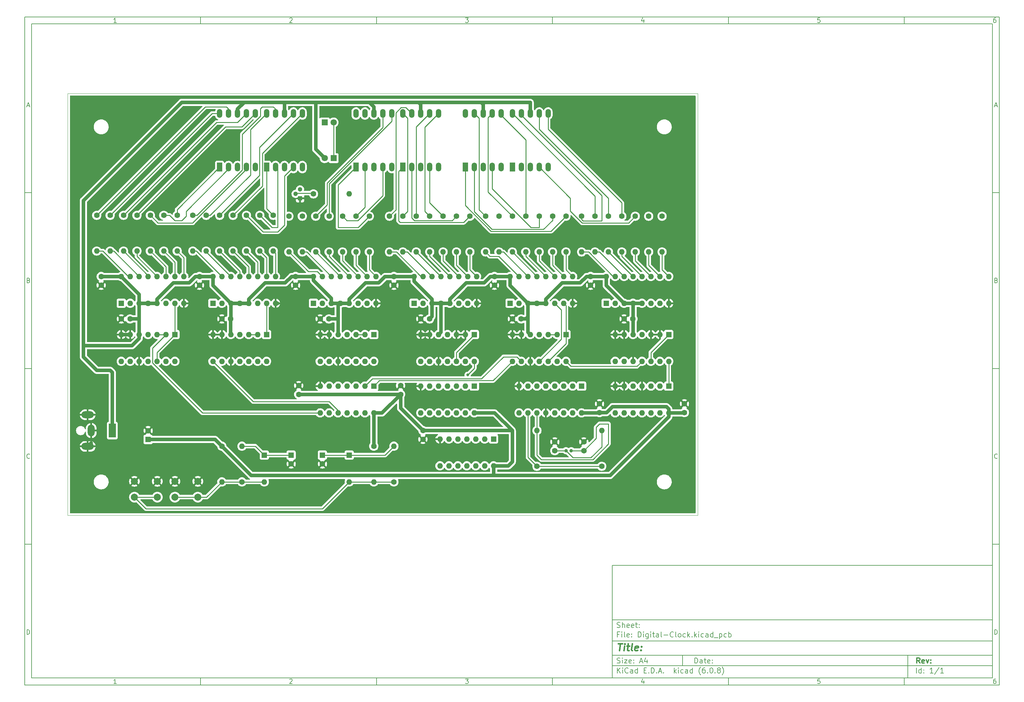
<source format=gbr>
G04 #@! TF.GenerationSoftware,KiCad,Pcbnew,(6.0.8)*
G04 #@! TF.CreationDate,2022-10-20T20:27:47+05:30*
G04 #@! TF.ProjectId,Digital-Clock,44696769-7461-46c2-9d43-6c6f636b2e6b,rev?*
G04 #@! TF.SameCoordinates,Original*
G04 #@! TF.FileFunction,Copper,L2,Bot*
G04 #@! TF.FilePolarity,Positive*
%FSLAX46Y46*%
G04 Gerber Fmt 4.6, Leading zero omitted, Abs format (unit mm)*
G04 Created by KiCad (PCBNEW (6.0.8)) date 2022-10-20 20:27:47*
%MOMM*%
%LPD*%
G01*
G04 APERTURE LIST*
%ADD10C,0.100000*%
%ADD11C,0.150000*%
%ADD12C,0.300000*%
%ADD13C,0.400000*%
G04 #@! TA.AperFunction,Profile*
%ADD14C,0.050000*%
G04 #@! TD*
G04 #@! TA.AperFunction,ComponentPad*
%ADD15R,1.524000X2.524000*%
G04 #@! TD*
G04 #@! TA.AperFunction,ComponentPad*
%ADD16O,1.524000X2.524000*%
G04 #@! TD*
G04 #@! TA.AperFunction,ComponentPad*
%ADD17R,1.600000X1.600000*%
G04 #@! TD*
G04 #@! TA.AperFunction,ComponentPad*
%ADD18C,1.600000*%
G04 #@! TD*
G04 #@! TA.AperFunction,ComponentPad*
%ADD19O,1.600000X1.600000*%
G04 #@! TD*
G04 #@! TA.AperFunction,ComponentPad*
%ADD20R,1.800000X1.800000*%
G04 #@! TD*
G04 #@! TA.AperFunction,ComponentPad*
%ADD21C,1.800000*%
G04 #@! TD*
G04 #@! TA.AperFunction,ComponentPad*
%ADD22R,1.300000X1.300000*%
G04 #@! TD*
G04 #@! TA.AperFunction,ComponentPad*
%ADD23C,1.300000*%
G04 #@! TD*
G04 #@! TA.AperFunction,ComponentPad*
%ADD24C,2.000000*%
G04 #@! TD*
G04 #@! TA.AperFunction,ComponentPad*
%ADD25R,2.000000X4.000000*%
G04 #@! TD*
G04 #@! TA.AperFunction,ComponentPad*
%ADD26O,2.000000X3.300000*%
G04 #@! TD*
G04 #@! TA.AperFunction,ComponentPad*
%ADD27O,3.500000X2.000000*%
G04 #@! TD*
G04 #@! TA.AperFunction,ComponentPad*
%ADD28C,1.000000*%
G04 #@! TD*
G04 #@! TA.AperFunction,ViaPad*
%ADD29C,0.800000*%
G04 #@! TD*
G04 #@! TA.AperFunction,Conductor*
%ADD30C,1.000000*%
G04 #@! TD*
G04 #@! TA.AperFunction,Conductor*
%ADD31C,0.250000*%
G04 #@! TD*
G04 APERTURE END LIST*
D10*
D11*
X177002200Y-166007200D02*
X177002200Y-198007200D01*
X285002200Y-198007200D01*
X285002200Y-166007200D01*
X177002200Y-166007200D01*
D10*
D11*
X10000000Y-10000000D02*
X10000000Y-200007200D01*
X287002200Y-200007200D01*
X287002200Y-10000000D01*
X10000000Y-10000000D01*
D10*
D11*
X12000000Y-12000000D02*
X12000000Y-198007200D01*
X285002200Y-198007200D01*
X285002200Y-12000000D01*
X12000000Y-12000000D01*
D10*
D11*
X60000000Y-12000000D02*
X60000000Y-10000000D01*
D10*
D11*
X110000000Y-12000000D02*
X110000000Y-10000000D01*
D10*
D11*
X160000000Y-12000000D02*
X160000000Y-10000000D01*
D10*
D11*
X210000000Y-12000000D02*
X210000000Y-10000000D01*
D10*
D11*
X260000000Y-12000000D02*
X260000000Y-10000000D01*
D10*
D11*
X36065476Y-11588095D02*
X35322619Y-11588095D01*
X35694047Y-11588095D02*
X35694047Y-10288095D01*
X35570238Y-10473809D01*
X35446428Y-10597619D01*
X35322619Y-10659523D01*
D10*
D11*
X85322619Y-10411904D02*
X85384523Y-10350000D01*
X85508333Y-10288095D01*
X85817857Y-10288095D01*
X85941666Y-10350000D01*
X86003571Y-10411904D01*
X86065476Y-10535714D01*
X86065476Y-10659523D01*
X86003571Y-10845238D01*
X85260714Y-11588095D01*
X86065476Y-11588095D01*
D10*
D11*
X135260714Y-10288095D02*
X136065476Y-10288095D01*
X135632142Y-10783333D01*
X135817857Y-10783333D01*
X135941666Y-10845238D01*
X136003571Y-10907142D01*
X136065476Y-11030952D01*
X136065476Y-11340476D01*
X136003571Y-11464285D01*
X135941666Y-11526190D01*
X135817857Y-11588095D01*
X135446428Y-11588095D01*
X135322619Y-11526190D01*
X135260714Y-11464285D01*
D10*
D11*
X185941666Y-10721428D02*
X185941666Y-11588095D01*
X185632142Y-10226190D02*
X185322619Y-11154761D01*
X186127380Y-11154761D01*
D10*
D11*
X236003571Y-10288095D02*
X235384523Y-10288095D01*
X235322619Y-10907142D01*
X235384523Y-10845238D01*
X235508333Y-10783333D01*
X235817857Y-10783333D01*
X235941666Y-10845238D01*
X236003571Y-10907142D01*
X236065476Y-11030952D01*
X236065476Y-11340476D01*
X236003571Y-11464285D01*
X235941666Y-11526190D01*
X235817857Y-11588095D01*
X235508333Y-11588095D01*
X235384523Y-11526190D01*
X235322619Y-11464285D01*
D10*
D11*
X285941666Y-10288095D02*
X285694047Y-10288095D01*
X285570238Y-10350000D01*
X285508333Y-10411904D01*
X285384523Y-10597619D01*
X285322619Y-10845238D01*
X285322619Y-11340476D01*
X285384523Y-11464285D01*
X285446428Y-11526190D01*
X285570238Y-11588095D01*
X285817857Y-11588095D01*
X285941666Y-11526190D01*
X286003571Y-11464285D01*
X286065476Y-11340476D01*
X286065476Y-11030952D01*
X286003571Y-10907142D01*
X285941666Y-10845238D01*
X285817857Y-10783333D01*
X285570238Y-10783333D01*
X285446428Y-10845238D01*
X285384523Y-10907142D01*
X285322619Y-11030952D01*
D10*
D11*
X60000000Y-198007200D02*
X60000000Y-200007200D01*
D10*
D11*
X110000000Y-198007200D02*
X110000000Y-200007200D01*
D10*
D11*
X160000000Y-198007200D02*
X160000000Y-200007200D01*
D10*
D11*
X210000000Y-198007200D02*
X210000000Y-200007200D01*
D10*
D11*
X260000000Y-198007200D02*
X260000000Y-200007200D01*
D10*
D11*
X36065476Y-199595295D02*
X35322619Y-199595295D01*
X35694047Y-199595295D02*
X35694047Y-198295295D01*
X35570238Y-198481009D01*
X35446428Y-198604819D01*
X35322619Y-198666723D01*
D10*
D11*
X85322619Y-198419104D02*
X85384523Y-198357200D01*
X85508333Y-198295295D01*
X85817857Y-198295295D01*
X85941666Y-198357200D01*
X86003571Y-198419104D01*
X86065476Y-198542914D01*
X86065476Y-198666723D01*
X86003571Y-198852438D01*
X85260714Y-199595295D01*
X86065476Y-199595295D01*
D10*
D11*
X135260714Y-198295295D02*
X136065476Y-198295295D01*
X135632142Y-198790533D01*
X135817857Y-198790533D01*
X135941666Y-198852438D01*
X136003571Y-198914342D01*
X136065476Y-199038152D01*
X136065476Y-199347676D01*
X136003571Y-199471485D01*
X135941666Y-199533390D01*
X135817857Y-199595295D01*
X135446428Y-199595295D01*
X135322619Y-199533390D01*
X135260714Y-199471485D01*
D10*
D11*
X185941666Y-198728628D02*
X185941666Y-199595295D01*
X185632142Y-198233390D02*
X185322619Y-199161961D01*
X186127380Y-199161961D01*
D10*
D11*
X236003571Y-198295295D02*
X235384523Y-198295295D01*
X235322619Y-198914342D01*
X235384523Y-198852438D01*
X235508333Y-198790533D01*
X235817857Y-198790533D01*
X235941666Y-198852438D01*
X236003571Y-198914342D01*
X236065476Y-199038152D01*
X236065476Y-199347676D01*
X236003571Y-199471485D01*
X235941666Y-199533390D01*
X235817857Y-199595295D01*
X235508333Y-199595295D01*
X235384523Y-199533390D01*
X235322619Y-199471485D01*
D10*
D11*
X285941666Y-198295295D02*
X285694047Y-198295295D01*
X285570238Y-198357200D01*
X285508333Y-198419104D01*
X285384523Y-198604819D01*
X285322619Y-198852438D01*
X285322619Y-199347676D01*
X285384523Y-199471485D01*
X285446428Y-199533390D01*
X285570238Y-199595295D01*
X285817857Y-199595295D01*
X285941666Y-199533390D01*
X286003571Y-199471485D01*
X286065476Y-199347676D01*
X286065476Y-199038152D01*
X286003571Y-198914342D01*
X285941666Y-198852438D01*
X285817857Y-198790533D01*
X285570238Y-198790533D01*
X285446428Y-198852438D01*
X285384523Y-198914342D01*
X285322619Y-199038152D01*
D10*
D11*
X10000000Y-60000000D02*
X12000000Y-60000000D01*
D10*
D11*
X10000000Y-110000000D02*
X12000000Y-110000000D01*
D10*
D11*
X10000000Y-160000000D02*
X12000000Y-160000000D01*
D10*
D11*
X10690476Y-35216666D02*
X11309523Y-35216666D01*
X10566666Y-35588095D02*
X11000000Y-34288095D01*
X11433333Y-35588095D01*
D10*
D11*
X11092857Y-84907142D02*
X11278571Y-84969047D01*
X11340476Y-85030952D01*
X11402380Y-85154761D01*
X11402380Y-85340476D01*
X11340476Y-85464285D01*
X11278571Y-85526190D01*
X11154761Y-85588095D01*
X10659523Y-85588095D01*
X10659523Y-84288095D01*
X11092857Y-84288095D01*
X11216666Y-84350000D01*
X11278571Y-84411904D01*
X11340476Y-84535714D01*
X11340476Y-84659523D01*
X11278571Y-84783333D01*
X11216666Y-84845238D01*
X11092857Y-84907142D01*
X10659523Y-84907142D01*
D10*
D11*
X11402380Y-135464285D02*
X11340476Y-135526190D01*
X11154761Y-135588095D01*
X11030952Y-135588095D01*
X10845238Y-135526190D01*
X10721428Y-135402380D01*
X10659523Y-135278571D01*
X10597619Y-135030952D01*
X10597619Y-134845238D01*
X10659523Y-134597619D01*
X10721428Y-134473809D01*
X10845238Y-134350000D01*
X11030952Y-134288095D01*
X11154761Y-134288095D01*
X11340476Y-134350000D01*
X11402380Y-134411904D01*
D10*
D11*
X10659523Y-185588095D02*
X10659523Y-184288095D01*
X10969047Y-184288095D01*
X11154761Y-184350000D01*
X11278571Y-184473809D01*
X11340476Y-184597619D01*
X11402380Y-184845238D01*
X11402380Y-185030952D01*
X11340476Y-185278571D01*
X11278571Y-185402380D01*
X11154761Y-185526190D01*
X10969047Y-185588095D01*
X10659523Y-185588095D01*
D10*
D11*
X287002200Y-60000000D02*
X285002200Y-60000000D01*
D10*
D11*
X287002200Y-110000000D02*
X285002200Y-110000000D01*
D10*
D11*
X287002200Y-160000000D02*
X285002200Y-160000000D01*
D10*
D11*
X285692676Y-35216666D02*
X286311723Y-35216666D01*
X285568866Y-35588095D02*
X286002200Y-34288095D01*
X286435533Y-35588095D01*
D10*
D11*
X286095057Y-84907142D02*
X286280771Y-84969047D01*
X286342676Y-85030952D01*
X286404580Y-85154761D01*
X286404580Y-85340476D01*
X286342676Y-85464285D01*
X286280771Y-85526190D01*
X286156961Y-85588095D01*
X285661723Y-85588095D01*
X285661723Y-84288095D01*
X286095057Y-84288095D01*
X286218866Y-84350000D01*
X286280771Y-84411904D01*
X286342676Y-84535714D01*
X286342676Y-84659523D01*
X286280771Y-84783333D01*
X286218866Y-84845238D01*
X286095057Y-84907142D01*
X285661723Y-84907142D01*
D10*
D11*
X286404580Y-135464285D02*
X286342676Y-135526190D01*
X286156961Y-135588095D01*
X286033152Y-135588095D01*
X285847438Y-135526190D01*
X285723628Y-135402380D01*
X285661723Y-135278571D01*
X285599819Y-135030952D01*
X285599819Y-134845238D01*
X285661723Y-134597619D01*
X285723628Y-134473809D01*
X285847438Y-134350000D01*
X286033152Y-134288095D01*
X286156961Y-134288095D01*
X286342676Y-134350000D01*
X286404580Y-134411904D01*
D10*
D11*
X285661723Y-185588095D02*
X285661723Y-184288095D01*
X285971247Y-184288095D01*
X286156961Y-184350000D01*
X286280771Y-184473809D01*
X286342676Y-184597619D01*
X286404580Y-184845238D01*
X286404580Y-185030952D01*
X286342676Y-185278571D01*
X286280771Y-185402380D01*
X286156961Y-185526190D01*
X285971247Y-185588095D01*
X285661723Y-185588095D01*
D10*
D11*
X200434342Y-193785771D02*
X200434342Y-192285771D01*
X200791485Y-192285771D01*
X201005771Y-192357200D01*
X201148628Y-192500057D01*
X201220057Y-192642914D01*
X201291485Y-192928628D01*
X201291485Y-193142914D01*
X201220057Y-193428628D01*
X201148628Y-193571485D01*
X201005771Y-193714342D01*
X200791485Y-193785771D01*
X200434342Y-193785771D01*
X202577200Y-193785771D02*
X202577200Y-193000057D01*
X202505771Y-192857200D01*
X202362914Y-192785771D01*
X202077200Y-192785771D01*
X201934342Y-192857200D01*
X202577200Y-193714342D02*
X202434342Y-193785771D01*
X202077200Y-193785771D01*
X201934342Y-193714342D01*
X201862914Y-193571485D01*
X201862914Y-193428628D01*
X201934342Y-193285771D01*
X202077200Y-193214342D01*
X202434342Y-193214342D01*
X202577200Y-193142914D01*
X203077200Y-192785771D02*
X203648628Y-192785771D01*
X203291485Y-192285771D02*
X203291485Y-193571485D01*
X203362914Y-193714342D01*
X203505771Y-193785771D01*
X203648628Y-193785771D01*
X204720057Y-193714342D02*
X204577200Y-193785771D01*
X204291485Y-193785771D01*
X204148628Y-193714342D01*
X204077200Y-193571485D01*
X204077200Y-193000057D01*
X204148628Y-192857200D01*
X204291485Y-192785771D01*
X204577200Y-192785771D01*
X204720057Y-192857200D01*
X204791485Y-193000057D01*
X204791485Y-193142914D01*
X204077200Y-193285771D01*
X205434342Y-193642914D02*
X205505771Y-193714342D01*
X205434342Y-193785771D01*
X205362914Y-193714342D01*
X205434342Y-193642914D01*
X205434342Y-193785771D01*
X205434342Y-192857200D02*
X205505771Y-192928628D01*
X205434342Y-193000057D01*
X205362914Y-192928628D01*
X205434342Y-192857200D01*
X205434342Y-193000057D01*
D10*
D11*
X177002200Y-194507200D02*
X285002200Y-194507200D01*
D10*
D11*
X178434342Y-196585771D02*
X178434342Y-195085771D01*
X179291485Y-196585771D02*
X178648628Y-195728628D01*
X179291485Y-195085771D02*
X178434342Y-195942914D01*
X179934342Y-196585771D02*
X179934342Y-195585771D01*
X179934342Y-195085771D02*
X179862914Y-195157200D01*
X179934342Y-195228628D01*
X180005771Y-195157200D01*
X179934342Y-195085771D01*
X179934342Y-195228628D01*
X181505771Y-196442914D02*
X181434342Y-196514342D01*
X181220057Y-196585771D01*
X181077200Y-196585771D01*
X180862914Y-196514342D01*
X180720057Y-196371485D01*
X180648628Y-196228628D01*
X180577200Y-195942914D01*
X180577200Y-195728628D01*
X180648628Y-195442914D01*
X180720057Y-195300057D01*
X180862914Y-195157200D01*
X181077200Y-195085771D01*
X181220057Y-195085771D01*
X181434342Y-195157200D01*
X181505771Y-195228628D01*
X182791485Y-196585771D02*
X182791485Y-195800057D01*
X182720057Y-195657200D01*
X182577200Y-195585771D01*
X182291485Y-195585771D01*
X182148628Y-195657200D01*
X182791485Y-196514342D02*
X182648628Y-196585771D01*
X182291485Y-196585771D01*
X182148628Y-196514342D01*
X182077200Y-196371485D01*
X182077200Y-196228628D01*
X182148628Y-196085771D01*
X182291485Y-196014342D01*
X182648628Y-196014342D01*
X182791485Y-195942914D01*
X184148628Y-196585771D02*
X184148628Y-195085771D01*
X184148628Y-196514342D02*
X184005771Y-196585771D01*
X183720057Y-196585771D01*
X183577200Y-196514342D01*
X183505771Y-196442914D01*
X183434342Y-196300057D01*
X183434342Y-195871485D01*
X183505771Y-195728628D01*
X183577200Y-195657200D01*
X183720057Y-195585771D01*
X184005771Y-195585771D01*
X184148628Y-195657200D01*
X186005771Y-195800057D02*
X186505771Y-195800057D01*
X186720057Y-196585771D02*
X186005771Y-196585771D01*
X186005771Y-195085771D01*
X186720057Y-195085771D01*
X187362914Y-196442914D02*
X187434342Y-196514342D01*
X187362914Y-196585771D01*
X187291485Y-196514342D01*
X187362914Y-196442914D01*
X187362914Y-196585771D01*
X188077200Y-196585771D02*
X188077200Y-195085771D01*
X188434342Y-195085771D01*
X188648628Y-195157200D01*
X188791485Y-195300057D01*
X188862914Y-195442914D01*
X188934342Y-195728628D01*
X188934342Y-195942914D01*
X188862914Y-196228628D01*
X188791485Y-196371485D01*
X188648628Y-196514342D01*
X188434342Y-196585771D01*
X188077200Y-196585771D01*
X189577200Y-196442914D02*
X189648628Y-196514342D01*
X189577200Y-196585771D01*
X189505771Y-196514342D01*
X189577200Y-196442914D01*
X189577200Y-196585771D01*
X190220057Y-196157200D02*
X190934342Y-196157200D01*
X190077200Y-196585771D02*
X190577200Y-195085771D01*
X191077200Y-196585771D01*
X191577200Y-196442914D02*
X191648628Y-196514342D01*
X191577200Y-196585771D01*
X191505771Y-196514342D01*
X191577200Y-196442914D01*
X191577200Y-196585771D01*
X194577200Y-196585771D02*
X194577200Y-195085771D01*
X194720057Y-196014342D02*
X195148628Y-196585771D01*
X195148628Y-195585771D02*
X194577200Y-196157200D01*
X195791485Y-196585771D02*
X195791485Y-195585771D01*
X195791485Y-195085771D02*
X195720057Y-195157200D01*
X195791485Y-195228628D01*
X195862914Y-195157200D01*
X195791485Y-195085771D01*
X195791485Y-195228628D01*
X197148628Y-196514342D02*
X197005771Y-196585771D01*
X196720057Y-196585771D01*
X196577200Y-196514342D01*
X196505771Y-196442914D01*
X196434342Y-196300057D01*
X196434342Y-195871485D01*
X196505771Y-195728628D01*
X196577200Y-195657200D01*
X196720057Y-195585771D01*
X197005771Y-195585771D01*
X197148628Y-195657200D01*
X198434342Y-196585771D02*
X198434342Y-195800057D01*
X198362914Y-195657200D01*
X198220057Y-195585771D01*
X197934342Y-195585771D01*
X197791485Y-195657200D01*
X198434342Y-196514342D02*
X198291485Y-196585771D01*
X197934342Y-196585771D01*
X197791485Y-196514342D01*
X197720057Y-196371485D01*
X197720057Y-196228628D01*
X197791485Y-196085771D01*
X197934342Y-196014342D01*
X198291485Y-196014342D01*
X198434342Y-195942914D01*
X199791485Y-196585771D02*
X199791485Y-195085771D01*
X199791485Y-196514342D02*
X199648628Y-196585771D01*
X199362914Y-196585771D01*
X199220057Y-196514342D01*
X199148628Y-196442914D01*
X199077200Y-196300057D01*
X199077200Y-195871485D01*
X199148628Y-195728628D01*
X199220057Y-195657200D01*
X199362914Y-195585771D01*
X199648628Y-195585771D01*
X199791485Y-195657200D01*
X202077200Y-197157200D02*
X202005771Y-197085771D01*
X201862914Y-196871485D01*
X201791485Y-196728628D01*
X201720057Y-196514342D01*
X201648628Y-196157200D01*
X201648628Y-195871485D01*
X201720057Y-195514342D01*
X201791485Y-195300057D01*
X201862914Y-195157200D01*
X202005771Y-194942914D01*
X202077200Y-194871485D01*
X203291485Y-195085771D02*
X203005771Y-195085771D01*
X202862914Y-195157200D01*
X202791485Y-195228628D01*
X202648628Y-195442914D01*
X202577200Y-195728628D01*
X202577200Y-196300057D01*
X202648628Y-196442914D01*
X202720057Y-196514342D01*
X202862914Y-196585771D01*
X203148628Y-196585771D01*
X203291485Y-196514342D01*
X203362914Y-196442914D01*
X203434342Y-196300057D01*
X203434342Y-195942914D01*
X203362914Y-195800057D01*
X203291485Y-195728628D01*
X203148628Y-195657200D01*
X202862914Y-195657200D01*
X202720057Y-195728628D01*
X202648628Y-195800057D01*
X202577200Y-195942914D01*
X204077200Y-196442914D02*
X204148628Y-196514342D01*
X204077200Y-196585771D01*
X204005771Y-196514342D01*
X204077200Y-196442914D01*
X204077200Y-196585771D01*
X205077200Y-195085771D02*
X205220057Y-195085771D01*
X205362914Y-195157200D01*
X205434342Y-195228628D01*
X205505771Y-195371485D01*
X205577200Y-195657200D01*
X205577200Y-196014342D01*
X205505771Y-196300057D01*
X205434342Y-196442914D01*
X205362914Y-196514342D01*
X205220057Y-196585771D01*
X205077200Y-196585771D01*
X204934342Y-196514342D01*
X204862914Y-196442914D01*
X204791485Y-196300057D01*
X204720057Y-196014342D01*
X204720057Y-195657200D01*
X204791485Y-195371485D01*
X204862914Y-195228628D01*
X204934342Y-195157200D01*
X205077200Y-195085771D01*
X206220057Y-196442914D02*
X206291485Y-196514342D01*
X206220057Y-196585771D01*
X206148628Y-196514342D01*
X206220057Y-196442914D01*
X206220057Y-196585771D01*
X207148628Y-195728628D02*
X207005771Y-195657200D01*
X206934342Y-195585771D01*
X206862914Y-195442914D01*
X206862914Y-195371485D01*
X206934342Y-195228628D01*
X207005771Y-195157200D01*
X207148628Y-195085771D01*
X207434342Y-195085771D01*
X207577200Y-195157200D01*
X207648628Y-195228628D01*
X207720057Y-195371485D01*
X207720057Y-195442914D01*
X207648628Y-195585771D01*
X207577200Y-195657200D01*
X207434342Y-195728628D01*
X207148628Y-195728628D01*
X207005771Y-195800057D01*
X206934342Y-195871485D01*
X206862914Y-196014342D01*
X206862914Y-196300057D01*
X206934342Y-196442914D01*
X207005771Y-196514342D01*
X207148628Y-196585771D01*
X207434342Y-196585771D01*
X207577200Y-196514342D01*
X207648628Y-196442914D01*
X207720057Y-196300057D01*
X207720057Y-196014342D01*
X207648628Y-195871485D01*
X207577200Y-195800057D01*
X207434342Y-195728628D01*
X208220057Y-197157200D02*
X208291485Y-197085771D01*
X208434342Y-196871485D01*
X208505771Y-196728628D01*
X208577200Y-196514342D01*
X208648628Y-196157200D01*
X208648628Y-195871485D01*
X208577200Y-195514342D01*
X208505771Y-195300057D01*
X208434342Y-195157200D01*
X208291485Y-194942914D01*
X208220057Y-194871485D01*
D10*
D11*
X177002200Y-191507200D02*
X285002200Y-191507200D01*
D10*
D12*
X264411485Y-193785771D02*
X263911485Y-193071485D01*
X263554342Y-193785771D02*
X263554342Y-192285771D01*
X264125771Y-192285771D01*
X264268628Y-192357200D01*
X264340057Y-192428628D01*
X264411485Y-192571485D01*
X264411485Y-192785771D01*
X264340057Y-192928628D01*
X264268628Y-193000057D01*
X264125771Y-193071485D01*
X263554342Y-193071485D01*
X265625771Y-193714342D02*
X265482914Y-193785771D01*
X265197200Y-193785771D01*
X265054342Y-193714342D01*
X264982914Y-193571485D01*
X264982914Y-193000057D01*
X265054342Y-192857200D01*
X265197200Y-192785771D01*
X265482914Y-192785771D01*
X265625771Y-192857200D01*
X265697200Y-193000057D01*
X265697200Y-193142914D01*
X264982914Y-193285771D01*
X266197200Y-192785771D02*
X266554342Y-193785771D01*
X266911485Y-192785771D01*
X267482914Y-193642914D02*
X267554342Y-193714342D01*
X267482914Y-193785771D01*
X267411485Y-193714342D01*
X267482914Y-193642914D01*
X267482914Y-193785771D01*
X267482914Y-192857200D02*
X267554342Y-192928628D01*
X267482914Y-193000057D01*
X267411485Y-192928628D01*
X267482914Y-192857200D01*
X267482914Y-193000057D01*
D10*
D11*
X178362914Y-193714342D02*
X178577200Y-193785771D01*
X178934342Y-193785771D01*
X179077200Y-193714342D01*
X179148628Y-193642914D01*
X179220057Y-193500057D01*
X179220057Y-193357200D01*
X179148628Y-193214342D01*
X179077200Y-193142914D01*
X178934342Y-193071485D01*
X178648628Y-193000057D01*
X178505771Y-192928628D01*
X178434342Y-192857200D01*
X178362914Y-192714342D01*
X178362914Y-192571485D01*
X178434342Y-192428628D01*
X178505771Y-192357200D01*
X178648628Y-192285771D01*
X179005771Y-192285771D01*
X179220057Y-192357200D01*
X179862914Y-193785771D02*
X179862914Y-192785771D01*
X179862914Y-192285771D02*
X179791485Y-192357200D01*
X179862914Y-192428628D01*
X179934342Y-192357200D01*
X179862914Y-192285771D01*
X179862914Y-192428628D01*
X180434342Y-192785771D02*
X181220057Y-192785771D01*
X180434342Y-193785771D01*
X181220057Y-193785771D01*
X182362914Y-193714342D02*
X182220057Y-193785771D01*
X181934342Y-193785771D01*
X181791485Y-193714342D01*
X181720057Y-193571485D01*
X181720057Y-193000057D01*
X181791485Y-192857200D01*
X181934342Y-192785771D01*
X182220057Y-192785771D01*
X182362914Y-192857200D01*
X182434342Y-193000057D01*
X182434342Y-193142914D01*
X181720057Y-193285771D01*
X183077200Y-193642914D02*
X183148628Y-193714342D01*
X183077200Y-193785771D01*
X183005771Y-193714342D01*
X183077200Y-193642914D01*
X183077200Y-193785771D01*
X183077200Y-192857200D02*
X183148628Y-192928628D01*
X183077200Y-193000057D01*
X183005771Y-192928628D01*
X183077200Y-192857200D01*
X183077200Y-193000057D01*
X184862914Y-193357200D02*
X185577200Y-193357200D01*
X184720057Y-193785771D02*
X185220057Y-192285771D01*
X185720057Y-193785771D01*
X186862914Y-192785771D02*
X186862914Y-193785771D01*
X186505771Y-192214342D02*
X186148628Y-193285771D01*
X187077200Y-193285771D01*
D10*
D11*
X263434342Y-196585771D02*
X263434342Y-195085771D01*
X264791485Y-196585771D02*
X264791485Y-195085771D01*
X264791485Y-196514342D02*
X264648628Y-196585771D01*
X264362914Y-196585771D01*
X264220057Y-196514342D01*
X264148628Y-196442914D01*
X264077200Y-196300057D01*
X264077200Y-195871485D01*
X264148628Y-195728628D01*
X264220057Y-195657200D01*
X264362914Y-195585771D01*
X264648628Y-195585771D01*
X264791485Y-195657200D01*
X265505771Y-196442914D02*
X265577200Y-196514342D01*
X265505771Y-196585771D01*
X265434342Y-196514342D01*
X265505771Y-196442914D01*
X265505771Y-196585771D01*
X265505771Y-195657200D02*
X265577200Y-195728628D01*
X265505771Y-195800057D01*
X265434342Y-195728628D01*
X265505771Y-195657200D01*
X265505771Y-195800057D01*
X268148628Y-196585771D02*
X267291485Y-196585771D01*
X267720057Y-196585771D02*
X267720057Y-195085771D01*
X267577200Y-195300057D01*
X267434342Y-195442914D01*
X267291485Y-195514342D01*
X269862914Y-195014342D02*
X268577200Y-196942914D01*
X271148628Y-196585771D02*
X270291485Y-196585771D01*
X270720057Y-196585771D02*
X270720057Y-195085771D01*
X270577200Y-195300057D01*
X270434342Y-195442914D01*
X270291485Y-195514342D01*
D10*
D11*
X177002200Y-187507200D02*
X285002200Y-187507200D01*
D10*
D13*
X178714580Y-188211961D02*
X179857438Y-188211961D01*
X179036009Y-190211961D02*
X179286009Y-188211961D01*
X180274104Y-190211961D02*
X180440771Y-188878628D01*
X180524104Y-188211961D02*
X180416961Y-188307200D01*
X180500295Y-188402438D01*
X180607438Y-188307200D01*
X180524104Y-188211961D01*
X180500295Y-188402438D01*
X181107438Y-188878628D02*
X181869342Y-188878628D01*
X181476485Y-188211961D02*
X181262200Y-189926247D01*
X181333628Y-190116723D01*
X181512200Y-190211961D01*
X181702676Y-190211961D01*
X182655057Y-190211961D02*
X182476485Y-190116723D01*
X182405057Y-189926247D01*
X182619342Y-188211961D01*
X184190771Y-190116723D02*
X183988390Y-190211961D01*
X183607438Y-190211961D01*
X183428866Y-190116723D01*
X183357438Y-189926247D01*
X183452676Y-189164342D01*
X183571723Y-188973866D01*
X183774104Y-188878628D01*
X184155057Y-188878628D01*
X184333628Y-188973866D01*
X184405057Y-189164342D01*
X184381247Y-189354819D01*
X183405057Y-189545295D01*
X185155057Y-190021485D02*
X185238390Y-190116723D01*
X185131247Y-190211961D01*
X185047914Y-190116723D01*
X185155057Y-190021485D01*
X185131247Y-190211961D01*
X185286009Y-188973866D02*
X185369342Y-189069104D01*
X185262200Y-189164342D01*
X185178866Y-189069104D01*
X185286009Y-188973866D01*
X185262200Y-189164342D01*
D10*
D11*
X178934342Y-185600057D02*
X178434342Y-185600057D01*
X178434342Y-186385771D02*
X178434342Y-184885771D01*
X179148628Y-184885771D01*
X179720057Y-186385771D02*
X179720057Y-185385771D01*
X179720057Y-184885771D02*
X179648628Y-184957200D01*
X179720057Y-185028628D01*
X179791485Y-184957200D01*
X179720057Y-184885771D01*
X179720057Y-185028628D01*
X180648628Y-186385771D02*
X180505771Y-186314342D01*
X180434342Y-186171485D01*
X180434342Y-184885771D01*
X181791485Y-186314342D02*
X181648628Y-186385771D01*
X181362914Y-186385771D01*
X181220057Y-186314342D01*
X181148628Y-186171485D01*
X181148628Y-185600057D01*
X181220057Y-185457200D01*
X181362914Y-185385771D01*
X181648628Y-185385771D01*
X181791485Y-185457200D01*
X181862914Y-185600057D01*
X181862914Y-185742914D01*
X181148628Y-185885771D01*
X182505771Y-186242914D02*
X182577200Y-186314342D01*
X182505771Y-186385771D01*
X182434342Y-186314342D01*
X182505771Y-186242914D01*
X182505771Y-186385771D01*
X182505771Y-185457200D02*
X182577200Y-185528628D01*
X182505771Y-185600057D01*
X182434342Y-185528628D01*
X182505771Y-185457200D01*
X182505771Y-185600057D01*
X184362914Y-186385771D02*
X184362914Y-184885771D01*
X184720057Y-184885771D01*
X184934342Y-184957200D01*
X185077200Y-185100057D01*
X185148628Y-185242914D01*
X185220057Y-185528628D01*
X185220057Y-185742914D01*
X185148628Y-186028628D01*
X185077200Y-186171485D01*
X184934342Y-186314342D01*
X184720057Y-186385771D01*
X184362914Y-186385771D01*
X185862914Y-186385771D02*
X185862914Y-185385771D01*
X185862914Y-184885771D02*
X185791485Y-184957200D01*
X185862914Y-185028628D01*
X185934342Y-184957200D01*
X185862914Y-184885771D01*
X185862914Y-185028628D01*
X187220057Y-185385771D02*
X187220057Y-186600057D01*
X187148628Y-186742914D01*
X187077200Y-186814342D01*
X186934342Y-186885771D01*
X186720057Y-186885771D01*
X186577200Y-186814342D01*
X187220057Y-186314342D02*
X187077200Y-186385771D01*
X186791485Y-186385771D01*
X186648628Y-186314342D01*
X186577200Y-186242914D01*
X186505771Y-186100057D01*
X186505771Y-185671485D01*
X186577200Y-185528628D01*
X186648628Y-185457200D01*
X186791485Y-185385771D01*
X187077200Y-185385771D01*
X187220057Y-185457200D01*
X187934342Y-186385771D02*
X187934342Y-185385771D01*
X187934342Y-184885771D02*
X187862914Y-184957200D01*
X187934342Y-185028628D01*
X188005771Y-184957200D01*
X187934342Y-184885771D01*
X187934342Y-185028628D01*
X188434342Y-185385771D02*
X189005771Y-185385771D01*
X188648628Y-184885771D02*
X188648628Y-186171485D01*
X188720057Y-186314342D01*
X188862914Y-186385771D01*
X189005771Y-186385771D01*
X190148628Y-186385771D02*
X190148628Y-185600057D01*
X190077200Y-185457200D01*
X189934342Y-185385771D01*
X189648628Y-185385771D01*
X189505771Y-185457200D01*
X190148628Y-186314342D02*
X190005771Y-186385771D01*
X189648628Y-186385771D01*
X189505771Y-186314342D01*
X189434342Y-186171485D01*
X189434342Y-186028628D01*
X189505771Y-185885771D01*
X189648628Y-185814342D01*
X190005771Y-185814342D01*
X190148628Y-185742914D01*
X191077200Y-186385771D02*
X190934342Y-186314342D01*
X190862914Y-186171485D01*
X190862914Y-184885771D01*
X191648628Y-185814342D02*
X192791485Y-185814342D01*
X194362914Y-186242914D02*
X194291485Y-186314342D01*
X194077200Y-186385771D01*
X193934342Y-186385771D01*
X193720057Y-186314342D01*
X193577200Y-186171485D01*
X193505771Y-186028628D01*
X193434342Y-185742914D01*
X193434342Y-185528628D01*
X193505771Y-185242914D01*
X193577200Y-185100057D01*
X193720057Y-184957200D01*
X193934342Y-184885771D01*
X194077200Y-184885771D01*
X194291485Y-184957200D01*
X194362914Y-185028628D01*
X195220057Y-186385771D02*
X195077200Y-186314342D01*
X195005771Y-186171485D01*
X195005771Y-184885771D01*
X196005771Y-186385771D02*
X195862914Y-186314342D01*
X195791485Y-186242914D01*
X195720057Y-186100057D01*
X195720057Y-185671485D01*
X195791485Y-185528628D01*
X195862914Y-185457200D01*
X196005771Y-185385771D01*
X196220057Y-185385771D01*
X196362914Y-185457200D01*
X196434342Y-185528628D01*
X196505771Y-185671485D01*
X196505771Y-186100057D01*
X196434342Y-186242914D01*
X196362914Y-186314342D01*
X196220057Y-186385771D01*
X196005771Y-186385771D01*
X197791485Y-186314342D02*
X197648628Y-186385771D01*
X197362914Y-186385771D01*
X197220057Y-186314342D01*
X197148628Y-186242914D01*
X197077200Y-186100057D01*
X197077200Y-185671485D01*
X197148628Y-185528628D01*
X197220057Y-185457200D01*
X197362914Y-185385771D01*
X197648628Y-185385771D01*
X197791485Y-185457200D01*
X198434342Y-186385771D02*
X198434342Y-184885771D01*
X198577200Y-185814342D02*
X199005771Y-186385771D01*
X199005771Y-185385771D02*
X198434342Y-185957200D01*
X199648628Y-186242914D02*
X199720057Y-186314342D01*
X199648628Y-186385771D01*
X199577200Y-186314342D01*
X199648628Y-186242914D01*
X199648628Y-186385771D01*
X200362914Y-186385771D02*
X200362914Y-184885771D01*
X200505771Y-185814342D02*
X200934342Y-186385771D01*
X200934342Y-185385771D02*
X200362914Y-185957200D01*
X201577200Y-186385771D02*
X201577200Y-185385771D01*
X201577200Y-184885771D02*
X201505771Y-184957200D01*
X201577200Y-185028628D01*
X201648628Y-184957200D01*
X201577200Y-184885771D01*
X201577200Y-185028628D01*
X202934342Y-186314342D02*
X202791485Y-186385771D01*
X202505771Y-186385771D01*
X202362914Y-186314342D01*
X202291485Y-186242914D01*
X202220057Y-186100057D01*
X202220057Y-185671485D01*
X202291485Y-185528628D01*
X202362914Y-185457200D01*
X202505771Y-185385771D01*
X202791485Y-185385771D01*
X202934342Y-185457200D01*
X204220057Y-186385771D02*
X204220057Y-185600057D01*
X204148628Y-185457200D01*
X204005771Y-185385771D01*
X203720057Y-185385771D01*
X203577200Y-185457200D01*
X204220057Y-186314342D02*
X204077200Y-186385771D01*
X203720057Y-186385771D01*
X203577200Y-186314342D01*
X203505771Y-186171485D01*
X203505771Y-186028628D01*
X203577200Y-185885771D01*
X203720057Y-185814342D01*
X204077200Y-185814342D01*
X204220057Y-185742914D01*
X205577200Y-186385771D02*
X205577200Y-184885771D01*
X205577200Y-186314342D02*
X205434342Y-186385771D01*
X205148628Y-186385771D01*
X205005771Y-186314342D01*
X204934342Y-186242914D01*
X204862914Y-186100057D01*
X204862914Y-185671485D01*
X204934342Y-185528628D01*
X205005771Y-185457200D01*
X205148628Y-185385771D01*
X205434342Y-185385771D01*
X205577200Y-185457200D01*
X205934342Y-186528628D02*
X207077200Y-186528628D01*
X207434342Y-185385771D02*
X207434342Y-186885771D01*
X207434342Y-185457200D02*
X207577200Y-185385771D01*
X207862914Y-185385771D01*
X208005771Y-185457200D01*
X208077200Y-185528628D01*
X208148628Y-185671485D01*
X208148628Y-186100057D01*
X208077200Y-186242914D01*
X208005771Y-186314342D01*
X207862914Y-186385771D01*
X207577200Y-186385771D01*
X207434342Y-186314342D01*
X209434342Y-186314342D02*
X209291485Y-186385771D01*
X209005771Y-186385771D01*
X208862914Y-186314342D01*
X208791485Y-186242914D01*
X208720057Y-186100057D01*
X208720057Y-185671485D01*
X208791485Y-185528628D01*
X208862914Y-185457200D01*
X209005771Y-185385771D01*
X209291485Y-185385771D01*
X209434342Y-185457200D01*
X210077200Y-186385771D02*
X210077200Y-184885771D01*
X210077200Y-185457200D02*
X210220057Y-185385771D01*
X210505771Y-185385771D01*
X210648628Y-185457200D01*
X210720057Y-185528628D01*
X210791485Y-185671485D01*
X210791485Y-186100057D01*
X210720057Y-186242914D01*
X210648628Y-186314342D01*
X210505771Y-186385771D01*
X210220057Y-186385771D01*
X210077200Y-186314342D01*
D10*
D11*
X177002200Y-181507200D02*
X285002200Y-181507200D01*
D10*
D11*
X178362914Y-183614342D02*
X178577200Y-183685771D01*
X178934342Y-183685771D01*
X179077200Y-183614342D01*
X179148628Y-183542914D01*
X179220057Y-183400057D01*
X179220057Y-183257200D01*
X179148628Y-183114342D01*
X179077200Y-183042914D01*
X178934342Y-182971485D01*
X178648628Y-182900057D01*
X178505771Y-182828628D01*
X178434342Y-182757200D01*
X178362914Y-182614342D01*
X178362914Y-182471485D01*
X178434342Y-182328628D01*
X178505771Y-182257200D01*
X178648628Y-182185771D01*
X179005771Y-182185771D01*
X179220057Y-182257200D01*
X179862914Y-183685771D02*
X179862914Y-182185771D01*
X180505771Y-183685771D02*
X180505771Y-182900057D01*
X180434342Y-182757200D01*
X180291485Y-182685771D01*
X180077200Y-182685771D01*
X179934342Y-182757200D01*
X179862914Y-182828628D01*
X181791485Y-183614342D02*
X181648628Y-183685771D01*
X181362914Y-183685771D01*
X181220057Y-183614342D01*
X181148628Y-183471485D01*
X181148628Y-182900057D01*
X181220057Y-182757200D01*
X181362914Y-182685771D01*
X181648628Y-182685771D01*
X181791485Y-182757200D01*
X181862914Y-182900057D01*
X181862914Y-183042914D01*
X181148628Y-183185771D01*
X183077200Y-183614342D02*
X182934342Y-183685771D01*
X182648628Y-183685771D01*
X182505771Y-183614342D01*
X182434342Y-183471485D01*
X182434342Y-182900057D01*
X182505771Y-182757200D01*
X182648628Y-182685771D01*
X182934342Y-182685771D01*
X183077200Y-182757200D01*
X183148628Y-182900057D01*
X183148628Y-183042914D01*
X182434342Y-183185771D01*
X183577200Y-182685771D02*
X184148628Y-182685771D01*
X183791485Y-182185771D02*
X183791485Y-183471485D01*
X183862914Y-183614342D01*
X184005771Y-183685771D01*
X184148628Y-183685771D01*
X184648628Y-183542914D02*
X184720057Y-183614342D01*
X184648628Y-183685771D01*
X184577200Y-183614342D01*
X184648628Y-183542914D01*
X184648628Y-183685771D01*
X184648628Y-182757200D02*
X184720057Y-182828628D01*
X184648628Y-182900057D01*
X184577200Y-182828628D01*
X184648628Y-182757200D01*
X184648628Y-182900057D01*
D10*
D12*
D10*
D11*
D10*
D11*
D10*
D11*
D10*
D11*
D10*
D11*
X197002200Y-191507200D02*
X197002200Y-194507200D01*
D10*
D11*
X261002200Y-191507200D02*
X261002200Y-198007200D01*
D14*
X22225000Y-33655000D02*
X22225000Y-133350000D01*
X22225000Y-151765000D02*
X201295000Y-151765000D01*
X22225000Y-31750000D02*
X22225000Y-33655000D01*
X201295000Y-41910000D02*
X201295000Y-31750000D01*
X22225000Y-133350000D02*
X22225000Y-151765000D01*
X201295000Y-31750000D02*
X22225000Y-31750000D01*
X201295000Y-151765000D02*
X201295000Y-41910000D01*
D15*
X148590000Y-52705000D03*
D16*
X151130000Y-52705000D03*
X153670000Y-52705000D03*
X156210000Y-52705000D03*
X158750000Y-52705000D03*
X158750000Y-37465000D03*
X156210000Y-37465000D03*
X153670000Y-37465000D03*
X151130000Y-37465000D03*
X148590000Y-37465000D03*
D15*
X135255000Y-52705000D03*
D16*
X137795000Y-52705000D03*
X140335000Y-52705000D03*
X142875000Y-52705000D03*
X145415000Y-52705000D03*
X145415000Y-37465000D03*
X142875000Y-37465000D03*
X140335000Y-37465000D03*
X137795000Y-37465000D03*
X135255000Y-37465000D03*
D15*
X117475000Y-52705000D03*
D16*
X120015000Y-52705000D03*
X122555000Y-52705000D03*
X125095000Y-52705000D03*
X127635000Y-52705000D03*
X127635000Y-37465000D03*
X125095000Y-37465000D03*
X122555000Y-37465000D03*
X120015000Y-37465000D03*
X117475000Y-37465000D03*
D15*
X104140000Y-52705000D03*
D16*
X106680000Y-52705000D03*
X109220000Y-52705000D03*
X111760000Y-52705000D03*
X114300000Y-52705000D03*
X114300000Y-37465000D03*
X111760000Y-37465000D03*
X109220000Y-37465000D03*
X106680000Y-37465000D03*
X104140000Y-37465000D03*
D17*
X94615000Y-134620000D03*
D18*
X94615000Y-137120000D03*
D17*
X85725000Y-134620000D03*
D18*
X85725000Y-137120000D03*
D17*
X102235000Y-134620000D03*
D19*
X102235000Y-142240000D03*
D17*
X78105000Y-134620000D03*
D19*
X78105000Y-142240000D03*
D20*
X95250000Y-40005000D03*
D21*
X97790000Y-40005000D03*
D20*
X97790000Y-50165000D03*
D21*
X95250000Y-50165000D03*
D18*
X173990000Y-137795000D03*
D19*
X173990000Y-127635000D03*
D18*
X155575000Y-137795000D03*
D19*
X155575000Y-127635000D03*
D18*
X114935000Y-142240000D03*
D19*
X114935000Y-132080000D03*
D18*
X109220000Y-132080000D03*
D19*
X109220000Y-142240000D03*
D18*
X71755000Y-142240000D03*
D19*
X71755000Y-132080000D03*
D18*
X66040000Y-132080000D03*
D19*
X66040000Y-142240000D03*
D18*
X175895000Y-66675000D03*
D19*
X175895000Y-76835000D03*
D18*
X179705000Y-66675000D03*
D19*
X179705000Y-76835000D03*
D18*
X183515000Y-66675000D03*
D19*
X183515000Y-76835000D03*
D18*
X187325000Y-66675000D03*
D19*
X187325000Y-76835000D03*
D18*
X191135000Y-66675000D03*
D19*
X191135000Y-76835000D03*
D18*
X168275000Y-66675000D03*
D19*
X168275000Y-76835000D03*
D18*
X163830000Y-66675000D03*
D19*
X163830000Y-76835000D03*
D18*
X140970000Y-66675000D03*
D19*
X140970000Y-76835000D03*
D18*
X121285000Y-66675000D03*
D19*
X121285000Y-76835000D03*
D18*
X125095000Y-66675000D03*
D19*
X125095000Y-76835000D03*
D18*
X128905000Y-66675000D03*
D19*
X128905000Y-76835000D03*
D18*
X132715000Y-66675000D03*
D19*
X132715000Y-76835000D03*
D18*
X136525000Y-66675000D03*
D19*
X136525000Y-76835000D03*
D18*
X113665000Y-66675000D03*
D19*
X113665000Y-76835000D03*
D18*
X117475000Y-66675000D03*
D19*
X117475000Y-76835000D03*
D18*
X92710000Y-66675000D03*
D19*
X92710000Y-76835000D03*
D18*
X96520000Y-66675000D03*
D19*
X96520000Y-76835000D03*
D18*
X100330000Y-66675000D03*
D19*
X100330000Y-76835000D03*
D18*
X104140000Y-66675000D03*
D19*
X104140000Y-76835000D03*
D18*
X85090000Y-66675000D03*
D19*
X85090000Y-76835000D03*
D18*
X88900000Y-66675000D03*
D19*
X88900000Y-76835000D03*
D18*
X34290000Y-66422749D03*
D19*
X34290000Y-76582749D03*
D22*
X88265000Y-61595000D03*
D23*
X86995000Y-60325000D03*
X88265000Y-59055000D03*
D17*
X168275000Y-115000000D03*
D19*
X165735000Y-115000000D03*
X163195000Y-115000000D03*
X160655000Y-115000000D03*
X158115000Y-115000000D03*
X155575000Y-115000000D03*
X153035000Y-115000000D03*
X150495000Y-115000000D03*
X150495000Y-122620000D03*
X153035000Y-122620000D03*
X155575000Y-122620000D03*
X158115000Y-122620000D03*
X160655000Y-122620000D03*
X163195000Y-122620000D03*
X165735000Y-122620000D03*
X168275000Y-122620000D03*
D17*
X193040000Y-115000000D03*
D19*
X190500000Y-115000000D03*
X187960000Y-115000000D03*
X185420000Y-115000000D03*
X182880000Y-115000000D03*
X180340000Y-115000000D03*
X177800000Y-115000000D03*
X177800000Y-122620000D03*
X180340000Y-122620000D03*
X182880000Y-122620000D03*
X185420000Y-122620000D03*
X187960000Y-122620000D03*
X190500000Y-122620000D03*
X193040000Y-122620000D03*
D17*
X193040000Y-100330000D03*
D19*
X190500000Y-100330000D03*
X187960000Y-100330000D03*
X185420000Y-100330000D03*
X182880000Y-100330000D03*
X180340000Y-100330000D03*
X177800000Y-100330000D03*
X177800000Y-107950000D03*
X180340000Y-107950000D03*
X182880000Y-107950000D03*
X185420000Y-107950000D03*
X187960000Y-107950000D03*
X190500000Y-107950000D03*
X193040000Y-107950000D03*
D17*
X175260000Y-91440000D03*
D19*
X177800000Y-91440000D03*
X180340000Y-91440000D03*
X182880000Y-91440000D03*
X185420000Y-91440000D03*
X187960000Y-91440000D03*
X190500000Y-91440000D03*
X193040000Y-91440000D03*
X193040000Y-83820000D03*
X190500000Y-83820000D03*
X187960000Y-83820000D03*
X185420000Y-83820000D03*
X182880000Y-83820000D03*
X180340000Y-83820000D03*
X177800000Y-83820000D03*
X175260000Y-83820000D03*
D17*
X137795000Y-100330000D03*
D19*
X135255000Y-100330000D03*
X132715000Y-100330000D03*
X130175000Y-100330000D03*
X127635000Y-100330000D03*
X125095000Y-100330000D03*
X122555000Y-100330000D03*
X122555000Y-107950000D03*
X125095000Y-107950000D03*
X127635000Y-107950000D03*
X130175000Y-107950000D03*
X132715000Y-107950000D03*
X135255000Y-107950000D03*
X137795000Y-107950000D03*
D17*
X120650000Y-91440000D03*
D19*
X123190000Y-91440000D03*
X125730000Y-91440000D03*
X128270000Y-91440000D03*
X130810000Y-91440000D03*
X133350000Y-91440000D03*
X135890000Y-91440000D03*
X138430000Y-91440000D03*
X138430000Y-83820000D03*
X135890000Y-83820000D03*
X133350000Y-83820000D03*
X130810000Y-83820000D03*
X128270000Y-83820000D03*
X125730000Y-83820000D03*
X123190000Y-83820000D03*
X120650000Y-83820000D03*
D17*
X109220000Y-100330000D03*
D19*
X106680000Y-100330000D03*
X104140000Y-100330000D03*
X101600000Y-100330000D03*
X99060000Y-100330000D03*
X96520000Y-100330000D03*
X93980000Y-100330000D03*
X93980000Y-107950000D03*
X96520000Y-107950000D03*
X99060000Y-107950000D03*
X101600000Y-107950000D03*
X104140000Y-107950000D03*
X106680000Y-107950000D03*
X109220000Y-107950000D03*
D17*
X92075000Y-91440000D03*
D19*
X94615000Y-91440000D03*
X97155000Y-91440000D03*
X99695000Y-91440000D03*
X102235000Y-91440000D03*
X104775000Y-91440000D03*
X107315000Y-91440000D03*
X109855000Y-91440000D03*
X109855000Y-83820000D03*
X107315000Y-83820000D03*
X104775000Y-83820000D03*
X102235000Y-83820000D03*
X99695000Y-83820000D03*
X97155000Y-83820000D03*
X94615000Y-83820000D03*
X92075000Y-83820000D03*
D17*
X37465000Y-91440000D03*
D19*
X40005000Y-91440000D03*
X42545000Y-91440000D03*
X45085000Y-91440000D03*
X47625000Y-91440000D03*
X50165000Y-91440000D03*
X52705000Y-91440000D03*
X55245000Y-91440000D03*
X55245000Y-83820000D03*
X52705000Y-83820000D03*
X50165000Y-83820000D03*
X47625000Y-83820000D03*
X45085000Y-83820000D03*
X42545000Y-83820000D03*
X40005000Y-83820000D03*
X37465000Y-83820000D03*
D17*
X109220000Y-115000000D03*
D19*
X106680000Y-115000000D03*
X104140000Y-115000000D03*
X101600000Y-115000000D03*
X99060000Y-115000000D03*
X96520000Y-115000000D03*
X93980000Y-115000000D03*
X93980000Y-122620000D03*
X96520000Y-122620000D03*
X99060000Y-122620000D03*
X101600000Y-122620000D03*
X104140000Y-122620000D03*
X106680000Y-122620000D03*
X109220000Y-122620000D03*
D17*
X137795000Y-115000000D03*
D19*
X135255000Y-115000000D03*
X132715000Y-115000000D03*
X130175000Y-115000000D03*
X127635000Y-115000000D03*
X125095000Y-115000000D03*
X122555000Y-115000000D03*
X122555000Y-122620000D03*
X125095000Y-122620000D03*
X127635000Y-122620000D03*
X130175000Y-122620000D03*
X132715000Y-122620000D03*
X135255000Y-122620000D03*
X137795000Y-122620000D03*
D17*
X143256000Y-130048000D03*
D19*
X140716000Y-130048000D03*
X138176000Y-130048000D03*
X135636000Y-130048000D03*
X133096000Y-130048000D03*
X130556000Y-130048000D03*
X128016000Y-130048000D03*
X128016000Y-137668000D03*
X130556000Y-137668000D03*
X133096000Y-137668000D03*
X135636000Y-137668000D03*
X138176000Y-137668000D03*
X140716000Y-137668000D03*
X143256000Y-137668000D03*
D18*
X39965000Y-95885000D03*
X37465000Y-95885000D03*
X173355000Y-122535000D03*
X173355000Y-120035000D03*
X68560000Y-95885000D03*
X66060000Y-95885000D03*
X59690000Y-83820000D03*
X59690000Y-86320000D03*
X182860000Y-95885000D03*
X180360000Y-95885000D03*
X125075000Y-95885000D03*
X122575000Y-95885000D03*
X86995000Y-83820000D03*
X86995000Y-86320000D03*
X31750000Y-83820000D03*
X31750000Y-86320000D03*
X116840000Y-117348000D03*
X116840000Y-114848000D03*
X87884000Y-117348000D03*
X87884000Y-114848000D03*
X114935000Y-83820000D03*
X114935000Y-86320000D03*
X197485000Y-122515000D03*
X197485000Y-120015000D03*
X96480000Y-95885000D03*
X93980000Y-95885000D03*
X123190000Y-127635000D03*
X123190000Y-130135000D03*
X143510000Y-83820000D03*
X143510000Y-86320000D03*
X170815000Y-83820000D03*
X170815000Y-86320000D03*
D24*
X41200000Y-142080000D03*
X47700000Y-142080000D03*
X41200000Y-146580000D03*
X47700000Y-146580000D03*
X52705000Y-142080000D03*
X59205000Y-142080000D03*
X59205000Y-146580000D03*
X52705000Y-146580000D03*
D17*
X78740000Y-100330000D03*
D19*
X76200000Y-100330000D03*
X73660000Y-100330000D03*
X71120000Y-100330000D03*
X68580000Y-100330000D03*
X66040000Y-100330000D03*
X63500000Y-100330000D03*
X63500000Y-107950000D03*
X66040000Y-107950000D03*
X68580000Y-107950000D03*
X71120000Y-107950000D03*
X73660000Y-107950000D03*
X76200000Y-107950000D03*
X78740000Y-107950000D03*
D17*
X52705000Y-100330000D03*
D19*
X50165000Y-100330000D03*
X47625000Y-100330000D03*
X45085000Y-100330000D03*
X42545000Y-100330000D03*
X40005000Y-100330000D03*
X37465000Y-100330000D03*
X37465000Y-107950000D03*
X40005000Y-107950000D03*
X42545000Y-107950000D03*
X45085000Y-107950000D03*
X47625000Y-107950000D03*
X50165000Y-107950000D03*
X52705000Y-107950000D03*
D17*
X63500000Y-91440000D03*
D19*
X66040000Y-91440000D03*
X68580000Y-91440000D03*
X71120000Y-91440000D03*
X73660000Y-91440000D03*
X76200000Y-91440000D03*
X78740000Y-91440000D03*
X81280000Y-91440000D03*
X81280000Y-83820000D03*
X78740000Y-83820000D03*
X76200000Y-83820000D03*
X73660000Y-83820000D03*
X71120000Y-83820000D03*
X68580000Y-83820000D03*
X66040000Y-83820000D03*
X63500000Y-83820000D03*
D18*
X80645000Y-66422749D03*
D19*
X80645000Y-76582749D03*
D18*
X65405000Y-66422749D03*
D19*
X65405000Y-76582749D03*
D18*
X73025000Y-66422749D03*
D19*
X73025000Y-76582749D03*
D18*
X69215000Y-66422749D03*
D19*
X69215000Y-76582749D03*
D18*
X76835000Y-66422749D03*
D19*
X76835000Y-76582749D03*
D18*
X45720000Y-66422749D03*
D19*
X45720000Y-76582749D03*
D18*
X57785000Y-66422749D03*
D19*
X57785000Y-76582749D03*
D18*
X38100000Y-66422749D03*
D19*
X38100000Y-76582749D03*
D18*
X49530000Y-66422749D03*
D19*
X49530000Y-76582749D03*
D18*
X53340000Y-66422749D03*
D19*
X53340000Y-76582749D03*
D18*
X41910000Y-66422749D03*
D19*
X41910000Y-76582749D03*
D18*
X61595000Y-66422749D03*
D19*
X61595000Y-76582749D03*
D18*
X30480000Y-66422749D03*
D19*
X30480000Y-76582749D03*
D15*
X78740000Y-52705000D03*
D16*
X81280000Y-52705000D03*
X83820000Y-52705000D03*
X86360000Y-52705000D03*
X88900000Y-52705000D03*
X88900000Y-37465000D03*
X86360000Y-37465000D03*
X83820000Y-37465000D03*
X81280000Y-37465000D03*
X78740000Y-37465000D03*
D15*
X65405000Y-52705000D03*
D16*
X67945000Y-52705000D03*
X70485000Y-52705000D03*
X73025000Y-52705000D03*
X75565000Y-52705000D03*
X75565000Y-37465000D03*
X73025000Y-37465000D03*
X70485000Y-37465000D03*
X67945000Y-37465000D03*
X65405000Y-37465000D03*
D18*
X172085000Y-66675000D03*
D19*
X172085000Y-76835000D03*
D18*
X107950000Y-66675000D03*
D19*
X107950000Y-76835000D03*
D18*
X151110000Y-95885000D03*
X148610000Y-95885000D03*
X148590000Y-66675000D03*
D19*
X148590000Y-76835000D03*
D18*
X152400000Y-66675000D03*
D19*
X152400000Y-76835000D03*
D18*
X156210000Y-66675000D03*
D19*
X156210000Y-76835000D03*
D18*
X160020000Y-66675000D03*
D19*
X160020000Y-76835000D03*
D18*
X144780000Y-66675000D03*
D19*
X144780000Y-76835000D03*
D17*
X163830000Y-100330000D03*
D19*
X161290000Y-100330000D03*
X158750000Y-100330000D03*
X156210000Y-100330000D03*
X153670000Y-100330000D03*
X151130000Y-100330000D03*
X148590000Y-100330000D03*
X148590000Y-107950000D03*
X151130000Y-107950000D03*
X153670000Y-107950000D03*
X156210000Y-107950000D03*
X158750000Y-107950000D03*
X161290000Y-107950000D03*
X163830000Y-107950000D03*
D17*
X147955000Y-91440000D03*
D19*
X150495000Y-91440000D03*
X153035000Y-91440000D03*
X155575000Y-91440000D03*
X158115000Y-91440000D03*
X160655000Y-91440000D03*
X163195000Y-91440000D03*
X165735000Y-91440000D03*
X165735000Y-83820000D03*
X163195000Y-83820000D03*
X160655000Y-83820000D03*
X158115000Y-83820000D03*
X155575000Y-83820000D03*
X153035000Y-83820000D03*
X150495000Y-83820000D03*
X147955000Y-83820000D03*
D25*
X34925000Y-127635000D03*
D26*
X28925000Y-127635000D03*
D27*
X27925000Y-123135000D03*
X27925000Y-132135000D03*
D17*
X45085000Y-130175000D03*
D18*
X45085000Y-127675000D03*
X168910000Y-133350000D03*
X168910000Y-130850000D03*
X160655000Y-133350000D03*
X160655000Y-130850000D03*
D28*
X163830000Y-133350000D03*
X165330000Y-133350000D03*
D18*
X92075000Y-60325000D03*
D19*
X102235000Y-60325000D03*
D29*
X135890000Y-111825000D03*
D30*
X63500000Y-86354415D02*
X68580000Y-91434415D01*
X96480000Y-95885000D02*
X99060000Y-95885000D01*
X182880000Y-91440000D02*
X185420000Y-91440000D01*
X34290000Y-110490000D02*
X34925000Y-111125000D01*
X125730000Y-95230000D02*
X125075000Y-95885000D01*
X58558630Y-83820000D02*
X59690000Y-83820000D01*
X42545000Y-95885000D02*
X42545000Y-100330000D01*
X107950000Y-34290000D02*
X121920000Y-34290000D01*
X135498630Y-85620000D02*
X140578630Y-85620000D01*
X175339415Y-122535000D02*
X177054415Y-120820000D01*
X70485000Y-37465000D02*
X70485000Y-36195000D01*
X122555000Y-34925000D02*
X121920000Y-34290000D01*
X92075000Y-84951370D02*
X97155000Y-90031370D01*
X31750000Y-83820000D02*
X37465000Y-83820000D01*
X153035000Y-99695000D02*
X153670000Y-100330000D01*
X68560000Y-95885000D02*
X68560000Y-100310000D01*
X143575000Y-122620000D02*
X148590000Y-127635000D01*
X99060000Y-92075000D02*
X99695000Y-91440000D01*
X42545000Y-91440000D02*
X42545000Y-95885000D01*
X158115000Y-91440000D02*
X158115000Y-90308630D01*
X95250000Y-50165000D02*
X92710000Y-47625000D01*
X45085000Y-130175000D02*
X64135000Y-130175000D01*
X68580000Y-91440000D02*
X71120000Y-91440000D01*
X86995000Y-83820000D02*
X92075000Y-83820000D01*
X112400585Y-83820000D02*
X114935000Y-83820000D01*
X78348630Y-85620000D02*
X84063630Y-85620000D01*
X109220000Y-35560000D02*
X107950000Y-34290000D01*
X39965000Y-95885000D02*
X42545000Y-95885000D01*
X193040000Y-121488630D02*
X193040000Y-122620000D01*
X99060000Y-95885000D02*
X99060000Y-92075000D01*
X97155000Y-91440000D02*
X99695000Y-91440000D01*
X153670000Y-34290000D02*
X153670000Y-37465000D01*
X26669501Y-103505499D02*
X26669501Y-62230499D01*
X175260000Y-83820000D02*
X170815000Y-83820000D01*
X116840000Y-121285000D02*
X116840000Y-117348000D01*
X111568000Y-122620000D02*
X116840000Y-117348000D01*
X106923630Y-85620000D02*
X110600585Y-85620000D01*
X125730000Y-91440000D02*
X125730000Y-90308630D01*
X42545000Y-88900000D02*
X42545000Y-91440000D01*
X92710000Y-34290000D02*
X107950000Y-34290000D01*
X143256000Y-137668000D02*
X143256000Y-140081000D01*
X158115000Y-90308630D02*
X162803630Y-85620000D01*
X193040000Y-123751370D02*
X193040000Y-122620000D01*
X175260000Y-83820000D02*
X175260000Y-86360000D01*
X130810000Y-91440000D02*
X130810000Y-90308630D01*
X109220000Y-37465000D02*
X109220000Y-35560000D01*
X92075000Y-83820000D02*
X92075000Y-84951370D01*
X122555000Y-37465000D02*
X122555000Y-34925000D01*
X123190000Y-127635000D02*
X148590000Y-127635000D01*
X83820000Y-34290000D02*
X92710000Y-34290000D01*
X139700000Y-34290000D02*
X153670000Y-34290000D01*
X99060000Y-100330000D02*
X99060000Y-95885000D01*
X72390000Y-34290000D02*
X83820000Y-34290000D01*
X42545000Y-91440000D02*
X45085000Y-91440000D01*
X74400000Y-140440000D02*
X143615000Y-140440000D01*
X162803630Y-85620000D02*
X167883630Y-85620000D01*
X59690000Y-83820000D02*
X63500000Y-83820000D01*
X26669501Y-62230499D02*
X54610000Y-34290000D01*
X40500871Y-103505499D02*
X26669501Y-103505499D01*
X193040000Y-122620000D02*
X197380000Y-122620000D01*
X42545000Y-100330000D02*
X42545000Y-101461370D01*
X142378630Y-83820000D02*
X143510000Y-83820000D01*
X143615000Y-140440000D02*
X176351370Y-140440000D01*
X178398185Y-138393185D02*
X193040000Y-123751370D01*
X66040000Y-132080000D02*
X74400000Y-140440000D01*
X121920000Y-34290000D02*
X139700000Y-34290000D01*
X87884000Y-117348000D02*
X116840000Y-117348000D01*
X143256000Y-140081000D02*
X143615000Y-140440000D01*
X125730000Y-91440000D02*
X125730000Y-95230000D01*
X182880000Y-91440000D02*
X182880000Y-95865000D01*
X152400000Y-95885000D02*
X153035000Y-95250000D01*
X47625000Y-91440000D02*
X47625000Y-90308630D01*
X120650000Y-85228630D02*
X120650000Y-83820000D01*
X109220000Y-132080000D02*
X109220000Y-122620000D01*
X102235000Y-90308630D02*
X106923630Y-85620000D01*
X26669501Y-106679501D02*
X30480000Y-110490000D01*
X92710000Y-47625000D02*
X92710000Y-34290000D01*
X180340000Y-91440000D02*
X182880000Y-91440000D01*
X52313630Y-85620000D02*
X56758630Y-85620000D01*
X63500000Y-83820000D02*
X63500000Y-86354415D01*
X148590000Y-136525000D02*
X147447000Y-137668000D01*
X85863630Y-83820000D02*
X86995000Y-83820000D01*
X147955000Y-86354415D02*
X153035000Y-91434415D01*
X153035000Y-91440000D02*
X153035000Y-95250000D01*
X158115000Y-91440000D02*
X155575000Y-91440000D01*
X84063630Y-85620000D02*
X85863630Y-83820000D01*
X34925000Y-111125000D02*
X34925000Y-127635000D01*
X45085000Y-91440000D02*
X47625000Y-91440000D01*
X147447000Y-137668000D02*
X143256000Y-137668000D01*
X54610000Y-34290000D02*
X72390000Y-34290000D01*
X70485000Y-36195000D02*
X72390000Y-34290000D01*
X99695000Y-91440000D02*
X102235000Y-91440000D01*
X140578630Y-85620000D02*
X142378630Y-83820000D01*
X109220000Y-122620000D02*
X111568000Y-122620000D01*
X128270000Y-91440000D02*
X130810000Y-91440000D01*
X73660000Y-91440000D02*
X73660000Y-90308630D01*
X125730000Y-90308630D02*
X120650000Y-85228630D01*
X37465000Y-83820000D02*
X42545000Y-88900000D01*
X176351370Y-140440000D02*
X178398185Y-138393185D01*
X125730000Y-91440000D02*
X128270000Y-91440000D01*
X169683630Y-83820000D02*
X170815000Y-83820000D01*
X151110000Y-95885000D02*
X152400000Y-95885000D01*
X110600585Y-85620000D02*
X112400585Y-83820000D01*
X73660000Y-90308630D02*
X78348630Y-85620000D01*
X83820000Y-37465000D02*
X83820000Y-34290000D01*
X143510000Y-83820000D02*
X147955000Y-83820000D01*
X120650000Y-83820000D02*
X114935000Y-83820000D01*
X71120000Y-91440000D02*
X73660000Y-91440000D01*
X26669501Y-103505499D02*
X26669501Y-106679501D01*
X128270000Y-91440000D02*
X128270000Y-99695000D01*
X177054415Y-120820000D02*
X192371370Y-120820000D01*
X168275000Y-122620000D02*
X173270000Y-122620000D01*
X140335000Y-37465000D02*
X140335000Y-34925000D01*
X128270000Y-99695000D02*
X127635000Y-100330000D01*
X68580000Y-91440000D02*
X68580000Y-95865000D01*
X167883630Y-85620000D02*
X169683630Y-83820000D01*
X148590000Y-127635000D02*
X148590000Y-136525000D01*
X56758630Y-85620000D02*
X58558630Y-83820000D01*
X42545000Y-101461370D02*
X40500871Y-103505499D01*
X192371370Y-120820000D02*
X193040000Y-121488630D01*
X153035000Y-91440000D02*
X155575000Y-91440000D01*
X137795000Y-122620000D02*
X143575000Y-122620000D01*
X175260000Y-86360000D02*
X180340000Y-91440000D01*
X123190000Y-127635000D02*
X116840000Y-121285000D01*
X30480000Y-110490000D02*
X34290000Y-110490000D01*
X173355000Y-122535000D02*
X175339415Y-122535000D01*
X140335000Y-34925000D02*
X139700000Y-34290000D01*
X147955000Y-83820000D02*
X147955000Y-86354415D01*
X153035000Y-95250000D02*
X153035000Y-99695000D01*
X130810000Y-90308630D02*
X135498630Y-85620000D01*
X64135000Y-130175000D02*
X66040000Y-132080000D01*
X47625000Y-90308630D02*
X52313630Y-85620000D01*
X182880000Y-100330000D02*
X182880000Y-95905000D01*
X102235000Y-91440000D02*
X102235000Y-90308630D01*
X97155000Y-90031370D02*
X97155000Y-91440000D01*
D31*
X168447588Y-68580000D02*
X181610000Y-68580000D01*
X156210000Y-52705000D02*
X165055000Y-61550000D01*
X165055000Y-61550000D02*
X165055000Y-65187412D01*
X165055000Y-65187412D02*
X168447588Y-68580000D01*
X181610000Y-68580000D02*
X183515000Y-66675000D01*
X179705000Y-66675000D02*
X179705000Y-62865000D01*
X158750000Y-41910000D02*
X158750000Y-37465000D01*
X179705000Y-62865000D02*
X158750000Y-41910000D01*
X156210000Y-37465000D02*
X156210000Y-41910000D01*
X156210000Y-41910000D02*
X175895000Y-61595000D01*
X175895000Y-61595000D02*
X175895000Y-66675000D01*
X168275000Y-67630300D02*
X168275000Y-66675000D01*
X151130000Y-37965000D02*
X173990000Y-60825000D01*
X173990000Y-60825000D02*
X173990000Y-68030499D01*
X168675199Y-68030499D02*
X168275000Y-67630300D01*
X173990000Y-68030499D02*
X168675199Y-68030499D01*
X172085000Y-60960000D02*
X172085000Y-66675000D01*
X148590000Y-37465000D02*
X172085000Y-60960000D01*
X135255000Y-63642112D02*
X142561890Y-70949002D01*
X142561890Y-70949002D02*
X159555998Y-70949002D01*
X159555998Y-70949002D02*
X163830000Y-66675000D01*
X135255000Y-52705000D02*
X135255000Y-63642112D01*
X142789501Y-70399501D02*
X157426869Y-70399501D01*
X160020000Y-67806370D02*
X160020000Y-66675000D01*
X157426869Y-70399501D02*
X160020000Y-67806370D01*
X137795000Y-65405000D02*
X142789501Y-70399501D01*
X137795000Y-52705000D02*
X137795000Y-65405000D01*
X153842588Y-69850000D02*
X156210000Y-69850000D01*
X142875000Y-58882412D02*
X153842588Y-69850000D01*
X142875000Y-52705000D02*
X142875000Y-58882412D01*
X156210000Y-69850000D02*
X156210000Y-66675000D01*
X152400000Y-44950000D02*
X152400000Y-66675000D01*
X145415000Y-37965000D02*
X152400000Y-44950000D01*
X141688000Y-38652000D02*
X141688000Y-59773000D01*
X141688000Y-59773000D02*
X148590000Y-66675000D01*
X142875000Y-37465000D02*
X141688000Y-38652000D01*
X139148000Y-64853000D02*
X140970000Y-66675000D01*
X137795000Y-37465000D02*
X139148000Y-38818000D01*
X139148000Y-38818000D02*
X139148000Y-64853000D01*
X116250000Y-53930000D02*
X116250000Y-67990000D01*
X116709501Y-68449501D02*
X134750499Y-68449501D01*
X134750499Y-68449501D02*
X136525000Y-66675000D01*
X117475000Y-52705000D02*
X116250000Y-53930000D01*
X116250000Y-67990000D02*
X116709501Y-68449501D01*
X131490000Y-67900000D02*
X132715000Y-66675000D01*
X120777588Y-67900000D02*
X131490000Y-67900000D01*
X120015000Y-52705000D02*
X120015000Y-67137412D01*
X120015000Y-67137412D02*
X120777588Y-67900000D01*
X125095000Y-62865000D02*
X128905000Y-66675000D01*
X125095000Y-52705000D02*
X125095000Y-62865000D01*
X123742000Y-41358000D02*
X123742000Y-65322000D01*
X127635000Y-37465000D02*
X123742000Y-41358000D01*
X123742000Y-65322000D02*
X125095000Y-66675000D01*
X125095000Y-37465000D02*
X121285000Y-41275000D01*
X121285000Y-41275000D02*
X121285000Y-66675000D01*
X116983329Y-35778000D02*
X115487000Y-37274329D01*
X120015000Y-37465000D02*
X118328000Y-35778000D01*
X115487000Y-64853000D02*
X113665000Y-66675000D01*
X115487000Y-37274329D02*
X115487000Y-64853000D01*
X118328000Y-35778000D02*
X116983329Y-35778000D01*
X118828000Y-38818000D02*
X118828000Y-65322000D01*
X117475000Y-37465000D02*
X118828000Y-38818000D01*
X118828000Y-65322000D02*
X117475000Y-66675000D01*
X104775000Y-69850000D02*
X99060000Y-69850000D01*
X107950000Y-66675000D02*
X104775000Y-69850000D01*
X99060000Y-69850000D02*
X99060000Y-57785000D01*
X99060000Y-57785000D02*
X104140000Y-52705000D01*
X104140000Y-66675000D02*
X106680000Y-64135000D01*
X106680000Y-64135000D02*
X106680000Y-52705000D01*
X100330000Y-66675000D02*
X101555000Y-67900000D01*
X111760000Y-60787412D02*
X111760000Y-52705000D01*
X101555000Y-67900000D02*
X104647412Y-67900000D01*
X104647412Y-67900000D02*
X111760000Y-60787412D01*
X96520000Y-57451000D02*
X114300000Y-39671000D01*
X114300000Y-39671000D02*
X114300000Y-37465000D01*
X96520000Y-66675000D02*
X96520000Y-57451000D01*
X111760000Y-41433888D02*
X111760000Y-37465000D01*
X95970499Y-57223389D02*
X111760000Y-41433888D01*
X92710000Y-66675000D02*
X95970499Y-63414501D01*
X95970499Y-63414501D02*
X95970499Y-57223389D01*
X78740000Y-64517749D02*
X80645000Y-66422749D01*
X78740000Y-52705000D02*
X78740000Y-64517749D01*
X76835000Y-66422749D02*
X80262251Y-69850000D01*
X81915000Y-69850000D02*
X81915000Y-53340000D01*
X80262251Y-69850000D02*
X81915000Y-69850000D01*
X81915000Y-53340000D02*
X81280000Y-52705000D01*
X83865000Y-55200000D02*
X86360000Y-52705000D01*
X73025000Y-66422749D02*
X77722251Y-71120000D01*
X81915000Y-71120000D02*
X83865000Y-69170000D01*
X83865000Y-69170000D02*
X83865000Y-55200000D01*
X77722251Y-71120000D02*
X81915000Y-71120000D01*
X77553000Y-58084749D02*
X77553000Y-48812000D01*
X77553000Y-48812000D02*
X88900000Y-37465000D01*
X69215000Y-66422749D02*
X77553000Y-58084749D01*
X65405000Y-66422749D02*
X76752000Y-55075749D01*
X76752000Y-47073000D02*
X86360000Y-37465000D01*
X76752000Y-55075749D02*
X76752000Y-47073000D01*
X71838000Y-53530671D02*
X71838000Y-43370671D01*
X81280000Y-36195000D02*
X81280000Y-37465000D01*
X71838000Y-43370671D02*
X76971836Y-38236836D01*
X58945922Y-66422749D02*
X71838000Y-53530671D01*
X77470000Y-35560000D02*
X80645000Y-35560000D01*
X57785000Y-66422749D02*
X58945922Y-66422749D01*
X76971836Y-38236836D02*
X76971836Y-36058164D01*
X80645000Y-35560000D02*
X81280000Y-36195000D01*
X76971836Y-36058164D02*
X77470000Y-35560000D01*
X61595000Y-66422749D02*
X62726370Y-66422749D01*
X74212000Y-54937119D02*
X74212000Y-41993000D01*
X74212000Y-41993000D02*
X78740000Y-37465000D01*
X62726370Y-66422749D02*
X74212000Y-54937119D01*
X53340000Y-64770000D02*
X65405000Y-52705000D01*
X53340000Y-66422749D02*
X53340000Y-64770000D01*
X55880000Y-65270000D02*
X67945000Y-53205000D01*
X54610000Y-67945000D02*
X55880000Y-66675000D01*
X51182749Y-66422749D02*
X52705000Y-67945000D01*
X49530000Y-66422749D02*
X51182749Y-66422749D01*
X52705000Y-67945000D02*
X54610000Y-67945000D01*
X55880000Y-66675000D02*
X55880000Y-65270000D01*
X45720000Y-66422749D02*
X47877251Y-68580000D01*
X47877251Y-68580000D02*
X57785000Y-68580000D01*
X57785000Y-68500337D02*
X73025000Y-53260337D01*
X57785000Y-68580000D02*
X57785000Y-68500337D01*
X67057749Y-41275000D02*
X71755000Y-41275000D01*
X41910000Y-66422749D02*
X67057749Y-41275000D01*
X71755000Y-41275000D02*
X75565000Y-37465000D01*
X70485000Y-40005000D02*
X73025000Y-37465000D01*
X38100000Y-66422749D02*
X64517749Y-40005000D01*
X64517749Y-40005000D02*
X70485000Y-40005000D01*
X61342749Y-35560000D02*
X67310000Y-35560000D01*
X67945000Y-36195000D02*
X67945000Y-37465000D01*
X30480000Y-66422749D02*
X61342749Y-35560000D01*
X67310000Y-35560000D02*
X67945000Y-36195000D01*
X34290000Y-66422749D02*
X63247749Y-37465000D01*
X63247749Y-37465000D02*
X65405000Y-37465000D01*
D30*
X37465000Y-100330000D02*
X40005000Y-100330000D01*
X122555000Y-100330000D02*
X125095000Y-100330000D01*
X81280000Y-91440000D02*
X81875000Y-91440000D01*
X28925000Y-131135000D02*
X27925000Y-132135000D01*
D31*
X170900499Y-135340499D02*
X165820499Y-135340499D01*
X173990000Y-127635000D02*
X173990000Y-132250998D01*
X173990000Y-132250998D02*
X170900499Y-135340499D01*
X165820499Y-135340499D02*
X163830000Y-133350000D01*
X160655000Y-133350000D02*
X163830000Y-133350000D01*
X171450000Y-135890000D02*
X175895000Y-131445000D01*
X172402500Y-126682500D02*
X173355000Y-125730000D01*
X175895000Y-125730000D02*
X173355000Y-125730000D01*
X155575000Y-122620000D02*
X155575000Y-127635000D01*
X155575000Y-134620000D02*
X156845000Y-135890000D01*
X172402500Y-129857500D02*
X168910000Y-133350000D01*
X172402500Y-129857500D02*
X172402500Y-126682500D01*
X156845000Y-135890000D02*
X171450000Y-135890000D01*
X165330000Y-133350000D02*
X168910000Y-133350000D01*
X175895000Y-131445000D02*
X175895000Y-125730000D01*
X155575000Y-127635000D02*
X155575000Y-134620000D01*
X102235000Y-134620000D02*
X112395000Y-134620000D01*
X94615000Y-134620000D02*
X102235000Y-134620000D01*
X112395000Y-134620000D02*
X114935000Y-132080000D01*
X78105000Y-134620000D02*
X85725000Y-134620000D01*
X75565000Y-132080000D02*
X78105000Y-134620000D01*
X71755000Y-132080000D02*
X75565000Y-132080000D01*
X41200000Y-146580000D02*
X47700000Y-146580000D01*
X48260000Y-149860000D02*
X94615000Y-149860000D01*
X44480000Y-149860000D02*
X48260000Y-149860000D01*
X94615000Y-149860000D02*
X102235000Y-142240000D01*
X102235000Y-142240000D02*
X109220000Y-142240000D01*
X41200000Y-146580000D02*
X44480000Y-149860000D01*
X109220000Y-142240000D02*
X114935000Y-142240000D01*
X66040000Y-142240000D02*
X71755000Y-142240000D01*
X61700000Y-146580000D02*
X66040000Y-142240000D01*
X59205000Y-146580000D02*
X61700000Y-146580000D01*
X52705000Y-146580000D02*
X59205000Y-146580000D01*
X71755000Y-142240000D02*
X78105000Y-142240000D01*
X97790000Y-40005000D02*
X97790000Y-50165000D01*
X153035000Y-135255000D02*
X153035000Y-122620000D01*
X155575000Y-137795000D02*
X173990000Y-137795000D01*
X155575000Y-137795000D02*
X153035000Y-135255000D01*
X193040000Y-107950000D02*
X193040000Y-115000000D01*
X87190000Y-60130000D02*
X91880000Y-60130000D01*
X175895000Y-76835000D02*
X182880000Y-83820000D01*
X179705000Y-78105000D02*
X185420000Y-83820000D01*
X179705000Y-76835000D02*
X179705000Y-78105000D01*
X183515000Y-79375000D02*
X187960000Y-83820000D01*
X183515000Y-76835000D02*
X183515000Y-79375000D01*
X187325000Y-76835000D02*
X187325000Y-80645000D01*
X187325000Y-80645000D02*
X190500000Y-83820000D01*
X191135000Y-76835000D02*
X191135000Y-81915000D01*
X191135000Y-81915000D02*
X193040000Y-83820000D01*
X170290255Y-76835000D02*
X177275255Y-83820000D01*
X168275000Y-76835000D02*
X170290255Y-76835000D01*
X172085000Y-76835000D02*
X173355000Y-76835000D01*
X173355000Y-76835000D02*
X180340000Y-83820000D01*
X148590000Y-76835000D02*
X155575000Y-83820000D01*
X152400000Y-76835000D02*
X152400000Y-78105000D01*
X152400000Y-78105000D02*
X158115000Y-83820000D01*
X156210000Y-76835000D02*
X156210000Y-79375000D01*
X156210000Y-79375000D02*
X160655000Y-83820000D01*
X160020000Y-76835000D02*
X160020000Y-80645000D01*
X160020000Y-80645000D02*
X163195000Y-83820000D01*
X163830000Y-81915000D02*
X165735000Y-83820000D01*
X163830000Y-76835000D02*
X163830000Y-81915000D01*
X142195000Y-78060000D02*
X144735000Y-78060000D01*
X140970000Y-76835000D02*
X142195000Y-78060000D01*
X144735000Y-78060000D02*
X150495000Y-83820000D01*
X146050000Y-76835000D02*
X153035000Y-83820000D01*
X144780000Y-76835000D02*
X146050000Y-76835000D01*
X121285000Y-76835000D02*
X128270000Y-83820000D01*
X125095000Y-78105000D02*
X130810000Y-83820000D01*
X125095000Y-76835000D02*
X125095000Y-78105000D01*
X128905000Y-76835000D02*
X128905000Y-79375000D01*
X128905000Y-79375000D02*
X133350000Y-83820000D01*
X132715000Y-76835000D02*
X132715000Y-80645000D01*
X132715000Y-80645000D02*
X135890000Y-83820000D01*
X136525000Y-76835000D02*
X136525000Y-81915000D01*
X136525000Y-81915000D02*
X138430000Y-83820000D01*
X115680255Y-76835000D02*
X122665255Y-83820000D01*
X113665000Y-76835000D02*
X115680255Y-76835000D01*
X117475000Y-76835000D02*
X118745000Y-76835000D01*
X118745000Y-76835000D02*
X125730000Y-83820000D01*
X92710000Y-76835000D02*
X99695000Y-83820000D01*
X96520000Y-76835000D02*
X96520000Y-78105000D01*
X96520000Y-78105000D02*
X102235000Y-83820000D01*
X100330000Y-79375000D02*
X100330000Y-76835000D01*
X104775000Y-83820000D02*
X100330000Y-79375000D01*
X104140000Y-80645000D02*
X107315000Y-83820000D01*
X104140000Y-76835000D02*
X104140000Y-80645000D01*
X107950000Y-76835000D02*
X107950000Y-81915000D01*
X107950000Y-81915000D02*
X109855000Y-83820000D01*
X90650000Y-82395000D02*
X85090000Y-76835000D01*
X93190000Y-82395000D02*
X90650000Y-82395000D01*
X94615000Y-83820000D02*
X93190000Y-82395000D01*
X88900000Y-76835000D02*
X90170000Y-76835000D01*
X90170000Y-76835000D02*
X97155000Y-83820000D01*
X71120000Y-83820000D02*
X71120000Y-82297749D01*
X71120000Y-82297749D02*
X65405000Y-76582749D01*
X73660000Y-81027749D02*
X69215000Y-76582749D01*
X73660000Y-83820000D02*
X73660000Y-81027749D01*
X76200000Y-83820000D02*
X76200000Y-79757749D01*
X76200000Y-79757749D02*
X73025000Y-76582749D01*
X78740000Y-78487749D02*
X76835000Y-76582749D01*
X78740000Y-83820000D02*
X78740000Y-78487749D01*
X81280000Y-77217749D02*
X80645000Y-76582749D01*
X81280000Y-83820000D02*
X81280000Y-77217749D01*
X57785000Y-76582749D02*
X58802749Y-76582749D01*
X58802749Y-76582749D02*
X66040000Y-83820000D01*
X68580000Y-83820000D02*
X61595000Y-76835000D01*
X38100000Y-76582749D02*
X45085000Y-83567749D01*
X41910000Y-76582749D02*
X41910000Y-78105000D01*
X41910000Y-78105000D02*
X47625000Y-83820000D01*
X50165000Y-81027749D02*
X45720000Y-76582749D01*
X50165000Y-83820000D02*
X50165000Y-81027749D01*
X52705000Y-79757749D02*
X49530000Y-76582749D01*
X52705000Y-83820000D02*
X52705000Y-79757749D01*
X53340000Y-76582749D02*
X55245000Y-78487750D01*
X55245000Y-78487750D02*
X55245000Y-83820000D01*
X32243004Y-76582749D02*
X39480255Y-83820000D01*
X30480000Y-76582749D02*
X32243004Y-76582749D01*
X34290000Y-76582749D02*
X35307749Y-76582749D01*
X35307749Y-76582749D02*
X42545000Y-83820000D01*
X187960000Y-105410000D02*
X193040000Y-100330000D01*
X187960000Y-107950000D02*
X187960000Y-105410000D01*
X163830000Y-107950000D02*
X165255000Y-109375000D01*
X165255000Y-109375000D02*
X183995000Y-109375000D01*
X183995000Y-109375000D02*
X185420000Y-107950000D01*
X158750000Y-107950000D02*
X163830000Y-102870000D01*
X163830000Y-100330000D02*
X163830000Y-92075000D01*
X163830000Y-102870000D02*
X163830000Y-100330000D01*
X163830000Y-92075000D02*
X163195000Y-91440000D01*
X162515000Y-101645000D02*
X156210000Y-107950000D01*
X160655000Y-91440000D02*
X162515000Y-93300000D01*
X162515000Y-93300000D02*
X162515000Y-101645000D01*
X158750000Y-100330000D02*
X161290000Y-100330000D01*
X149860000Y-106680000D02*
X151130000Y-107950000D01*
X139856501Y-112873499D02*
X146050000Y-106680000D01*
X108806501Y-112873499D02*
X139856501Y-112873499D01*
X146050000Y-106680000D02*
X149860000Y-106680000D01*
X106680000Y-115000000D02*
X108806501Y-112873499D01*
X143117000Y-113423000D02*
X148590000Y-107950000D01*
X110797000Y-113423000D02*
X143117000Y-113423000D01*
X109220000Y-115000000D02*
X110797000Y-113423000D01*
X135890000Y-111825000D02*
X137795000Y-109920000D01*
X137795000Y-109920000D02*
X137795000Y-107950000D01*
X132715000Y-105410000D02*
X137795000Y-100330000D01*
X132715000Y-107950000D02*
X132715000Y-105410000D01*
X104140000Y-100330000D02*
X106680000Y-100330000D01*
X78740000Y-100330000D02*
X78740000Y-91440000D01*
X47625000Y-100330000D02*
X50165000Y-100330000D01*
X50165000Y-100330000D02*
X46310000Y-104185000D01*
X60562588Y-122620000D02*
X93980000Y-122620000D01*
X46310000Y-104185000D02*
X46310000Y-108367412D01*
X46310000Y-108367412D02*
X60562588Y-122620000D01*
X73660000Y-100330000D02*
X76200000Y-100330000D01*
X63500000Y-107950000D02*
X74930000Y-119380000D01*
X96520000Y-119380000D02*
X99060000Y-121920000D01*
X99060000Y-121920000D02*
X99060000Y-122620000D01*
X74930000Y-119380000D02*
X96520000Y-119380000D01*
X47625000Y-107950000D02*
X47625000Y-105410000D01*
X52705000Y-91440000D02*
X52705000Y-100330000D01*
X47625000Y-105410000D02*
X52705000Y-100330000D01*
G04 #@! TA.AperFunction,Conductor*
G36*
X200602121Y-32405002D02*
G01*
X200648614Y-32458658D01*
X200660000Y-32511000D01*
X200660000Y-151004000D01*
X200639998Y-151072121D01*
X200586342Y-151118614D01*
X200534000Y-151130000D01*
X22986000Y-151130000D01*
X22917879Y-151109998D01*
X22871386Y-151056342D01*
X22860000Y-151004000D01*
X22860000Y-142372703D01*
X29640743Y-142372703D01*
X29641302Y-142376947D01*
X29641302Y-142376951D01*
X29654000Y-142473398D01*
X29678268Y-142657734D01*
X29754129Y-142935036D01*
X29866923Y-143199476D01*
X29878693Y-143219142D01*
X30004702Y-143429687D01*
X30014561Y-143446161D01*
X30194313Y-143670528D01*
X30402851Y-143868423D01*
X30636317Y-144036186D01*
X30640112Y-144038195D01*
X30640113Y-144038196D01*
X30661869Y-144049715D01*
X30890392Y-144170712D01*
X31160373Y-144269511D01*
X31441264Y-144330755D01*
X31469841Y-144333004D01*
X31664282Y-144348307D01*
X31664291Y-144348307D01*
X31666739Y-144348500D01*
X31822271Y-144348500D01*
X31824407Y-144348354D01*
X31824418Y-144348354D01*
X32032548Y-144334165D01*
X32032554Y-144334164D01*
X32036825Y-144333873D01*
X32041020Y-144333004D01*
X32041022Y-144333004D01*
X32177584Y-144304723D01*
X32318342Y-144275574D01*
X32589343Y-144179607D01*
X32844812Y-144047750D01*
X32848313Y-144045289D01*
X32848317Y-144045287D01*
X32962417Y-143965096D01*
X33080023Y-143882441D01*
X33290622Y-143686740D01*
X33472713Y-143464268D01*
X33565613Y-143312670D01*
X40332160Y-143312670D01*
X40337887Y-143320320D01*
X40509042Y-143425205D01*
X40517837Y-143429687D01*
X40727988Y-143516734D01*
X40737373Y-143519783D01*
X40958554Y-143572885D01*
X40968301Y-143574428D01*
X41195070Y-143592275D01*
X41204930Y-143592275D01*
X41431699Y-143574428D01*
X41441446Y-143572885D01*
X41662627Y-143519783D01*
X41672012Y-143516734D01*
X41882163Y-143429687D01*
X41890958Y-143425205D01*
X42058445Y-143322568D01*
X42067400Y-143312670D01*
X46832160Y-143312670D01*
X46837887Y-143320320D01*
X47009042Y-143425205D01*
X47017837Y-143429687D01*
X47227988Y-143516734D01*
X47237373Y-143519783D01*
X47458554Y-143572885D01*
X47468301Y-143574428D01*
X47695070Y-143592275D01*
X47704930Y-143592275D01*
X47931699Y-143574428D01*
X47941446Y-143572885D01*
X48162627Y-143519783D01*
X48172012Y-143516734D01*
X48382163Y-143429687D01*
X48390958Y-143425205D01*
X48558445Y-143322568D01*
X48567400Y-143312670D01*
X51837160Y-143312670D01*
X51842887Y-143320320D01*
X52014042Y-143425205D01*
X52022837Y-143429687D01*
X52232988Y-143516734D01*
X52242373Y-143519783D01*
X52463554Y-143572885D01*
X52473301Y-143574428D01*
X52700070Y-143592275D01*
X52709930Y-143592275D01*
X52936699Y-143574428D01*
X52946446Y-143572885D01*
X53167627Y-143519783D01*
X53177012Y-143516734D01*
X53387163Y-143429687D01*
X53395958Y-143425205D01*
X53563445Y-143322568D01*
X53572400Y-143312670D01*
X58337160Y-143312670D01*
X58342887Y-143320320D01*
X58514042Y-143425205D01*
X58522837Y-143429687D01*
X58732988Y-143516734D01*
X58742373Y-143519783D01*
X58963554Y-143572885D01*
X58973301Y-143574428D01*
X59200070Y-143592275D01*
X59209930Y-143592275D01*
X59436699Y-143574428D01*
X59446446Y-143572885D01*
X59667627Y-143519783D01*
X59677012Y-143516734D01*
X59887163Y-143429687D01*
X59895958Y-143425205D01*
X60063445Y-143322568D01*
X60072907Y-143312110D01*
X60069124Y-143303334D01*
X59217812Y-142452022D01*
X59203868Y-142444408D01*
X59202035Y-142444539D01*
X59195420Y-142448790D01*
X58343920Y-143300290D01*
X58337160Y-143312670D01*
X53572400Y-143312670D01*
X53572907Y-143312110D01*
X53569124Y-143303334D01*
X52717812Y-142452022D01*
X52703868Y-142444408D01*
X52702035Y-142444539D01*
X52695420Y-142448790D01*
X51843920Y-143300290D01*
X51837160Y-143312670D01*
X48567400Y-143312670D01*
X48567907Y-143312110D01*
X48564124Y-143303334D01*
X47712812Y-142452022D01*
X47698868Y-142444408D01*
X47697035Y-142444539D01*
X47690420Y-142448790D01*
X46838920Y-143300290D01*
X46832160Y-143312670D01*
X42067400Y-143312670D01*
X42067907Y-143312110D01*
X42064124Y-143303334D01*
X41212812Y-142452022D01*
X41198868Y-142444408D01*
X41197035Y-142444539D01*
X41190420Y-142448790D01*
X40338920Y-143300290D01*
X40332160Y-143312670D01*
X33565613Y-143312670D01*
X33622927Y-143219142D01*
X33682119Y-143084300D01*
X33736757Y-142959830D01*
X33738483Y-142955898D01*
X33817244Y-142679406D01*
X33857751Y-142394784D01*
X33857845Y-142376951D01*
X33859235Y-142111583D01*
X33859235Y-142111576D01*
X33859257Y-142107297D01*
X33856313Y-142084930D01*
X39687725Y-142084930D01*
X39705572Y-142311699D01*
X39707115Y-142321446D01*
X39760217Y-142542627D01*
X39763266Y-142552012D01*
X39850313Y-142762163D01*
X39854795Y-142770958D01*
X39957432Y-142938445D01*
X39967890Y-142947907D01*
X39976666Y-142944124D01*
X40827978Y-142092812D01*
X40834356Y-142081132D01*
X41564408Y-142081132D01*
X41564539Y-142082965D01*
X41568790Y-142089580D01*
X42420290Y-142941080D01*
X42432670Y-142947840D01*
X42440320Y-142942113D01*
X42545205Y-142770958D01*
X42549687Y-142762163D01*
X42636734Y-142552012D01*
X42639783Y-142542627D01*
X42692885Y-142321446D01*
X42694428Y-142311699D01*
X42712275Y-142084930D01*
X46187725Y-142084930D01*
X46205572Y-142311699D01*
X46207115Y-142321446D01*
X46260217Y-142542627D01*
X46263266Y-142552012D01*
X46350313Y-142762163D01*
X46354795Y-142770958D01*
X46457432Y-142938445D01*
X46467890Y-142947907D01*
X46476666Y-142944124D01*
X47327978Y-142092812D01*
X47334356Y-142081132D01*
X48064408Y-142081132D01*
X48064539Y-142082965D01*
X48068790Y-142089580D01*
X48920290Y-142941080D01*
X48932670Y-142947840D01*
X48940320Y-142942113D01*
X49045205Y-142770958D01*
X49049687Y-142762163D01*
X49136734Y-142552012D01*
X49139783Y-142542627D01*
X49192885Y-142321446D01*
X49194428Y-142311699D01*
X49212275Y-142084930D01*
X51192725Y-142084930D01*
X51210572Y-142311699D01*
X51212115Y-142321446D01*
X51265217Y-142542627D01*
X51268266Y-142552012D01*
X51355313Y-142762163D01*
X51359795Y-142770958D01*
X51462432Y-142938445D01*
X51472890Y-142947907D01*
X51481666Y-142944124D01*
X52332978Y-142092812D01*
X52339356Y-142081132D01*
X53069408Y-142081132D01*
X53069539Y-142082965D01*
X53073790Y-142089580D01*
X53925290Y-142941080D01*
X53937670Y-142947840D01*
X53945320Y-142942113D01*
X54050205Y-142770958D01*
X54054687Y-142762163D01*
X54141734Y-142552012D01*
X54144783Y-142542627D01*
X54197885Y-142321446D01*
X54199428Y-142311699D01*
X54217275Y-142084930D01*
X57692725Y-142084930D01*
X57710572Y-142311699D01*
X57712115Y-142321446D01*
X57765217Y-142542627D01*
X57768266Y-142552012D01*
X57855313Y-142762163D01*
X57859795Y-142770958D01*
X57962432Y-142938445D01*
X57972890Y-142947907D01*
X57981666Y-142944124D01*
X58832978Y-142092812D01*
X58839356Y-142081132D01*
X59569408Y-142081132D01*
X59569539Y-142082965D01*
X59573790Y-142089580D01*
X60425290Y-142941080D01*
X60437670Y-142947840D01*
X60445320Y-142942113D01*
X60550205Y-142770958D01*
X60554687Y-142762163D01*
X60641734Y-142552012D01*
X60644783Y-142542627D01*
X60697885Y-142321446D01*
X60699428Y-142311699D01*
X60717275Y-142084930D01*
X60717275Y-142075070D01*
X60699428Y-141848301D01*
X60697885Y-141838554D01*
X60644783Y-141617373D01*
X60641734Y-141607988D01*
X60554687Y-141397837D01*
X60550205Y-141389042D01*
X60447568Y-141221555D01*
X60437110Y-141212093D01*
X60428334Y-141215876D01*
X59577022Y-142067188D01*
X59569408Y-142081132D01*
X58839356Y-142081132D01*
X58840592Y-142078868D01*
X58840461Y-142077035D01*
X58836210Y-142070420D01*
X57984710Y-141218920D01*
X57972330Y-141212160D01*
X57964680Y-141217887D01*
X57859795Y-141389042D01*
X57855313Y-141397837D01*
X57768266Y-141607988D01*
X57765217Y-141617373D01*
X57712115Y-141838554D01*
X57710572Y-141848301D01*
X57692725Y-142075070D01*
X57692725Y-142084930D01*
X54217275Y-142084930D01*
X54217275Y-142075070D01*
X54199428Y-141848301D01*
X54197885Y-141838554D01*
X54144783Y-141617373D01*
X54141734Y-141607988D01*
X54054687Y-141397837D01*
X54050205Y-141389042D01*
X53947568Y-141221555D01*
X53937110Y-141212093D01*
X53928334Y-141215876D01*
X53077022Y-142067188D01*
X53069408Y-142081132D01*
X52339356Y-142081132D01*
X52340592Y-142078868D01*
X52340461Y-142077035D01*
X52336210Y-142070420D01*
X51484710Y-141218920D01*
X51472330Y-141212160D01*
X51464680Y-141217887D01*
X51359795Y-141389042D01*
X51355313Y-141397837D01*
X51268266Y-141607988D01*
X51265217Y-141617373D01*
X51212115Y-141838554D01*
X51210572Y-141848301D01*
X51192725Y-142075070D01*
X51192725Y-142084930D01*
X49212275Y-142084930D01*
X49212275Y-142075070D01*
X49194428Y-141848301D01*
X49192885Y-141838554D01*
X49139783Y-141617373D01*
X49136734Y-141607988D01*
X49049687Y-141397837D01*
X49045205Y-141389042D01*
X48942568Y-141221555D01*
X48932110Y-141212093D01*
X48923334Y-141215876D01*
X48072022Y-142067188D01*
X48064408Y-142081132D01*
X47334356Y-142081132D01*
X47335592Y-142078868D01*
X47335461Y-142077035D01*
X47331210Y-142070420D01*
X46479710Y-141218920D01*
X46467330Y-141212160D01*
X46459680Y-141217887D01*
X46354795Y-141389042D01*
X46350313Y-141397837D01*
X46263266Y-141607988D01*
X46260217Y-141617373D01*
X46207115Y-141838554D01*
X46205572Y-141848301D01*
X46187725Y-142075070D01*
X46187725Y-142084930D01*
X42712275Y-142084930D01*
X42712275Y-142075070D01*
X42694428Y-141848301D01*
X42692885Y-141838554D01*
X42639783Y-141617373D01*
X42636734Y-141607988D01*
X42549687Y-141397837D01*
X42545205Y-141389042D01*
X42442568Y-141221555D01*
X42432110Y-141212093D01*
X42423334Y-141215876D01*
X41572022Y-142067188D01*
X41564408Y-142081132D01*
X40834356Y-142081132D01*
X40835592Y-142078868D01*
X40835461Y-142077035D01*
X40831210Y-142070420D01*
X39979710Y-141218920D01*
X39967330Y-141212160D01*
X39959680Y-141217887D01*
X39854795Y-141389042D01*
X39850313Y-141397837D01*
X39763266Y-141607988D01*
X39760217Y-141617373D01*
X39707115Y-141838554D01*
X39705572Y-141848301D01*
X39687725Y-142075070D01*
X39687725Y-142084930D01*
X33856313Y-142084930D01*
X33842190Y-141977660D01*
X33821732Y-141822266D01*
X33745871Y-141544964D01*
X33705040Y-141449237D01*
X33634763Y-141284476D01*
X33634761Y-141284472D01*
X33633077Y-141280524D01*
X33551500Y-141144218D01*
X33487643Y-141037521D01*
X33487640Y-141037517D01*
X33485439Y-141033839D01*
X33336466Y-140847890D01*
X40332093Y-140847890D01*
X40335876Y-140856666D01*
X41187188Y-141707978D01*
X41201132Y-141715592D01*
X41202965Y-141715461D01*
X41209580Y-141711210D01*
X42061080Y-140859710D01*
X42067534Y-140847890D01*
X46832093Y-140847890D01*
X46835876Y-140856666D01*
X47687188Y-141707978D01*
X47701132Y-141715592D01*
X47702965Y-141715461D01*
X47709580Y-141711210D01*
X48561080Y-140859710D01*
X48567534Y-140847890D01*
X51837093Y-140847890D01*
X51840876Y-140856666D01*
X52692188Y-141707978D01*
X52706132Y-141715592D01*
X52707965Y-141715461D01*
X52714580Y-141711210D01*
X53566080Y-140859710D01*
X53572534Y-140847890D01*
X58337093Y-140847890D01*
X58340876Y-140856666D01*
X59192188Y-141707978D01*
X59206132Y-141715592D01*
X59207965Y-141715461D01*
X59214580Y-141711210D01*
X60066080Y-140859710D01*
X60072840Y-140847330D01*
X60067113Y-140839680D01*
X59895958Y-140734795D01*
X59887163Y-140730313D01*
X59677012Y-140643266D01*
X59667627Y-140640217D01*
X59446446Y-140587115D01*
X59436699Y-140585572D01*
X59209930Y-140567725D01*
X59200070Y-140567725D01*
X58973301Y-140585572D01*
X58963554Y-140587115D01*
X58742373Y-140640217D01*
X58732988Y-140643266D01*
X58522837Y-140730313D01*
X58514042Y-140734795D01*
X58346555Y-140837432D01*
X58337093Y-140847890D01*
X53572534Y-140847890D01*
X53572840Y-140847330D01*
X53567113Y-140839680D01*
X53395958Y-140734795D01*
X53387163Y-140730313D01*
X53177012Y-140643266D01*
X53167627Y-140640217D01*
X52946446Y-140587115D01*
X52936699Y-140585572D01*
X52709930Y-140567725D01*
X52700070Y-140567725D01*
X52473301Y-140585572D01*
X52463554Y-140587115D01*
X52242373Y-140640217D01*
X52232988Y-140643266D01*
X52022837Y-140730313D01*
X52014042Y-140734795D01*
X51846555Y-140837432D01*
X51837093Y-140847890D01*
X48567534Y-140847890D01*
X48567840Y-140847330D01*
X48562113Y-140839680D01*
X48390958Y-140734795D01*
X48382163Y-140730313D01*
X48172012Y-140643266D01*
X48162627Y-140640217D01*
X47941446Y-140587115D01*
X47931699Y-140585572D01*
X47704930Y-140567725D01*
X47695070Y-140567725D01*
X47468301Y-140585572D01*
X47458554Y-140587115D01*
X47237373Y-140640217D01*
X47227988Y-140643266D01*
X47017837Y-140730313D01*
X47009042Y-140734795D01*
X46841555Y-140837432D01*
X46832093Y-140847890D01*
X42067534Y-140847890D01*
X42067840Y-140847330D01*
X42062113Y-140839680D01*
X41890958Y-140734795D01*
X41882163Y-140730313D01*
X41672012Y-140643266D01*
X41662627Y-140640217D01*
X41441446Y-140587115D01*
X41431699Y-140585572D01*
X41204930Y-140567725D01*
X41195070Y-140567725D01*
X40968301Y-140585572D01*
X40958554Y-140587115D01*
X40737373Y-140640217D01*
X40727988Y-140643266D01*
X40517837Y-140730313D01*
X40509042Y-140734795D01*
X40341555Y-140837432D01*
X40332093Y-140847890D01*
X33336466Y-140847890D01*
X33305687Y-140809472D01*
X33130542Y-140643266D01*
X33100258Y-140614527D01*
X33100255Y-140614525D01*
X33097149Y-140611577D01*
X32863683Y-140443814D01*
X32841843Y-140432250D01*
X32818654Y-140419972D01*
X32609608Y-140309288D01*
X32339627Y-140210489D01*
X32058736Y-140149245D01*
X32027685Y-140146801D01*
X31835718Y-140131693D01*
X31835709Y-140131693D01*
X31833261Y-140131500D01*
X31677729Y-140131500D01*
X31675593Y-140131646D01*
X31675582Y-140131646D01*
X31467452Y-140145835D01*
X31467446Y-140145836D01*
X31463175Y-140146127D01*
X31458980Y-140146996D01*
X31458978Y-140146996D01*
X31322417Y-140175276D01*
X31181658Y-140204426D01*
X30910657Y-140300393D01*
X30655188Y-140432250D01*
X30651687Y-140434711D01*
X30651683Y-140434713D01*
X30641594Y-140441804D01*
X30419977Y-140597559D01*
X30209378Y-140793260D01*
X30027287Y-141015732D01*
X29877073Y-141260858D01*
X29875347Y-141264791D01*
X29875346Y-141264792D01*
X29816943Y-141397837D01*
X29761517Y-141524102D01*
X29682756Y-141800594D01*
X29642249Y-142085216D01*
X29642227Y-142089505D01*
X29642226Y-142089512D01*
X29640765Y-142368417D01*
X29640743Y-142372703D01*
X22860000Y-142372703D01*
X22860000Y-132406114D01*
X25688275Y-132406114D01*
X25690325Y-132423830D01*
X25692285Y-132433727D01*
X25755604Y-132657494D01*
X25759116Y-132666938D01*
X25857399Y-132877705D01*
X25862378Y-132886471D01*
X25993087Y-133078802D01*
X25999419Y-133086677D01*
X26159186Y-133255626D01*
X26166695Y-133262387D01*
X26351426Y-133403625D01*
X26359905Y-133409089D01*
X26564847Y-133518978D01*
X26574099Y-133523020D01*
X26793971Y-133598727D01*
X26803743Y-133601236D01*
X27033971Y-133641004D01*
X27041843Y-133641859D01*
X27065551Y-133642936D01*
X27068384Y-133643000D01*
X27652885Y-133643000D01*
X27668124Y-133638525D01*
X27669329Y-133637135D01*
X27671000Y-133629452D01*
X27671000Y-133624885D01*
X28179000Y-133624885D01*
X28183475Y-133640124D01*
X28184865Y-133641329D01*
X28192548Y-133643000D01*
X28733456Y-133643000D01*
X28738488Y-133642798D01*
X28911843Y-133628850D01*
X28921796Y-133627238D01*
X29147633Y-133571767D01*
X29157203Y-133568584D01*
X29371265Y-133477720D01*
X29380207Y-133473045D01*
X29576987Y-133349126D01*
X29585060Y-133343086D01*
X29759500Y-133189297D01*
X29766504Y-133182044D01*
X29914110Y-133002346D01*
X29919866Y-132994064D01*
X30036841Y-132793081D01*
X30041203Y-132783976D01*
X30124537Y-132566885D01*
X30127388Y-132557196D01*
X30158821Y-132406736D01*
X30157698Y-132392675D01*
X30147590Y-132389000D01*
X28197115Y-132389000D01*
X28181876Y-132393475D01*
X28180671Y-132394865D01*
X28179000Y-132402548D01*
X28179000Y-133624885D01*
X27671000Y-133624885D01*
X27671000Y-132407115D01*
X27666525Y-132391876D01*
X27665135Y-132390671D01*
X27657452Y-132389000D01*
X25704410Y-132389000D01*
X25690324Y-132393136D01*
X25688275Y-132406114D01*
X22860000Y-132406114D01*
X22860000Y-131863264D01*
X25691179Y-131863264D01*
X25692302Y-131877325D01*
X25702410Y-131881000D01*
X27652885Y-131881000D01*
X27668124Y-131876525D01*
X27669329Y-131875135D01*
X27671000Y-131867452D01*
X27671000Y-131862885D01*
X28179000Y-131862885D01*
X28183475Y-131878124D01*
X28184865Y-131879329D01*
X28192548Y-131881000D01*
X30145590Y-131881000D01*
X30159676Y-131876864D01*
X30161725Y-131863886D01*
X30159675Y-131846170D01*
X30157715Y-131836273D01*
X30094396Y-131612506D01*
X30090884Y-131603062D01*
X29992601Y-131392295D01*
X29987622Y-131383529D01*
X29856913Y-131191198D01*
X29850581Y-131183323D01*
X29690814Y-131014374D01*
X29683305Y-131007613D01*
X29498574Y-130866375D01*
X29490095Y-130860911D01*
X29285153Y-130751022D01*
X29275901Y-130746980D01*
X29056029Y-130671273D01*
X29046257Y-130668764D01*
X28816029Y-130628996D01*
X28808157Y-130628141D01*
X28784449Y-130627064D01*
X28781616Y-130627000D01*
X28197115Y-130627000D01*
X28181876Y-130631475D01*
X28180671Y-130632865D01*
X28179000Y-130640548D01*
X28179000Y-131862885D01*
X27671000Y-131862885D01*
X27671000Y-130645115D01*
X27666525Y-130629876D01*
X27665135Y-130628671D01*
X27657452Y-130627000D01*
X27116544Y-130627000D01*
X27111512Y-130627202D01*
X26938157Y-130641150D01*
X26928204Y-130642762D01*
X26702367Y-130698233D01*
X26692797Y-130701416D01*
X26478735Y-130792280D01*
X26469793Y-130796955D01*
X26273013Y-130920874D01*
X26264940Y-130926914D01*
X26090500Y-131080703D01*
X26083496Y-131087956D01*
X25935890Y-131267654D01*
X25930134Y-131275936D01*
X25813159Y-131476919D01*
X25808797Y-131486024D01*
X25725463Y-131703115D01*
X25722612Y-131712804D01*
X25691179Y-131863264D01*
X22860000Y-131863264D01*
X22860000Y-127635000D01*
X24611502Y-127635000D01*
X24631457Y-127863087D01*
X24632881Y-127868400D01*
X24632881Y-127868402D01*
X24680743Y-128047022D01*
X24690716Y-128084243D01*
X24693039Y-128089224D01*
X24693039Y-128089225D01*
X24785151Y-128286762D01*
X24785154Y-128286767D01*
X24787477Y-128291749D01*
X24918802Y-128479300D01*
X25080700Y-128641198D01*
X25085208Y-128644355D01*
X25085211Y-128644357D01*
X25136622Y-128680355D01*
X25268251Y-128772523D01*
X25273233Y-128774846D01*
X25273238Y-128774849D01*
X25470578Y-128866869D01*
X25475757Y-128869284D01*
X25481065Y-128870706D01*
X25481067Y-128870707D01*
X25691598Y-128927119D01*
X25691600Y-128927119D01*
X25696913Y-128928543D01*
X25796480Y-128937254D01*
X25865149Y-128943262D01*
X25865156Y-128943262D01*
X25867873Y-128943500D01*
X25982127Y-128943500D01*
X25984844Y-128943262D01*
X25984851Y-128943262D01*
X26053520Y-128937254D01*
X26153087Y-128928543D01*
X26158400Y-128927119D01*
X26158402Y-128927119D01*
X26368933Y-128870707D01*
X26368935Y-128870706D01*
X26374243Y-128869284D01*
X26379422Y-128866869D01*
X26576762Y-128774849D01*
X26576767Y-128774846D01*
X26581749Y-128772523D01*
X26713378Y-128680355D01*
X26764789Y-128644357D01*
X26764792Y-128644355D01*
X26769300Y-128641198D01*
X26931198Y-128479300D01*
X27062523Y-128291749D01*
X27064846Y-128286767D01*
X27064849Y-128286762D01*
X27156961Y-128089225D01*
X27156961Y-128089224D01*
X27159284Y-128084243D01*
X27169293Y-128046889D01*
X27206245Y-127986266D01*
X27270105Y-127955245D01*
X27340600Y-127963673D01*
X27395347Y-128008876D01*
X27417000Y-128079500D01*
X27417000Y-128343456D01*
X27417202Y-128348488D01*
X27431150Y-128521843D01*
X27432762Y-128531796D01*
X27488233Y-128757633D01*
X27491416Y-128767203D01*
X27582280Y-128981265D01*
X27586955Y-128990207D01*
X27710874Y-129186987D01*
X27716914Y-129195060D01*
X27870703Y-129369500D01*
X27877956Y-129376504D01*
X28057654Y-129524110D01*
X28065936Y-129529866D01*
X28266919Y-129646841D01*
X28276024Y-129651203D01*
X28493115Y-129734537D01*
X28502804Y-129737388D01*
X28653264Y-129768821D01*
X28667325Y-129767698D01*
X28671000Y-129757590D01*
X28671000Y-129755590D01*
X29179000Y-129755590D01*
X29183136Y-129769676D01*
X29196114Y-129771725D01*
X29213830Y-129769675D01*
X29223727Y-129767715D01*
X29447494Y-129704396D01*
X29456938Y-129700884D01*
X29667705Y-129602601D01*
X29676471Y-129597622D01*
X29868802Y-129466913D01*
X29876677Y-129460581D01*
X30045626Y-129300814D01*
X30052387Y-129293305D01*
X30193625Y-129108574D01*
X30199089Y-129100095D01*
X30308978Y-128895153D01*
X30313020Y-128885901D01*
X30388727Y-128666029D01*
X30391236Y-128656257D01*
X30431004Y-128426029D01*
X30431859Y-128418157D01*
X30432936Y-128394449D01*
X30433000Y-128391616D01*
X30433000Y-127907115D01*
X30428525Y-127891876D01*
X30427135Y-127890671D01*
X30419452Y-127889000D01*
X29197115Y-127889000D01*
X29181876Y-127893475D01*
X29180671Y-127894865D01*
X29179000Y-127902548D01*
X29179000Y-129755590D01*
X28671000Y-129755590D01*
X28671000Y-127362885D01*
X29179000Y-127362885D01*
X29183475Y-127378124D01*
X29184865Y-127379329D01*
X29192548Y-127381000D01*
X30414885Y-127381000D01*
X30430124Y-127376525D01*
X30431329Y-127375135D01*
X30433000Y-127367452D01*
X30433000Y-126926544D01*
X30432798Y-126921512D01*
X30418850Y-126748157D01*
X30417238Y-126738204D01*
X30361767Y-126512367D01*
X30358584Y-126502797D01*
X30267720Y-126288735D01*
X30263045Y-126279793D01*
X30139126Y-126083013D01*
X30133086Y-126074940D01*
X29979297Y-125900500D01*
X29972044Y-125893496D01*
X29792346Y-125745890D01*
X29784064Y-125740134D01*
X29583081Y-125623159D01*
X29573976Y-125618797D01*
X29356885Y-125535463D01*
X29347196Y-125532612D01*
X29196736Y-125501179D01*
X29182675Y-125502302D01*
X29179000Y-125512410D01*
X29179000Y-127362885D01*
X28671000Y-127362885D01*
X28671000Y-125514410D01*
X28666864Y-125500324D01*
X28653886Y-125498275D01*
X28636170Y-125500325D01*
X28626273Y-125502285D01*
X28402506Y-125565604D01*
X28393062Y-125569116D01*
X28182295Y-125667399D01*
X28173529Y-125672378D01*
X27981198Y-125803087D01*
X27973323Y-125809419D01*
X27804374Y-125969186D01*
X27797613Y-125976695D01*
X27656375Y-126161426D01*
X27650911Y-126169905D01*
X27541022Y-126374847D01*
X27536980Y-126384099D01*
X27461273Y-126603971D01*
X27458764Y-126613743D01*
X27418996Y-126843971D01*
X27418141Y-126851843D01*
X27417064Y-126875551D01*
X27417000Y-126878384D01*
X27417000Y-127190500D01*
X27396998Y-127258621D01*
X27343342Y-127305114D01*
X27273068Y-127315218D01*
X27208488Y-127285724D01*
X27169293Y-127223111D01*
X27160707Y-127191067D01*
X27160706Y-127191065D01*
X27159284Y-127185757D01*
X27149873Y-127165574D01*
X27064849Y-126983238D01*
X27064846Y-126983233D01*
X27062523Y-126978251D01*
X26931198Y-126790700D01*
X26769300Y-126628802D01*
X26764792Y-126625645D01*
X26764789Y-126625643D01*
X26648950Y-126544532D01*
X26581749Y-126497477D01*
X26576767Y-126495154D01*
X26576762Y-126495151D01*
X26379225Y-126403039D01*
X26379224Y-126403039D01*
X26374243Y-126400716D01*
X26368935Y-126399294D01*
X26368933Y-126399293D01*
X26158402Y-126342881D01*
X26158400Y-126342881D01*
X26153087Y-126341457D01*
X26053520Y-126332746D01*
X25984851Y-126326738D01*
X25984844Y-126326738D01*
X25982127Y-126326500D01*
X25867873Y-126326500D01*
X25865156Y-126326738D01*
X25865149Y-126326738D01*
X25796480Y-126332746D01*
X25696913Y-126341457D01*
X25691600Y-126342881D01*
X25691598Y-126342881D01*
X25481067Y-126399293D01*
X25481065Y-126399294D01*
X25475757Y-126400716D01*
X25470776Y-126403039D01*
X25470775Y-126403039D01*
X25273238Y-126495151D01*
X25273233Y-126495154D01*
X25268251Y-126497477D01*
X25201050Y-126544532D01*
X25085211Y-126625643D01*
X25085208Y-126625645D01*
X25080700Y-126628802D01*
X24918802Y-126790700D01*
X24787477Y-126978251D01*
X24785154Y-126983233D01*
X24785151Y-126983238D01*
X24700127Y-127165574D01*
X24690716Y-127185757D01*
X24689294Y-127191065D01*
X24689293Y-127191067D01*
X24639972Y-127375135D01*
X24631457Y-127406913D01*
X24611502Y-127635000D01*
X22860000Y-127635000D01*
X22860000Y-123406114D01*
X25688275Y-123406114D01*
X25690325Y-123423830D01*
X25692285Y-123433727D01*
X25755604Y-123657494D01*
X25759116Y-123666938D01*
X25857399Y-123877705D01*
X25862378Y-123886471D01*
X25993087Y-124078802D01*
X25999419Y-124086677D01*
X26159186Y-124255626D01*
X26166695Y-124262387D01*
X26351426Y-124403625D01*
X26359905Y-124409089D01*
X26564847Y-124518978D01*
X26574099Y-124523020D01*
X26793971Y-124598727D01*
X26803743Y-124601236D01*
X27033971Y-124641004D01*
X27041843Y-124641859D01*
X27065551Y-124642936D01*
X27068384Y-124643000D01*
X27652885Y-124643000D01*
X27668124Y-124638525D01*
X27669329Y-124637135D01*
X27671000Y-124629452D01*
X27671000Y-124624885D01*
X28179000Y-124624885D01*
X28183475Y-124640124D01*
X28184865Y-124641329D01*
X28192548Y-124643000D01*
X28733456Y-124643000D01*
X28738488Y-124642798D01*
X28911843Y-124628850D01*
X28921796Y-124627238D01*
X29147633Y-124571767D01*
X29157203Y-124568584D01*
X29371265Y-124477720D01*
X29380207Y-124473045D01*
X29576987Y-124349126D01*
X29585060Y-124343086D01*
X29759500Y-124189297D01*
X29766504Y-124182044D01*
X29914110Y-124002346D01*
X29919866Y-123994064D01*
X30036841Y-123793081D01*
X30041203Y-123783976D01*
X30124537Y-123566885D01*
X30127388Y-123557196D01*
X30158821Y-123406736D01*
X30157698Y-123392675D01*
X30147590Y-123389000D01*
X28197115Y-123389000D01*
X28181876Y-123393475D01*
X28180671Y-123394865D01*
X28179000Y-123402548D01*
X28179000Y-124624885D01*
X27671000Y-124624885D01*
X27671000Y-123407115D01*
X27666525Y-123391876D01*
X27665135Y-123390671D01*
X27657452Y-123389000D01*
X25704410Y-123389000D01*
X25690324Y-123393136D01*
X25688275Y-123406114D01*
X22860000Y-123406114D01*
X22860000Y-122863264D01*
X25691179Y-122863264D01*
X25692302Y-122877325D01*
X25702410Y-122881000D01*
X27652885Y-122881000D01*
X27668124Y-122876525D01*
X27669329Y-122875135D01*
X27671000Y-122867452D01*
X27671000Y-122862885D01*
X28179000Y-122862885D01*
X28183475Y-122878124D01*
X28184865Y-122879329D01*
X28192548Y-122881000D01*
X30145590Y-122881000D01*
X30159676Y-122876864D01*
X30161725Y-122863886D01*
X30159675Y-122846170D01*
X30157715Y-122836273D01*
X30094396Y-122612506D01*
X30090884Y-122603062D01*
X29992601Y-122392295D01*
X29987622Y-122383529D01*
X29856913Y-122191198D01*
X29850581Y-122183323D01*
X29690814Y-122014374D01*
X29683305Y-122007613D01*
X29498574Y-121866375D01*
X29490095Y-121860911D01*
X29285153Y-121751022D01*
X29275901Y-121746980D01*
X29056029Y-121671273D01*
X29046257Y-121668764D01*
X28816029Y-121628996D01*
X28808157Y-121628141D01*
X28784449Y-121627064D01*
X28781616Y-121627000D01*
X28197115Y-121627000D01*
X28181876Y-121631475D01*
X28180671Y-121632865D01*
X28179000Y-121640548D01*
X28179000Y-122862885D01*
X27671000Y-122862885D01*
X27671000Y-121645115D01*
X27666525Y-121629876D01*
X27665135Y-121628671D01*
X27657452Y-121627000D01*
X27116544Y-121627000D01*
X27111512Y-121627202D01*
X26938157Y-121641150D01*
X26928204Y-121642762D01*
X26702367Y-121698233D01*
X26692797Y-121701416D01*
X26478735Y-121792280D01*
X26469793Y-121796955D01*
X26273013Y-121920874D01*
X26264940Y-121926914D01*
X26090500Y-122080703D01*
X26083496Y-122087956D01*
X25935890Y-122267654D01*
X25930134Y-122275936D01*
X25813159Y-122476919D01*
X25808797Y-122486024D01*
X25725463Y-122703115D01*
X25722612Y-122712804D01*
X25691179Y-122863264D01*
X22860000Y-122863264D01*
X22860000Y-62226961D01*
X25656127Y-62226961D01*
X25656707Y-62233092D01*
X25660442Y-62272608D01*
X25661001Y-62284466D01*
X25661001Y-103445626D01*
X25660311Y-103458796D01*
X25656146Y-103498424D01*
X25656705Y-103504564D01*
X25660482Y-103546069D01*
X25661001Y-103557489D01*
X25661001Y-106617658D01*
X25660264Y-106631265D01*
X25657373Y-106657882D01*
X25656177Y-106668889D01*
X25657327Y-106682033D01*
X25660551Y-106718889D01*
X25660880Y-106723715D01*
X25661001Y-106726187D01*
X25661001Y-106729270D01*
X25661302Y-106732338D01*
X25665191Y-106772007D01*
X25665313Y-106773320D01*
X25668574Y-106810586D01*
X25673414Y-106865914D01*
X25674901Y-106871033D01*
X25675421Y-106876334D01*
X25702292Y-106965335D01*
X25702627Y-106966468D01*
X25728592Y-107055837D01*
X25731045Y-107060569D01*
X25732585Y-107065670D01*
X25735479Y-107071113D01*
X25776232Y-107147761D01*
X25776844Y-107148927D01*
X25819609Y-107231427D01*
X25822932Y-107235590D01*
X25825435Y-107240297D01*
X25884256Y-107312419D01*
X25884947Y-107313275D01*
X25916239Y-107352474D01*
X25918743Y-107354978D01*
X25919385Y-107355696D01*
X25923086Y-107360029D01*
X25950436Y-107393563D01*
X25955183Y-107397490D01*
X25955185Y-107397492D01*
X25985763Y-107422788D01*
X25994543Y-107430778D01*
X29723145Y-111159379D01*
X29732247Y-111169522D01*
X29755968Y-111199025D01*
X29794456Y-111231320D01*
X29798075Y-111234478D01*
X29799890Y-111236124D01*
X29802075Y-111238309D01*
X29804455Y-111240264D01*
X29804465Y-111240273D01*
X29835236Y-111265549D01*
X29836251Y-111266391D01*
X29862071Y-111288056D01*
X29907474Y-111326154D01*
X29912148Y-111328723D01*
X29916261Y-111332102D01*
X29921698Y-111335017D01*
X29921699Y-111335018D01*
X29998047Y-111375955D01*
X29999177Y-111376568D01*
X30080787Y-111421433D01*
X30085869Y-111423045D01*
X30090563Y-111425562D01*
X30179531Y-111452762D01*
X30180559Y-111453082D01*
X30269306Y-111481235D01*
X30274602Y-111481829D01*
X30279698Y-111483387D01*
X30372257Y-111492790D01*
X30373393Y-111492911D01*
X30407008Y-111496681D01*
X30419730Y-111498108D01*
X30419734Y-111498108D01*
X30423227Y-111498500D01*
X30426754Y-111498500D01*
X30427739Y-111498555D01*
X30433419Y-111499002D01*
X30462825Y-111501989D01*
X30470337Y-111502752D01*
X30470339Y-111502752D01*
X30476462Y-111503374D01*
X30522108Y-111499059D01*
X30533967Y-111498500D01*
X33790500Y-111498500D01*
X33858621Y-111518502D01*
X33905114Y-111572158D01*
X33916500Y-111624500D01*
X33916500Y-125010507D01*
X33896498Y-125078628D01*
X33842842Y-125125121D01*
X33821237Y-125132543D01*
X33814684Y-125133255D01*
X33807289Y-125136027D01*
X33807286Y-125136028D01*
X33723253Y-125167531D01*
X33678295Y-125184385D01*
X33561739Y-125271739D01*
X33474385Y-125388295D01*
X33423255Y-125524684D01*
X33416500Y-125586866D01*
X33416500Y-129683134D01*
X33423255Y-129745316D01*
X33474385Y-129881705D01*
X33561739Y-129998261D01*
X33678295Y-130085615D01*
X33814684Y-130136745D01*
X33876866Y-130143500D01*
X35973134Y-130143500D01*
X36035316Y-130136745D01*
X36171705Y-130085615D01*
X36288261Y-129998261D01*
X36375615Y-129881705D01*
X36426745Y-129745316D01*
X36433500Y-129683134D01*
X36433500Y-127680475D01*
X43772483Y-127680475D01*
X43791472Y-127897519D01*
X43793375Y-127908312D01*
X43849764Y-128118761D01*
X43853510Y-128129053D01*
X43945586Y-128326511D01*
X43951069Y-128336006D01*
X43987509Y-128388048D01*
X43997988Y-128396424D01*
X44011434Y-128389356D01*
X44712978Y-127687812D01*
X44719356Y-127676132D01*
X45449408Y-127676132D01*
X45449539Y-127677965D01*
X45453790Y-127684580D01*
X46159287Y-128390077D01*
X46171062Y-128396507D01*
X46183077Y-128387211D01*
X46218931Y-128336006D01*
X46224414Y-128326511D01*
X46316490Y-128129053D01*
X46320236Y-128118761D01*
X46376625Y-127908312D01*
X46378528Y-127897519D01*
X46397517Y-127680475D01*
X46397517Y-127669525D01*
X46378528Y-127452481D01*
X46376625Y-127441688D01*
X46320236Y-127231239D01*
X46316490Y-127220947D01*
X46224414Y-127023489D01*
X46218931Y-127013994D01*
X46182491Y-126961952D01*
X46172012Y-126953576D01*
X46158566Y-126960644D01*
X45457022Y-127662188D01*
X45449408Y-127676132D01*
X44719356Y-127676132D01*
X44720592Y-127673868D01*
X44720461Y-127672035D01*
X44716210Y-127665420D01*
X44010713Y-126959923D01*
X43998938Y-126953493D01*
X43986923Y-126962789D01*
X43951069Y-127013994D01*
X43945586Y-127023489D01*
X43853510Y-127220947D01*
X43849764Y-127231239D01*
X43793375Y-127441688D01*
X43791472Y-127452481D01*
X43772483Y-127669525D01*
X43772483Y-127680475D01*
X36433500Y-127680475D01*
X36433500Y-126587988D01*
X44363576Y-126587988D01*
X44370644Y-126601434D01*
X45072188Y-127302978D01*
X45086132Y-127310592D01*
X45087965Y-127310461D01*
X45094580Y-127306210D01*
X45800077Y-126600713D01*
X45806507Y-126588938D01*
X45797211Y-126576923D01*
X45746006Y-126541069D01*
X45736511Y-126535586D01*
X45539053Y-126443510D01*
X45528761Y-126439764D01*
X45318312Y-126383375D01*
X45307519Y-126381472D01*
X45090475Y-126362483D01*
X45079525Y-126362483D01*
X44862481Y-126381472D01*
X44851688Y-126383375D01*
X44641239Y-126439764D01*
X44630947Y-126443510D01*
X44433489Y-126535586D01*
X44423994Y-126541069D01*
X44371952Y-126577509D01*
X44363576Y-126587988D01*
X36433500Y-126587988D01*
X36433500Y-125586866D01*
X36426745Y-125524684D01*
X36375615Y-125388295D01*
X36288261Y-125271739D01*
X36171705Y-125184385D01*
X36126747Y-125167531D01*
X36042714Y-125136028D01*
X36042711Y-125136027D01*
X36035316Y-125133255D01*
X36029547Y-125132628D01*
X35968709Y-125097874D01*
X35935887Y-125034919D01*
X35933500Y-125010507D01*
X35933500Y-111186850D01*
X35934237Y-111173242D01*
X35937182Y-111146134D01*
X35938325Y-111135612D01*
X35933947Y-111085570D01*
X35933621Y-111080788D01*
X35933500Y-111078310D01*
X35933500Y-111075231D01*
X35933201Y-111072177D01*
X35933200Y-111072166D01*
X35929313Y-111032529D01*
X35929191Y-111031215D01*
X35921623Y-110944718D01*
X35921087Y-110938587D01*
X35919600Y-110933468D01*
X35919080Y-110928167D01*
X35892209Y-110839166D01*
X35891874Y-110838033D01*
X35867630Y-110754586D01*
X35867628Y-110754582D01*
X35865909Y-110748664D01*
X35863456Y-110743932D01*
X35861916Y-110738831D01*
X35818269Y-110656740D01*
X35817657Y-110655574D01*
X35777729Y-110578547D01*
X35774892Y-110573074D01*
X35771569Y-110568911D01*
X35769066Y-110564204D01*
X35710261Y-110492102D01*
X35709433Y-110491075D01*
X35680469Y-110454792D01*
X35680464Y-110454787D01*
X35678262Y-110452028D01*
X35675761Y-110449527D01*
X35675119Y-110448809D01*
X35671406Y-110444461D01*
X35649341Y-110417407D01*
X35644065Y-110410938D01*
X35639323Y-110407015D01*
X35639321Y-110407013D01*
X35608727Y-110381703D01*
X35599947Y-110373713D01*
X35046855Y-109820621D01*
X35037753Y-109810478D01*
X35017897Y-109785782D01*
X35014032Y-109780975D01*
X34975578Y-109748708D01*
X34971931Y-109745528D01*
X34970119Y-109743885D01*
X34967925Y-109741691D01*
X34934651Y-109714358D01*
X34933853Y-109713696D01*
X34862526Y-109653846D01*
X34857856Y-109651278D01*
X34853739Y-109647897D01*
X34771914Y-109604023D01*
X34770755Y-109603394D01*
X34694619Y-109561538D01*
X34694611Y-109561535D01*
X34689213Y-109558567D01*
X34684131Y-109556955D01*
X34679437Y-109554438D01*
X34590469Y-109527238D01*
X34589441Y-109526918D01*
X34500694Y-109498765D01*
X34495398Y-109498171D01*
X34490302Y-109496613D01*
X34397743Y-109487210D01*
X34396607Y-109487089D01*
X34362992Y-109483319D01*
X34350270Y-109481892D01*
X34350266Y-109481892D01*
X34346773Y-109481500D01*
X34343246Y-109481500D01*
X34342261Y-109481445D01*
X34336581Y-109480998D01*
X34307175Y-109478011D01*
X34299663Y-109477248D01*
X34299661Y-109477248D01*
X34293538Y-109476626D01*
X34251259Y-109480623D01*
X34247891Y-109480941D01*
X34236033Y-109481500D01*
X30949925Y-109481500D01*
X30881804Y-109461498D01*
X30860830Y-109444595D01*
X29366235Y-107950000D01*
X36151502Y-107950000D01*
X36171457Y-108178087D01*
X36172880Y-108183398D01*
X36172881Y-108183402D01*
X36207478Y-108312517D01*
X36230716Y-108399243D01*
X36233039Y-108404224D01*
X36233039Y-108404225D01*
X36325151Y-108601762D01*
X36325154Y-108601767D01*
X36327477Y-108606749D01*
X36390850Y-108697255D01*
X36418058Y-108736111D01*
X36458802Y-108794300D01*
X36620700Y-108956198D01*
X36625208Y-108959355D01*
X36625211Y-108959357D01*
X36703389Y-109014098D01*
X36808251Y-109087523D01*
X36813233Y-109089846D01*
X36813238Y-109089849D01*
X36983825Y-109169394D01*
X37015757Y-109184284D01*
X37021065Y-109185706D01*
X37021067Y-109185707D01*
X37231598Y-109242119D01*
X37231600Y-109242119D01*
X37236913Y-109243543D01*
X37465000Y-109263498D01*
X37693087Y-109243543D01*
X37698400Y-109242119D01*
X37698402Y-109242119D01*
X37908933Y-109185707D01*
X37908935Y-109185706D01*
X37914243Y-109184284D01*
X37946175Y-109169394D01*
X38116762Y-109089849D01*
X38116767Y-109089846D01*
X38121749Y-109087523D01*
X38226611Y-109014098D01*
X38304789Y-108959357D01*
X38304792Y-108959355D01*
X38309300Y-108956198D01*
X38471198Y-108794300D01*
X38511943Y-108736111D01*
X38539150Y-108697255D01*
X38602523Y-108606749D01*
X38604846Y-108601767D01*
X38604849Y-108601762D01*
X38620805Y-108567543D01*
X38667722Y-108514258D01*
X38735999Y-108494797D01*
X38803959Y-108515339D01*
X38849195Y-108567543D01*
X38865151Y-108601762D01*
X38865154Y-108601767D01*
X38867477Y-108606749D01*
X38930850Y-108697255D01*
X38958058Y-108736111D01*
X38998802Y-108794300D01*
X39160700Y-108956198D01*
X39165208Y-108959355D01*
X39165211Y-108959357D01*
X39243389Y-109014098D01*
X39348251Y-109087523D01*
X39353233Y-109089846D01*
X39353238Y-109089849D01*
X39523825Y-109169394D01*
X39555757Y-109184284D01*
X39561065Y-109185706D01*
X39561067Y-109185707D01*
X39771598Y-109242119D01*
X39771600Y-109242119D01*
X39776913Y-109243543D01*
X40005000Y-109263498D01*
X40233087Y-109243543D01*
X40238400Y-109242119D01*
X40238402Y-109242119D01*
X40448933Y-109185707D01*
X40448935Y-109185706D01*
X40454243Y-109184284D01*
X40486175Y-109169394D01*
X40656762Y-109089849D01*
X40656767Y-109089846D01*
X40661749Y-109087523D01*
X40766611Y-109014098D01*
X40844789Y-108959357D01*
X40844792Y-108959355D01*
X40849300Y-108956198D01*
X41011198Y-108794300D01*
X41051943Y-108736111D01*
X41079150Y-108697255D01*
X41142523Y-108606749D01*
X41144846Y-108601767D01*
X41144849Y-108601762D01*
X41161081Y-108566951D01*
X41207998Y-108513666D01*
X41276275Y-108494205D01*
X41344235Y-108514747D01*
X41389471Y-108566951D01*
X41405586Y-108601511D01*
X41411069Y-108611007D01*
X41536028Y-108789467D01*
X41543084Y-108797875D01*
X41697125Y-108951916D01*
X41705533Y-108958972D01*
X41883993Y-109083931D01*
X41893489Y-109089414D01*
X42090947Y-109181490D01*
X42101239Y-109185236D01*
X42273503Y-109231394D01*
X42287599Y-109231058D01*
X42291000Y-109223116D01*
X42291000Y-106682033D01*
X42287027Y-106668502D01*
X42278478Y-106667273D01*
X42101239Y-106714764D01*
X42090947Y-106718510D01*
X41893489Y-106810586D01*
X41883993Y-106816069D01*
X41705533Y-106941028D01*
X41697125Y-106948084D01*
X41543084Y-107102125D01*
X41536028Y-107110533D01*
X41411069Y-107288993D01*
X41405586Y-107298489D01*
X41389471Y-107333049D01*
X41342554Y-107386334D01*
X41274277Y-107405795D01*
X41206317Y-107385253D01*
X41161081Y-107333049D01*
X41144849Y-107298238D01*
X41144846Y-107298233D01*
X41142523Y-107293251D01*
X41011198Y-107105700D01*
X40849300Y-106943802D01*
X40844792Y-106940645D01*
X40844789Y-106940643D01*
X40686500Y-106829808D01*
X40661749Y-106812477D01*
X40656767Y-106810154D01*
X40656762Y-106810151D01*
X40459225Y-106718039D01*
X40459224Y-106718039D01*
X40454243Y-106715716D01*
X40448935Y-106714294D01*
X40448933Y-106714293D01*
X40238402Y-106657881D01*
X40238400Y-106657881D01*
X40233087Y-106656457D01*
X40005000Y-106636502D01*
X39776913Y-106656457D01*
X39771600Y-106657881D01*
X39771598Y-106657881D01*
X39561067Y-106714293D01*
X39561065Y-106714294D01*
X39555757Y-106715716D01*
X39550776Y-106718039D01*
X39550775Y-106718039D01*
X39353238Y-106810151D01*
X39353233Y-106810154D01*
X39348251Y-106812477D01*
X39323500Y-106829808D01*
X39165211Y-106940643D01*
X39165208Y-106940645D01*
X39160700Y-106943802D01*
X38998802Y-107105700D01*
X38867477Y-107293251D01*
X38865154Y-107298233D01*
X38865151Y-107298238D01*
X38849195Y-107332457D01*
X38802278Y-107385742D01*
X38734001Y-107405203D01*
X38666041Y-107384661D01*
X38620805Y-107332457D01*
X38604849Y-107298238D01*
X38604846Y-107298233D01*
X38602523Y-107293251D01*
X38471198Y-107105700D01*
X38309300Y-106943802D01*
X38304792Y-106940645D01*
X38304789Y-106940643D01*
X38146500Y-106829808D01*
X38121749Y-106812477D01*
X38116767Y-106810154D01*
X38116762Y-106810151D01*
X37919225Y-106718039D01*
X37919224Y-106718039D01*
X37914243Y-106715716D01*
X37908935Y-106714294D01*
X37908933Y-106714293D01*
X37698402Y-106657881D01*
X37698400Y-106657881D01*
X37693087Y-106656457D01*
X37465000Y-106636502D01*
X37236913Y-106656457D01*
X37231600Y-106657881D01*
X37231598Y-106657881D01*
X37021067Y-106714293D01*
X37021065Y-106714294D01*
X37015757Y-106715716D01*
X37010776Y-106718039D01*
X37010775Y-106718039D01*
X36813238Y-106810151D01*
X36813233Y-106810154D01*
X36808251Y-106812477D01*
X36783500Y-106829808D01*
X36625211Y-106940643D01*
X36625208Y-106940645D01*
X36620700Y-106943802D01*
X36458802Y-107105700D01*
X36327477Y-107293251D01*
X36325154Y-107298233D01*
X36325151Y-107298238D01*
X36234448Y-107492753D01*
X36230716Y-107500757D01*
X36171457Y-107721913D01*
X36151502Y-107950000D01*
X29366235Y-107950000D01*
X27714906Y-106298672D01*
X27680880Y-106236360D01*
X27678001Y-106209577D01*
X27678001Y-104639999D01*
X27698003Y-104571878D01*
X27751659Y-104525385D01*
X27804001Y-104513999D01*
X40439028Y-104513999D01*
X40452635Y-104514736D01*
X40484133Y-104518158D01*
X40484138Y-104518158D01*
X40490259Y-104518823D01*
X40516509Y-104516526D01*
X40540259Y-104514449D01*
X40545085Y-104514120D01*
X40547557Y-104513999D01*
X40550640Y-104513999D01*
X40562609Y-104512825D01*
X40593377Y-104509809D01*
X40594690Y-104509687D01*
X40638955Y-104505814D01*
X40687284Y-104501586D01*
X40692403Y-104500099D01*
X40697704Y-104499579D01*
X40786705Y-104472708D01*
X40787838Y-104472373D01*
X40871285Y-104448129D01*
X40871289Y-104448127D01*
X40877207Y-104446408D01*
X40881939Y-104443955D01*
X40887040Y-104442415D01*
X40892483Y-104439521D01*
X40969131Y-104398768D01*
X40970297Y-104398156D01*
X41047324Y-104358228D01*
X41052797Y-104355391D01*
X41056960Y-104352068D01*
X41061667Y-104349565D01*
X41133789Y-104290744D01*
X41134645Y-104290053D01*
X41173844Y-104258761D01*
X41176348Y-104256257D01*
X41177066Y-104255615D01*
X41181399Y-104251914D01*
X41214933Y-104224564D01*
X41222949Y-104214875D01*
X41244158Y-104189237D01*
X41252148Y-104180457D01*
X43214379Y-102218225D01*
X43224522Y-102209123D01*
X43249218Y-102189267D01*
X43254025Y-102185402D01*
X43286292Y-102146948D01*
X43289472Y-102143301D01*
X43291115Y-102141489D01*
X43293309Y-102139295D01*
X43320642Y-102106021D01*
X43321348Y-102105170D01*
X43337514Y-102085905D01*
X43381154Y-102033896D01*
X43383722Y-102029226D01*
X43387103Y-102025109D01*
X43430977Y-101943284D01*
X43431606Y-101942125D01*
X43473462Y-101865989D01*
X43473465Y-101865981D01*
X43476433Y-101860583D01*
X43478045Y-101855501D01*
X43480562Y-101850807D01*
X43507762Y-101761839D01*
X43508108Y-101760728D01*
X43513023Y-101745237D01*
X43536235Y-101672064D01*
X43536829Y-101666768D01*
X43538387Y-101661672D01*
X43547790Y-101569113D01*
X43547911Y-101567977D01*
X43553500Y-101518143D01*
X43553500Y-101514616D01*
X43553555Y-101513631D01*
X43554002Y-101507951D01*
X43558374Y-101464908D01*
X43554059Y-101419261D01*
X43553500Y-101407403D01*
X43553500Y-101210740D01*
X43576287Y-101138469D01*
X43619495Y-101076762D01*
X43682523Y-100986749D01*
X43684846Y-100981767D01*
X43684849Y-100981762D01*
X43700805Y-100947543D01*
X43747722Y-100894258D01*
X43815999Y-100874797D01*
X43883959Y-100895339D01*
X43929195Y-100947543D01*
X43945151Y-100981762D01*
X43945154Y-100981767D01*
X43947477Y-100986749D01*
X44078802Y-101174300D01*
X44240700Y-101336198D01*
X44245208Y-101339355D01*
X44245211Y-101339357D01*
X44286542Y-101368297D01*
X44428251Y-101467523D01*
X44433233Y-101469846D01*
X44433238Y-101469849D01*
X44629765Y-101561490D01*
X44635757Y-101564284D01*
X44641065Y-101565706D01*
X44641067Y-101565707D01*
X44851598Y-101622119D01*
X44851600Y-101622119D01*
X44856913Y-101623543D01*
X45085000Y-101643498D01*
X45313087Y-101623543D01*
X45318400Y-101622119D01*
X45318402Y-101622119D01*
X45528933Y-101565707D01*
X45528935Y-101565706D01*
X45534243Y-101564284D01*
X45540235Y-101561490D01*
X45736762Y-101469849D01*
X45736767Y-101469846D01*
X45741749Y-101467523D01*
X45883458Y-101368297D01*
X45924789Y-101339357D01*
X45924792Y-101339355D01*
X45929300Y-101336198D01*
X46091198Y-101174300D01*
X46222523Y-100986749D01*
X46224846Y-100981767D01*
X46224849Y-100981762D01*
X46240805Y-100947543D01*
X46287722Y-100894258D01*
X46355999Y-100874797D01*
X46423959Y-100895339D01*
X46469195Y-100947543D01*
X46485151Y-100981762D01*
X46485154Y-100981767D01*
X46487477Y-100986749D01*
X46618802Y-101174300D01*
X46780700Y-101336198D01*
X46785208Y-101339355D01*
X46785211Y-101339357D01*
X46826542Y-101368297D01*
X46968251Y-101467523D01*
X46973233Y-101469846D01*
X46973238Y-101469849D01*
X47169765Y-101561490D01*
X47175757Y-101564284D01*
X47181065Y-101565706D01*
X47181067Y-101565707D01*
X47391598Y-101622119D01*
X47391600Y-101622119D01*
X47396913Y-101623543D01*
X47625000Y-101643498D01*
X47630475Y-101643019D01*
X47630485Y-101643019D01*
X47642428Y-101641974D01*
X47712033Y-101655962D01*
X47763026Y-101705361D01*
X47779217Y-101774486D01*
X47755465Y-101841392D01*
X47742506Y-101856589D01*
X45917747Y-103681348D01*
X45909461Y-103688888D01*
X45902982Y-103693000D01*
X45897557Y-103698777D01*
X45856357Y-103742651D01*
X45853602Y-103745493D01*
X45833865Y-103765230D01*
X45831385Y-103768427D01*
X45823682Y-103777447D01*
X45793414Y-103809679D01*
X45789595Y-103816625D01*
X45789593Y-103816628D01*
X45783652Y-103827434D01*
X45772801Y-103843953D01*
X45760386Y-103859959D01*
X45757241Y-103867228D01*
X45757238Y-103867232D01*
X45742826Y-103900537D01*
X45737609Y-103911187D01*
X45716305Y-103949940D01*
X45714334Y-103957615D01*
X45714334Y-103957616D01*
X45711267Y-103969562D01*
X45704863Y-103988266D01*
X45696819Y-104006855D01*
X45695580Y-104014678D01*
X45695577Y-104014688D01*
X45689901Y-104050524D01*
X45687495Y-104062144D01*
X45676500Y-104104970D01*
X45676500Y-104125224D01*
X45674949Y-104144934D01*
X45671780Y-104164943D01*
X45672526Y-104172835D01*
X45675941Y-104208961D01*
X45676500Y-104220819D01*
X45676500Y-106589627D01*
X45656498Y-106657748D01*
X45602842Y-106704241D01*
X45532568Y-106714345D01*
X45517889Y-106711334D01*
X45318402Y-106657881D01*
X45318400Y-106657881D01*
X45313087Y-106656457D01*
X45085000Y-106636502D01*
X44856913Y-106656457D01*
X44851600Y-106657881D01*
X44851598Y-106657881D01*
X44641067Y-106714293D01*
X44641065Y-106714294D01*
X44635757Y-106715716D01*
X44630776Y-106718039D01*
X44630775Y-106718039D01*
X44433238Y-106810151D01*
X44433233Y-106810154D01*
X44428251Y-106812477D01*
X44403500Y-106829808D01*
X44245211Y-106940643D01*
X44245208Y-106940645D01*
X44240700Y-106943802D01*
X44078802Y-107105700D01*
X43947477Y-107293251D01*
X43945154Y-107298233D01*
X43945151Y-107298238D01*
X43928919Y-107333049D01*
X43882002Y-107386334D01*
X43813725Y-107405795D01*
X43745765Y-107385253D01*
X43700529Y-107333049D01*
X43684414Y-107298489D01*
X43678931Y-107288993D01*
X43553972Y-107110533D01*
X43546916Y-107102125D01*
X43392875Y-106948084D01*
X43384467Y-106941028D01*
X43206007Y-106816069D01*
X43196511Y-106810586D01*
X42999053Y-106718510D01*
X42988761Y-106714764D01*
X42816497Y-106668606D01*
X42802401Y-106668942D01*
X42799000Y-106676884D01*
X42799000Y-109217967D01*
X42802973Y-109231498D01*
X42811522Y-109232727D01*
X42988761Y-109185236D01*
X42999053Y-109181490D01*
X43196511Y-109089414D01*
X43206007Y-109083931D01*
X43384467Y-108958972D01*
X43392875Y-108951916D01*
X43546916Y-108797875D01*
X43553972Y-108789467D01*
X43678931Y-108611007D01*
X43684414Y-108601511D01*
X43700529Y-108566951D01*
X43747446Y-108513666D01*
X43815723Y-108494205D01*
X43883683Y-108514747D01*
X43928919Y-108566951D01*
X43945151Y-108601762D01*
X43945154Y-108601767D01*
X43947477Y-108606749D01*
X44010850Y-108697255D01*
X44038058Y-108736111D01*
X44078802Y-108794300D01*
X44240700Y-108956198D01*
X44245208Y-108959355D01*
X44245211Y-108959357D01*
X44323389Y-109014098D01*
X44428251Y-109087523D01*
X44433233Y-109089846D01*
X44433238Y-109089849D01*
X44603825Y-109169394D01*
X44635757Y-109184284D01*
X44641065Y-109185706D01*
X44641067Y-109185707D01*
X44851598Y-109242119D01*
X44851600Y-109242119D01*
X44856913Y-109243543D01*
X45085000Y-109263498D01*
X45313087Y-109243543D01*
X45318400Y-109242119D01*
X45318402Y-109242119D01*
X45528933Y-109185707D01*
X45528935Y-109185706D01*
X45534243Y-109184284D01*
X45566175Y-109169394D01*
X45736762Y-109089849D01*
X45736767Y-109089846D01*
X45741749Y-109087523D01*
X45885974Y-108986535D01*
X45953246Y-108963848D01*
X46022106Y-108981133D01*
X46047338Y-109000654D01*
X60058931Y-123012247D01*
X60066475Y-123020537D01*
X60070588Y-123027018D01*
X60076365Y-123032443D01*
X60120255Y-123073658D01*
X60123097Y-123076413D01*
X60142818Y-123096134D01*
X60146013Y-123098612D01*
X60155035Y-123106318D01*
X60187267Y-123136586D01*
X60194216Y-123140406D01*
X60205020Y-123146346D01*
X60221544Y-123157199D01*
X60237547Y-123169613D01*
X60278131Y-123187176D01*
X60288761Y-123192383D01*
X60327528Y-123213695D01*
X60335205Y-123215666D01*
X60335210Y-123215668D01*
X60347146Y-123218732D01*
X60365854Y-123225137D01*
X60384443Y-123233181D01*
X60392271Y-123234421D01*
X60392278Y-123234423D01*
X60428112Y-123240099D01*
X60439732Y-123242505D01*
X60474877Y-123251528D01*
X60482558Y-123253500D01*
X60502812Y-123253500D01*
X60522522Y-123255051D01*
X60542531Y-123258220D01*
X60550423Y-123257474D01*
X60586549Y-123254059D01*
X60598407Y-123253500D01*
X92760606Y-123253500D01*
X92828727Y-123273502D01*
X92863819Y-123307229D01*
X92952394Y-123433727D01*
X92973802Y-123464300D01*
X93135700Y-123626198D01*
X93140208Y-123629355D01*
X93140211Y-123629357D01*
X93197350Y-123669366D01*
X93323251Y-123757523D01*
X93328233Y-123759846D01*
X93328238Y-123759849D01*
X93524765Y-123851490D01*
X93530757Y-123854284D01*
X93536065Y-123855706D01*
X93536067Y-123855707D01*
X93746598Y-123912119D01*
X93746600Y-123912119D01*
X93751913Y-123913543D01*
X93980000Y-123933498D01*
X94208087Y-123913543D01*
X94213400Y-123912119D01*
X94213402Y-123912119D01*
X94423933Y-123855707D01*
X94423935Y-123855706D01*
X94429243Y-123854284D01*
X94435235Y-123851490D01*
X94631762Y-123759849D01*
X94631767Y-123759846D01*
X94636749Y-123757523D01*
X94762650Y-123669366D01*
X94819789Y-123629357D01*
X94819792Y-123629355D01*
X94824300Y-123626198D01*
X94986198Y-123464300D01*
X95011640Y-123427966D01*
X95049944Y-123373262D01*
X95117523Y-123276749D01*
X95119846Y-123271767D01*
X95119849Y-123271762D01*
X95135805Y-123237543D01*
X95182722Y-123184258D01*
X95250999Y-123164797D01*
X95318959Y-123185339D01*
X95364195Y-123237543D01*
X95380151Y-123271762D01*
X95380154Y-123271767D01*
X95382477Y-123276749D01*
X95450056Y-123373262D01*
X95488361Y-123427966D01*
X95513802Y-123464300D01*
X95675700Y-123626198D01*
X95680208Y-123629355D01*
X95680211Y-123629357D01*
X95737350Y-123669366D01*
X95863251Y-123757523D01*
X95868233Y-123759846D01*
X95868238Y-123759849D01*
X96064765Y-123851490D01*
X96070757Y-123854284D01*
X96076065Y-123855706D01*
X96076067Y-123855707D01*
X96286598Y-123912119D01*
X96286600Y-123912119D01*
X96291913Y-123913543D01*
X96520000Y-123933498D01*
X96748087Y-123913543D01*
X96753400Y-123912119D01*
X96753402Y-123912119D01*
X96963933Y-123855707D01*
X96963935Y-123855706D01*
X96969243Y-123854284D01*
X96975235Y-123851490D01*
X97171762Y-123759849D01*
X97171767Y-123759846D01*
X97176749Y-123757523D01*
X97302650Y-123669366D01*
X97359789Y-123629357D01*
X97359792Y-123629355D01*
X97364300Y-123626198D01*
X97526198Y-123464300D01*
X97551640Y-123427966D01*
X97589944Y-123373262D01*
X97657523Y-123276749D01*
X97659846Y-123271767D01*
X97659849Y-123271762D01*
X97675805Y-123237543D01*
X97722722Y-123184258D01*
X97790999Y-123164797D01*
X97858959Y-123185339D01*
X97904195Y-123237543D01*
X97920151Y-123271762D01*
X97920154Y-123271767D01*
X97922477Y-123276749D01*
X97990056Y-123373262D01*
X98028361Y-123427966D01*
X98053802Y-123464300D01*
X98215700Y-123626198D01*
X98220208Y-123629355D01*
X98220211Y-123629357D01*
X98277350Y-123669366D01*
X98403251Y-123757523D01*
X98408233Y-123759846D01*
X98408238Y-123759849D01*
X98604765Y-123851490D01*
X98610757Y-123854284D01*
X98616065Y-123855706D01*
X98616067Y-123855707D01*
X98826598Y-123912119D01*
X98826600Y-123912119D01*
X98831913Y-123913543D01*
X99060000Y-123933498D01*
X99288087Y-123913543D01*
X99293400Y-123912119D01*
X99293402Y-123912119D01*
X99503933Y-123855707D01*
X99503935Y-123855706D01*
X99509243Y-123854284D01*
X99515235Y-123851490D01*
X99711762Y-123759849D01*
X99711767Y-123759846D01*
X99716749Y-123757523D01*
X99842650Y-123669366D01*
X99899789Y-123629357D01*
X99899792Y-123629355D01*
X99904300Y-123626198D01*
X100066198Y-123464300D01*
X100091640Y-123427966D01*
X100129944Y-123373262D01*
X100197523Y-123276749D01*
X100199846Y-123271767D01*
X100199849Y-123271762D01*
X100215805Y-123237543D01*
X100262722Y-123184258D01*
X100330999Y-123164797D01*
X100398959Y-123185339D01*
X100444195Y-123237543D01*
X100460151Y-123271762D01*
X100460154Y-123271767D01*
X100462477Y-123276749D01*
X100530056Y-123373262D01*
X100568361Y-123427966D01*
X100593802Y-123464300D01*
X100755700Y-123626198D01*
X100760208Y-123629355D01*
X100760211Y-123629357D01*
X100817350Y-123669366D01*
X100943251Y-123757523D01*
X100948233Y-123759846D01*
X100948238Y-123759849D01*
X101144765Y-123851490D01*
X101150757Y-123854284D01*
X101156065Y-123855706D01*
X101156067Y-123855707D01*
X101366598Y-123912119D01*
X101366600Y-123912119D01*
X101371913Y-123913543D01*
X101600000Y-123933498D01*
X101828087Y-123913543D01*
X101833400Y-123912119D01*
X101833402Y-123912119D01*
X102043933Y-123855707D01*
X102043935Y-123855706D01*
X102049243Y-123854284D01*
X102055235Y-123851490D01*
X102251762Y-123759849D01*
X102251767Y-123759846D01*
X102256749Y-123757523D01*
X102382650Y-123669366D01*
X102439789Y-123629357D01*
X102439792Y-123629355D01*
X102444300Y-123626198D01*
X102606198Y-123464300D01*
X102631640Y-123427966D01*
X102669944Y-123373262D01*
X102737523Y-123276749D01*
X102739846Y-123271767D01*
X102739849Y-123271762D01*
X102755805Y-123237543D01*
X102802722Y-123184258D01*
X102870999Y-123164797D01*
X102938959Y-123185339D01*
X102984195Y-123237543D01*
X103000151Y-123271762D01*
X103000154Y-123271767D01*
X103002477Y-123276749D01*
X103070056Y-123373262D01*
X103108361Y-123427966D01*
X103133802Y-123464300D01*
X103295700Y-123626198D01*
X103300208Y-123629355D01*
X103300211Y-123629357D01*
X103357350Y-123669366D01*
X103483251Y-123757523D01*
X103488233Y-123759846D01*
X103488238Y-123759849D01*
X103684765Y-123851490D01*
X103690757Y-123854284D01*
X103696065Y-123855706D01*
X103696067Y-123855707D01*
X103906598Y-123912119D01*
X103906600Y-123912119D01*
X103911913Y-123913543D01*
X104140000Y-123933498D01*
X104368087Y-123913543D01*
X104373400Y-123912119D01*
X104373402Y-123912119D01*
X104583933Y-123855707D01*
X104583935Y-123855706D01*
X104589243Y-123854284D01*
X104595235Y-123851490D01*
X104791762Y-123759849D01*
X104791767Y-123759846D01*
X104796749Y-123757523D01*
X104922650Y-123669366D01*
X104979789Y-123629357D01*
X104979792Y-123629355D01*
X104984300Y-123626198D01*
X105146198Y-123464300D01*
X105171640Y-123427966D01*
X105209944Y-123373262D01*
X105277523Y-123276749D01*
X105279846Y-123271767D01*
X105279849Y-123271762D01*
X105295805Y-123237543D01*
X105342722Y-123184258D01*
X105410999Y-123164797D01*
X105478959Y-123185339D01*
X105524195Y-123237543D01*
X105540151Y-123271762D01*
X105540154Y-123271767D01*
X105542477Y-123276749D01*
X105610056Y-123373262D01*
X105648361Y-123427966D01*
X105673802Y-123464300D01*
X105835700Y-123626198D01*
X105840208Y-123629355D01*
X105840211Y-123629357D01*
X105897350Y-123669366D01*
X106023251Y-123757523D01*
X106028233Y-123759846D01*
X106028238Y-123759849D01*
X106224765Y-123851490D01*
X106230757Y-123854284D01*
X106236065Y-123855706D01*
X106236067Y-123855707D01*
X106446598Y-123912119D01*
X106446600Y-123912119D01*
X106451913Y-123913543D01*
X106680000Y-123933498D01*
X106908087Y-123913543D01*
X106913400Y-123912119D01*
X106913402Y-123912119D01*
X107123933Y-123855707D01*
X107123935Y-123855706D01*
X107129243Y-123854284D01*
X107135235Y-123851490D01*
X107331762Y-123759849D01*
X107331767Y-123759846D01*
X107336749Y-123757523D01*
X107462650Y-123669366D01*
X107519789Y-123629357D01*
X107519792Y-123629355D01*
X107524300Y-123626198D01*
X107686198Y-123464300D01*
X107711640Y-123427966D01*
X107749944Y-123373262D01*
X107817523Y-123276749D01*
X107819846Y-123271767D01*
X107819849Y-123271762D01*
X107835805Y-123237543D01*
X107882722Y-123184258D01*
X107950999Y-123164797D01*
X108018959Y-123185339D01*
X108064195Y-123237543D01*
X108080151Y-123271762D01*
X108080154Y-123271767D01*
X108082477Y-123276749D01*
X108172487Y-123405296D01*
X108188713Y-123428469D01*
X108211500Y-123500740D01*
X108211500Y-131199260D01*
X108188713Y-131271531D01*
X108082477Y-131423251D01*
X108080154Y-131428233D01*
X108080151Y-131428238D01*
X107989052Y-131623602D01*
X107985716Y-131630757D01*
X107984294Y-131636065D01*
X107984293Y-131636067D01*
X107939679Y-131802568D01*
X107926457Y-131851913D01*
X107906502Y-132080000D01*
X107926457Y-132308087D01*
X107927880Y-132313398D01*
X107927881Y-132313402D01*
X107979740Y-132506939D01*
X107985716Y-132529243D01*
X107988039Y-132534224D01*
X107988039Y-132534225D01*
X108080151Y-132731762D01*
X108080154Y-132731767D01*
X108082477Y-132736749D01*
X108115546Y-132783976D01*
X108193829Y-132895775D01*
X108213802Y-132924300D01*
X108375700Y-133086198D01*
X108380208Y-133089355D01*
X108380211Y-133089357D01*
X108434532Y-133127393D01*
X108563251Y-133217523D01*
X108568233Y-133219846D01*
X108568238Y-133219849D01*
X108765578Y-133311869D01*
X108770757Y-133314284D01*
X108776065Y-133315706D01*
X108776067Y-133315707D01*
X108986598Y-133372119D01*
X108986600Y-133372119D01*
X108991913Y-133373543D01*
X109220000Y-133393498D01*
X109448087Y-133373543D01*
X109453400Y-133372119D01*
X109453402Y-133372119D01*
X109663933Y-133315707D01*
X109663935Y-133315706D01*
X109669243Y-133314284D01*
X109674422Y-133311869D01*
X109871762Y-133219849D01*
X109871767Y-133219846D01*
X109876749Y-133217523D01*
X110005468Y-133127393D01*
X110059789Y-133089357D01*
X110059792Y-133089355D01*
X110064300Y-133086198D01*
X110226198Y-132924300D01*
X110246172Y-132895775D01*
X110324454Y-132783976D01*
X110357523Y-132736749D01*
X110359846Y-132731767D01*
X110359849Y-132731762D01*
X110451961Y-132534225D01*
X110451961Y-132534224D01*
X110454284Y-132529243D01*
X110460261Y-132506939D01*
X110512119Y-132313402D01*
X110512120Y-132313398D01*
X110513543Y-132308087D01*
X110533498Y-132080000D01*
X110513543Y-131851913D01*
X110500321Y-131802568D01*
X110455707Y-131636067D01*
X110455706Y-131636065D01*
X110454284Y-131630757D01*
X110450948Y-131623602D01*
X110359849Y-131428238D01*
X110359846Y-131428233D01*
X110357523Y-131423251D01*
X110251287Y-131271531D01*
X110228500Y-131199260D01*
X110228500Y-130140475D01*
X121877483Y-130140475D01*
X121896472Y-130357519D01*
X121898375Y-130368312D01*
X121954764Y-130578761D01*
X121958510Y-130589053D01*
X122050586Y-130786511D01*
X122056069Y-130796006D01*
X122092509Y-130848048D01*
X122102988Y-130856424D01*
X122116434Y-130849356D01*
X122817978Y-130147812D01*
X122824356Y-130136132D01*
X123554408Y-130136132D01*
X123554539Y-130137965D01*
X123558790Y-130144580D01*
X124264287Y-130850077D01*
X124276062Y-130856507D01*
X124288077Y-130847211D01*
X124323931Y-130796006D01*
X124329414Y-130786511D01*
X124421490Y-130589053D01*
X124425236Y-130578761D01*
X124481625Y-130368312D01*
X124483528Y-130357519D01*
X124487290Y-130314522D01*
X126733273Y-130314522D01*
X126780764Y-130491761D01*
X126784510Y-130502053D01*
X126876586Y-130699511D01*
X126882069Y-130709007D01*
X127007028Y-130887467D01*
X127014084Y-130895875D01*
X127168125Y-131049916D01*
X127176533Y-131056972D01*
X127354993Y-131181931D01*
X127364489Y-131187414D01*
X127561947Y-131279490D01*
X127572239Y-131283236D01*
X127744503Y-131329394D01*
X127758599Y-131329058D01*
X127762000Y-131321116D01*
X127762000Y-130320115D01*
X127757525Y-130304876D01*
X127756135Y-130303671D01*
X127748452Y-130302000D01*
X126748033Y-130302000D01*
X126734502Y-130305973D01*
X126733273Y-130314522D01*
X124487290Y-130314522D01*
X124502517Y-130140475D01*
X124502517Y-130129525D01*
X124483528Y-129912481D01*
X124481625Y-129901688D01*
X124425236Y-129691239D01*
X124421490Y-129680947D01*
X124329414Y-129483489D01*
X124323931Y-129473994D01*
X124287491Y-129421952D01*
X124277012Y-129413576D01*
X124263566Y-129420644D01*
X123562022Y-130122188D01*
X123554408Y-130136132D01*
X122824356Y-130136132D01*
X122825592Y-130133868D01*
X122825461Y-130132035D01*
X122821210Y-130125420D01*
X122115713Y-129419923D01*
X122103938Y-129413493D01*
X122091923Y-129422789D01*
X122056069Y-129473994D01*
X122050586Y-129483489D01*
X121958510Y-129680947D01*
X121954764Y-129691239D01*
X121898375Y-129901688D01*
X121896472Y-129912481D01*
X121877483Y-130129525D01*
X121877483Y-130140475D01*
X110228500Y-130140475D01*
X110228500Y-123754500D01*
X110248502Y-123686379D01*
X110302158Y-123639886D01*
X110354500Y-123628500D01*
X111506157Y-123628500D01*
X111519764Y-123629237D01*
X111551262Y-123632659D01*
X111551267Y-123632659D01*
X111557388Y-123633324D01*
X111583638Y-123631027D01*
X111607388Y-123628950D01*
X111612214Y-123628621D01*
X111614686Y-123628500D01*
X111617769Y-123628500D01*
X111629738Y-123627326D01*
X111660506Y-123624310D01*
X111661819Y-123624188D01*
X111706084Y-123620315D01*
X111754413Y-123616087D01*
X111759532Y-123614600D01*
X111764833Y-123614080D01*
X111853834Y-123587209D01*
X111854967Y-123586874D01*
X111938414Y-123562630D01*
X111938418Y-123562628D01*
X111944336Y-123560909D01*
X111949068Y-123558456D01*
X111954169Y-123556916D01*
X111971579Y-123547659D01*
X112036260Y-123513269D01*
X112037426Y-123512657D01*
X112114453Y-123472729D01*
X112119926Y-123469892D01*
X112124089Y-123466569D01*
X112128796Y-123464066D01*
X112200918Y-123405245D01*
X112201774Y-123404554D01*
X112240973Y-123373262D01*
X112243477Y-123370758D01*
X112244195Y-123370116D01*
X112248528Y-123366415D01*
X112282062Y-123339065D01*
X112311288Y-123303737D01*
X112319277Y-123294958D01*
X113958821Y-121655414D01*
X115616405Y-119997829D01*
X115678717Y-119963803D01*
X115749532Y-119968868D01*
X115806368Y-120011415D01*
X115831179Y-120077935D01*
X115831500Y-120086924D01*
X115831500Y-121223157D01*
X115830763Y-121236764D01*
X115826676Y-121274388D01*
X115828113Y-121290809D01*
X115831050Y-121324388D01*
X115831379Y-121329214D01*
X115831500Y-121331686D01*
X115831500Y-121334769D01*
X115831801Y-121337837D01*
X115835690Y-121377506D01*
X115835812Y-121378819D01*
X115839685Y-121423084D01*
X115843913Y-121471413D01*
X115845400Y-121476532D01*
X115845920Y-121481833D01*
X115872791Y-121570834D01*
X115873126Y-121571967D01*
X115893695Y-121642762D01*
X115899091Y-121661336D01*
X115901544Y-121666068D01*
X115903084Y-121671169D01*
X115905978Y-121676612D01*
X115946731Y-121753260D01*
X115947343Y-121754426D01*
X115985740Y-121828500D01*
X115990108Y-121836926D01*
X115993431Y-121841089D01*
X115995934Y-121845796D01*
X116054755Y-121917918D01*
X116055446Y-121918774D01*
X116086738Y-121957973D01*
X116089242Y-121960477D01*
X116089884Y-121961195D01*
X116093585Y-121965528D01*
X116120935Y-121999062D01*
X116125682Y-122002989D01*
X116125684Y-122002991D01*
X116156262Y-122028287D01*
X116165042Y-122036277D01*
X121854882Y-127726116D01*
X121888908Y-127788428D01*
X121891308Y-127804227D01*
X121896457Y-127863087D01*
X121908575Y-127908312D01*
X121945743Y-128047022D01*
X121955716Y-128084243D01*
X121958039Y-128089224D01*
X121958039Y-128089225D01*
X122050151Y-128286762D01*
X122050154Y-128286767D01*
X122052477Y-128291749D01*
X122183802Y-128479300D01*
X122345700Y-128641198D01*
X122350208Y-128644355D01*
X122350211Y-128644357D01*
X122401622Y-128680355D01*
X122533251Y-128772523D01*
X122538235Y-128774847D01*
X122540528Y-128776171D01*
X122589521Y-128827553D01*
X122602957Y-128897267D01*
X122576571Y-128963178D01*
X122540528Y-128994409D01*
X122528998Y-129001066D01*
X122476952Y-129037509D01*
X122468576Y-129047988D01*
X122475644Y-129061434D01*
X123177188Y-129762978D01*
X123191132Y-129770592D01*
X123192965Y-129770461D01*
X123199580Y-129766210D01*
X123905077Y-129060713D01*
X123911507Y-129048938D01*
X123902211Y-129036923D01*
X123851002Y-129001066D01*
X123839472Y-128994409D01*
X123790479Y-128943027D01*
X123777042Y-128873313D01*
X123803429Y-128807402D01*
X123839472Y-128776171D01*
X123841765Y-128774847D01*
X123846749Y-128772523D01*
X123998469Y-128666287D01*
X124070740Y-128643500D01*
X127364619Y-128643500D01*
X127432740Y-128663502D01*
X127479233Y-128717158D01*
X127489337Y-128787432D01*
X127459843Y-128852012D01*
X127417869Y-128883695D01*
X127364489Y-128908586D01*
X127354993Y-128914069D01*
X127176533Y-129039028D01*
X127168125Y-129046084D01*
X127014084Y-129200125D01*
X127007028Y-129208533D01*
X126882069Y-129386993D01*
X126876586Y-129396489D01*
X126784510Y-129593947D01*
X126780764Y-129604239D01*
X126734606Y-129776503D01*
X126734942Y-129790599D01*
X126742884Y-129794000D01*
X128144000Y-129794000D01*
X128212121Y-129814002D01*
X128258614Y-129867658D01*
X128270000Y-129920000D01*
X128270000Y-131315967D01*
X128273973Y-131329498D01*
X128282522Y-131330727D01*
X128459761Y-131283236D01*
X128470053Y-131279490D01*
X128667511Y-131187414D01*
X128677007Y-131181931D01*
X128855467Y-131056972D01*
X128863875Y-131049916D01*
X129017916Y-130895875D01*
X129024972Y-130887467D01*
X129149931Y-130709007D01*
X129155414Y-130699511D01*
X129171529Y-130664951D01*
X129218446Y-130611666D01*
X129286723Y-130592205D01*
X129354683Y-130612747D01*
X129399919Y-130664951D01*
X129416151Y-130699762D01*
X129416154Y-130699767D01*
X129418477Y-130704749D01*
X129549802Y-130892300D01*
X129711700Y-131054198D01*
X129716208Y-131057355D01*
X129716211Y-131057357D01*
X129749553Y-131080703D01*
X129899251Y-131185523D01*
X129904233Y-131187846D01*
X129904238Y-131187849D01*
X130100765Y-131279490D01*
X130106757Y-131282284D01*
X130112065Y-131283706D01*
X130112067Y-131283707D01*
X130322598Y-131340119D01*
X130322600Y-131340119D01*
X130327913Y-131341543D01*
X130556000Y-131361498D01*
X130784087Y-131341543D01*
X130789400Y-131340119D01*
X130789402Y-131340119D01*
X130999933Y-131283707D01*
X130999935Y-131283706D01*
X131005243Y-131282284D01*
X131011235Y-131279490D01*
X131207762Y-131187849D01*
X131207767Y-131187846D01*
X131212749Y-131185523D01*
X131362447Y-131080703D01*
X131395789Y-131057357D01*
X131395792Y-131057355D01*
X131400300Y-131054198D01*
X131562198Y-130892300D01*
X131693523Y-130704749D01*
X131695846Y-130699767D01*
X131695849Y-130699762D01*
X131711805Y-130665543D01*
X131758722Y-130612258D01*
X131826999Y-130592797D01*
X131894959Y-130613339D01*
X131940195Y-130665543D01*
X131956151Y-130699762D01*
X131956154Y-130699767D01*
X131958477Y-130704749D01*
X132089802Y-130892300D01*
X132251700Y-131054198D01*
X132256208Y-131057355D01*
X132256211Y-131057357D01*
X132289553Y-131080703D01*
X132439251Y-131185523D01*
X132444233Y-131187846D01*
X132444238Y-131187849D01*
X132640765Y-131279490D01*
X132646757Y-131282284D01*
X132652065Y-131283706D01*
X132652067Y-131283707D01*
X132862598Y-131340119D01*
X132862600Y-131340119D01*
X132867913Y-131341543D01*
X133096000Y-131361498D01*
X133324087Y-131341543D01*
X133329400Y-131340119D01*
X133329402Y-131340119D01*
X133539933Y-131283707D01*
X133539935Y-131283706D01*
X133545243Y-131282284D01*
X133551235Y-131279490D01*
X133747762Y-131187849D01*
X133747767Y-131187846D01*
X133752749Y-131185523D01*
X133902447Y-131080703D01*
X133935789Y-131057357D01*
X133935792Y-131057355D01*
X133940300Y-131054198D01*
X134102198Y-130892300D01*
X134233523Y-130704749D01*
X134235846Y-130699767D01*
X134235849Y-130699762D01*
X134251805Y-130665543D01*
X134298722Y-130612258D01*
X134366999Y-130592797D01*
X134434959Y-130613339D01*
X134480195Y-130665543D01*
X134496151Y-130699762D01*
X134496154Y-130699767D01*
X134498477Y-130704749D01*
X134629802Y-130892300D01*
X134791700Y-131054198D01*
X134796208Y-131057355D01*
X134796211Y-131057357D01*
X134829553Y-131080703D01*
X134979251Y-131185523D01*
X134984233Y-131187846D01*
X134984238Y-131187849D01*
X135180765Y-131279490D01*
X135186757Y-131282284D01*
X135192065Y-131283706D01*
X135192067Y-131283707D01*
X135402598Y-131340119D01*
X135402600Y-131340119D01*
X135407913Y-131341543D01*
X135636000Y-131361498D01*
X135864087Y-131341543D01*
X135869400Y-131340119D01*
X135869402Y-131340119D01*
X136079933Y-131283707D01*
X136079935Y-131283706D01*
X136085243Y-131282284D01*
X136091235Y-131279490D01*
X136287762Y-131187849D01*
X136287767Y-131187846D01*
X136292749Y-131185523D01*
X136442447Y-131080703D01*
X136475789Y-131057357D01*
X136475792Y-131057355D01*
X136480300Y-131054198D01*
X136642198Y-130892300D01*
X136773523Y-130704749D01*
X136775846Y-130699767D01*
X136775849Y-130699762D01*
X136791805Y-130665543D01*
X136838722Y-130612258D01*
X136906999Y-130592797D01*
X136974959Y-130613339D01*
X137020195Y-130665543D01*
X137036151Y-130699762D01*
X137036154Y-130699767D01*
X137038477Y-130704749D01*
X137169802Y-130892300D01*
X137331700Y-131054198D01*
X137336208Y-131057355D01*
X137336211Y-131057357D01*
X137369553Y-131080703D01*
X137519251Y-131185523D01*
X137524233Y-131187846D01*
X137524238Y-131187849D01*
X137720765Y-131279490D01*
X137726757Y-131282284D01*
X137732065Y-131283706D01*
X137732067Y-131283707D01*
X137942598Y-131340119D01*
X137942600Y-131340119D01*
X137947913Y-131341543D01*
X138176000Y-131361498D01*
X138404087Y-131341543D01*
X138409400Y-131340119D01*
X138409402Y-131340119D01*
X138619933Y-131283707D01*
X138619935Y-131283706D01*
X138625243Y-131282284D01*
X138631235Y-131279490D01*
X138827762Y-131187849D01*
X138827767Y-131187846D01*
X138832749Y-131185523D01*
X138982447Y-131080703D01*
X139015789Y-131057357D01*
X139015792Y-131057355D01*
X139020300Y-131054198D01*
X139182198Y-130892300D01*
X139313523Y-130704749D01*
X139315846Y-130699767D01*
X139315849Y-130699762D01*
X139331805Y-130665543D01*
X139378722Y-130612258D01*
X139446999Y-130592797D01*
X139514959Y-130613339D01*
X139560195Y-130665543D01*
X139576151Y-130699762D01*
X139576154Y-130699767D01*
X139578477Y-130704749D01*
X139709802Y-130892300D01*
X139871700Y-131054198D01*
X139876208Y-131057355D01*
X139876211Y-131057357D01*
X139909553Y-131080703D01*
X140059251Y-131185523D01*
X140064233Y-131187846D01*
X140064238Y-131187849D01*
X140260765Y-131279490D01*
X140266757Y-131282284D01*
X140272065Y-131283706D01*
X140272067Y-131283707D01*
X140482598Y-131340119D01*
X140482600Y-131340119D01*
X140487913Y-131341543D01*
X140716000Y-131361498D01*
X140944087Y-131341543D01*
X140949400Y-131340119D01*
X140949402Y-131340119D01*
X141159933Y-131283707D01*
X141159935Y-131283706D01*
X141165243Y-131282284D01*
X141171235Y-131279490D01*
X141367762Y-131187849D01*
X141367767Y-131187846D01*
X141372749Y-131185523D01*
X141522447Y-131080703D01*
X141555789Y-131057357D01*
X141555792Y-131057355D01*
X141560300Y-131054198D01*
X141722198Y-130892300D01*
X141725357Y-130887789D01*
X141728892Y-130883576D01*
X141730026Y-130884527D01*
X141780071Y-130844529D01*
X141850690Y-130837224D01*
X141914049Y-130869258D01*
X141950030Y-130930462D01*
X141953082Y-130947517D01*
X141954255Y-130958316D01*
X142005385Y-131094705D01*
X142092739Y-131211261D01*
X142209295Y-131298615D01*
X142345684Y-131349745D01*
X142407866Y-131356500D01*
X144104134Y-131356500D01*
X144166316Y-131349745D01*
X144302705Y-131298615D01*
X144419261Y-131211261D01*
X144506615Y-131094705D01*
X144557745Y-130958316D01*
X144564500Y-130896134D01*
X144564500Y-129199866D01*
X144557745Y-129137684D01*
X144506615Y-129001295D01*
X144419261Y-128884739D01*
X144400028Y-128870325D01*
X144357515Y-128813466D01*
X144352490Y-128742648D01*
X144386550Y-128680355D01*
X144448881Y-128646364D01*
X144475595Y-128643500D01*
X147455500Y-128643500D01*
X147523621Y-128663502D01*
X147570114Y-128717158D01*
X147581500Y-128769500D01*
X147581500Y-136055074D01*
X147561498Y-136123195D01*
X147544596Y-136144169D01*
X147066171Y-136622595D01*
X147003858Y-136656620D01*
X146977075Y-136659500D01*
X144136740Y-136659500D01*
X144064469Y-136636713D01*
X143959252Y-136563039D01*
X143912749Y-136530477D01*
X143907767Y-136528154D01*
X143907762Y-136528151D01*
X143710225Y-136436039D01*
X143710224Y-136436039D01*
X143705243Y-136433716D01*
X143699935Y-136432294D01*
X143699933Y-136432293D01*
X143489402Y-136375881D01*
X143489400Y-136375881D01*
X143484087Y-136374457D01*
X143256000Y-136354502D01*
X143027913Y-136374457D01*
X143022600Y-136375881D01*
X143022598Y-136375881D01*
X142812067Y-136432293D01*
X142812065Y-136432294D01*
X142806757Y-136433716D01*
X142801776Y-136436039D01*
X142801775Y-136436039D01*
X142604238Y-136528151D01*
X142604233Y-136528154D01*
X142599251Y-136530477D01*
X142494389Y-136603902D01*
X142416211Y-136658643D01*
X142416208Y-136658645D01*
X142411700Y-136661802D01*
X142249802Y-136823700D01*
X142118477Y-137011251D01*
X142116154Y-137016233D01*
X142116151Y-137016238D01*
X142100195Y-137050457D01*
X142053278Y-137103742D01*
X141985001Y-137123203D01*
X141917041Y-137102661D01*
X141871805Y-137050457D01*
X141855849Y-137016238D01*
X141855846Y-137016233D01*
X141853523Y-137011251D01*
X141722198Y-136823700D01*
X141560300Y-136661802D01*
X141555792Y-136658645D01*
X141555789Y-136658643D01*
X141477611Y-136603902D01*
X141372749Y-136530477D01*
X141367767Y-136528154D01*
X141367762Y-136528151D01*
X141170225Y-136436039D01*
X141170224Y-136436039D01*
X141165243Y-136433716D01*
X141159935Y-136432294D01*
X141159933Y-136432293D01*
X140949402Y-136375881D01*
X140949400Y-136375881D01*
X140944087Y-136374457D01*
X140716000Y-136354502D01*
X140487913Y-136374457D01*
X140482600Y-136375881D01*
X140482598Y-136375881D01*
X140272067Y-136432293D01*
X140272065Y-136432294D01*
X140266757Y-136433716D01*
X140261776Y-136436039D01*
X140261775Y-136436039D01*
X140064238Y-136528151D01*
X140064233Y-136528154D01*
X140059251Y-136530477D01*
X139954389Y-136603902D01*
X139876211Y-136658643D01*
X139876208Y-136658645D01*
X139871700Y-136661802D01*
X139709802Y-136823700D01*
X139578477Y-137011251D01*
X139576154Y-137016233D01*
X139576151Y-137016238D01*
X139560195Y-137050457D01*
X139513278Y-137103742D01*
X139445001Y-137123203D01*
X139377041Y-137102661D01*
X139331805Y-137050457D01*
X139315849Y-137016238D01*
X139315846Y-137016233D01*
X139313523Y-137011251D01*
X139182198Y-136823700D01*
X139020300Y-136661802D01*
X139015792Y-136658645D01*
X139015789Y-136658643D01*
X138937611Y-136603902D01*
X138832749Y-136530477D01*
X138827767Y-136528154D01*
X138827762Y-136528151D01*
X138630225Y-136436039D01*
X138630224Y-136436039D01*
X138625243Y-136433716D01*
X138619935Y-136432294D01*
X138619933Y-136432293D01*
X138409402Y-136375881D01*
X138409400Y-136375881D01*
X138404087Y-136374457D01*
X138176000Y-136354502D01*
X137947913Y-136374457D01*
X137942600Y-136375881D01*
X137942598Y-136375881D01*
X137732067Y-136432293D01*
X137732065Y-136432294D01*
X137726757Y-136433716D01*
X137721776Y-136436039D01*
X137721775Y-136436039D01*
X137524238Y-136528151D01*
X137524233Y-136528154D01*
X137519251Y-136530477D01*
X137414389Y-136603902D01*
X137336211Y-136658643D01*
X137336208Y-136658645D01*
X137331700Y-136661802D01*
X137169802Y-136823700D01*
X137038477Y-137011251D01*
X137036154Y-137016233D01*
X137036151Y-137016238D01*
X137020195Y-137050457D01*
X136973278Y-137103742D01*
X136905001Y-137123203D01*
X136837041Y-137102661D01*
X136791805Y-137050457D01*
X136775849Y-137016238D01*
X136775846Y-137016233D01*
X136773523Y-137011251D01*
X136642198Y-136823700D01*
X136480300Y-136661802D01*
X136475792Y-136658645D01*
X136475789Y-136658643D01*
X136397611Y-136603902D01*
X136292749Y-136530477D01*
X136287767Y-136528154D01*
X136287762Y-136528151D01*
X136090225Y-136436039D01*
X136090224Y-136436039D01*
X136085243Y-136433716D01*
X136079935Y-136432294D01*
X136079933Y-136432293D01*
X135869402Y-136375881D01*
X135869400Y-136375881D01*
X135864087Y-136374457D01*
X135636000Y-136354502D01*
X135407913Y-136374457D01*
X135402600Y-136375881D01*
X135402598Y-136375881D01*
X135192067Y-136432293D01*
X135192065Y-136432294D01*
X135186757Y-136433716D01*
X135181776Y-136436039D01*
X135181775Y-136436039D01*
X134984238Y-136528151D01*
X134984233Y-136528154D01*
X134979251Y-136530477D01*
X134874389Y-136603902D01*
X134796211Y-136658643D01*
X134796208Y-136658645D01*
X134791700Y-136661802D01*
X134629802Y-136823700D01*
X134498477Y-137011251D01*
X134496154Y-137016233D01*
X134496151Y-137016238D01*
X134480195Y-137050457D01*
X134433278Y-137103742D01*
X134365001Y-137123203D01*
X134297041Y-137102661D01*
X134251805Y-137050457D01*
X134235849Y-137016238D01*
X134235846Y-137016233D01*
X134233523Y-137011251D01*
X134102198Y-136823700D01*
X133940300Y-136661802D01*
X133935792Y-136658645D01*
X133935789Y-136658643D01*
X133857611Y-136603902D01*
X133752749Y-136530477D01*
X133747767Y-136528154D01*
X133747762Y-136528151D01*
X133550225Y-136436039D01*
X133550224Y-136436039D01*
X133545243Y-136433716D01*
X133539935Y-136432294D01*
X133539933Y-136432293D01*
X133329402Y-136375881D01*
X133329400Y-136375881D01*
X133324087Y-136374457D01*
X133096000Y-136354502D01*
X132867913Y-136374457D01*
X132862600Y-136375881D01*
X132862598Y-136375881D01*
X132652067Y-136432293D01*
X132652065Y-136432294D01*
X132646757Y-136433716D01*
X132641776Y-136436039D01*
X132641775Y-136436039D01*
X132444238Y-136528151D01*
X132444233Y-136528154D01*
X132439251Y-136530477D01*
X132334389Y-136603902D01*
X132256211Y-136658643D01*
X132256208Y-136658645D01*
X132251700Y-136661802D01*
X132089802Y-136823700D01*
X131958477Y-137011251D01*
X131956154Y-137016233D01*
X131956151Y-137016238D01*
X131940195Y-137050457D01*
X131893278Y-137103742D01*
X131825001Y-137123203D01*
X131757041Y-137102661D01*
X131711805Y-137050457D01*
X131695849Y-137016238D01*
X131695846Y-137016233D01*
X131693523Y-137011251D01*
X131562198Y-136823700D01*
X131400300Y-136661802D01*
X131395792Y-136658645D01*
X131395789Y-136658643D01*
X131317611Y-136603902D01*
X131212749Y-136530477D01*
X131207767Y-136528154D01*
X131207762Y-136528151D01*
X131010225Y-136436039D01*
X131010224Y-136436039D01*
X131005243Y-136433716D01*
X130999935Y-136432294D01*
X130999933Y-136432293D01*
X130789402Y-136375881D01*
X130789400Y-136375881D01*
X130784087Y-136374457D01*
X130556000Y-136354502D01*
X130327913Y-136374457D01*
X130322600Y-136375881D01*
X130322598Y-136375881D01*
X130112067Y-136432293D01*
X130112065Y-136432294D01*
X130106757Y-136433716D01*
X130101776Y-136436039D01*
X130101775Y-136436039D01*
X129904238Y-136528151D01*
X129904233Y-136528154D01*
X129899251Y-136530477D01*
X129794389Y-136603902D01*
X129716211Y-136658643D01*
X129716208Y-136658645D01*
X129711700Y-136661802D01*
X129549802Y-136823700D01*
X129418477Y-137011251D01*
X129416154Y-137016233D01*
X129416151Y-137016238D01*
X129400195Y-137050457D01*
X129353278Y-137103742D01*
X129285001Y-137123203D01*
X129217041Y-137102661D01*
X129171805Y-137050457D01*
X129155849Y-137016238D01*
X129155846Y-137016233D01*
X129153523Y-137011251D01*
X129022198Y-136823700D01*
X128860300Y-136661802D01*
X128855792Y-136658645D01*
X128855789Y-136658643D01*
X128777611Y-136603902D01*
X128672749Y-136530477D01*
X128667767Y-136528154D01*
X128667762Y-136528151D01*
X128470225Y-136436039D01*
X128470224Y-136436039D01*
X128465243Y-136433716D01*
X128459935Y-136432294D01*
X128459933Y-136432293D01*
X128249402Y-136375881D01*
X128249400Y-136375881D01*
X128244087Y-136374457D01*
X128016000Y-136354502D01*
X127787913Y-136374457D01*
X127782600Y-136375881D01*
X127782598Y-136375881D01*
X127572067Y-136432293D01*
X127572065Y-136432294D01*
X127566757Y-136433716D01*
X127561776Y-136436039D01*
X127561775Y-136436039D01*
X127364238Y-136528151D01*
X127364233Y-136528154D01*
X127359251Y-136530477D01*
X127254389Y-136603902D01*
X127176211Y-136658643D01*
X127176208Y-136658645D01*
X127171700Y-136661802D01*
X127009802Y-136823700D01*
X126878477Y-137011251D01*
X126876154Y-137016233D01*
X126876151Y-137016238D01*
X126785529Y-137210579D01*
X126781716Y-137218757D01*
X126780294Y-137224065D01*
X126780293Y-137224067D01*
X126773604Y-137249032D01*
X126722457Y-137439913D01*
X126702502Y-137668000D01*
X126722457Y-137896087D01*
X126781716Y-138117243D01*
X126784039Y-138122224D01*
X126784039Y-138122225D01*
X126876151Y-138319762D01*
X126876154Y-138319767D01*
X126878477Y-138324749D01*
X127009802Y-138512300D01*
X127171700Y-138674198D01*
X127176208Y-138677355D01*
X127176211Y-138677357D01*
X127191248Y-138687886D01*
X127359251Y-138805523D01*
X127364233Y-138807846D01*
X127364238Y-138807849D01*
X127561775Y-138899961D01*
X127566757Y-138902284D01*
X127572065Y-138903706D01*
X127572067Y-138903707D01*
X127782598Y-138960119D01*
X127782600Y-138960119D01*
X127787913Y-138961543D01*
X128016000Y-138981498D01*
X128244087Y-138961543D01*
X128249400Y-138960119D01*
X128249402Y-138960119D01*
X128459933Y-138903707D01*
X128459935Y-138903706D01*
X128465243Y-138902284D01*
X128470225Y-138899961D01*
X128667762Y-138807849D01*
X128667767Y-138807846D01*
X128672749Y-138805523D01*
X128840752Y-138687886D01*
X128855789Y-138677357D01*
X128855792Y-138677355D01*
X128860300Y-138674198D01*
X129022198Y-138512300D01*
X129153523Y-138324749D01*
X129155846Y-138319767D01*
X129155849Y-138319762D01*
X129171805Y-138285543D01*
X129218722Y-138232258D01*
X129286999Y-138212797D01*
X129354959Y-138233339D01*
X129400195Y-138285543D01*
X129416151Y-138319762D01*
X129416154Y-138319767D01*
X129418477Y-138324749D01*
X129549802Y-138512300D01*
X129711700Y-138674198D01*
X129716208Y-138677355D01*
X129716211Y-138677357D01*
X129731248Y-138687886D01*
X129899251Y-138805523D01*
X129904233Y-138807846D01*
X129904238Y-138807849D01*
X130101775Y-138899961D01*
X130106757Y-138902284D01*
X130112065Y-138903706D01*
X130112067Y-138903707D01*
X130322598Y-138960119D01*
X130322600Y-138960119D01*
X130327913Y-138961543D01*
X130556000Y-138981498D01*
X130784087Y-138961543D01*
X130789400Y-138960119D01*
X130789402Y-138960119D01*
X130999933Y-138903707D01*
X130999935Y-138903706D01*
X131005243Y-138902284D01*
X131010225Y-138899961D01*
X131207762Y-138807849D01*
X131207767Y-138807846D01*
X131212749Y-138805523D01*
X131380752Y-138687886D01*
X131395789Y-138677357D01*
X131395792Y-138677355D01*
X131400300Y-138674198D01*
X131562198Y-138512300D01*
X131693523Y-138324749D01*
X131695846Y-138319767D01*
X131695849Y-138319762D01*
X131711805Y-138285543D01*
X131758722Y-138232258D01*
X131826999Y-138212797D01*
X131894959Y-138233339D01*
X131940195Y-138285543D01*
X131956151Y-138319762D01*
X131956154Y-138319767D01*
X131958477Y-138324749D01*
X132089802Y-138512300D01*
X132251700Y-138674198D01*
X132256208Y-138677355D01*
X132256211Y-138677357D01*
X132271248Y-138687886D01*
X132439251Y-138805523D01*
X132444233Y-138807846D01*
X132444238Y-138807849D01*
X132641775Y-138899961D01*
X132646757Y-138902284D01*
X132652065Y-138903706D01*
X132652067Y-138903707D01*
X132862598Y-138960119D01*
X132862600Y-138960119D01*
X132867913Y-138961543D01*
X133096000Y-138981498D01*
X133324087Y-138961543D01*
X133329400Y-138960119D01*
X133329402Y-138960119D01*
X133539933Y-138903707D01*
X133539935Y-138903706D01*
X133545243Y-138902284D01*
X133550225Y-138899961D01*
X133747762Y-138807849D01*
X133747767Y-138807846D01*
X133752749Y-138805523D01*
X133920752Y-138687886D01*
X133935789Y-138677357D01*
X133935792Y-138677355D01*
X133940300Y-138674198D01*
X134102198Y-138512300D01*
X134233523Y-138324749D01*
X134235846Y-138319767D01*
X134235849Y-138319762D01*
X134251805Y-138285543D01*
X134298722Y-138232258D01*
X134366999Y-138212797D01*
X134434959Y-138233339D01*
X134480195Y-138285543D01*
X134496151Y-138319762D01*
X134496154Y-138319767D01*
X134498477Y-138324749D01*
X134629802Y-138512300D01*
X134791700Y-138674198D01*
X134796208Y-138677355D01*
X134796211Y-138677357D01*
X134811248Y-138687886D01*
X134979251Y-138805523D01*
X134984233Y-138807846D01*
X134984238Y-138807849D01*
X135181775Y-138899961D01*
X135186757Y-138902284D01*
X135192065Y-138903706D01*
X135192067Y-138903707D01*
X135402598Y-138960119D01*
X135402600Y-138960119D01*
X135407913Y-138961543D01*
X135636000Y-138981498D01*
X135864087Y-138961543D01*
X135869400Y-138960119D01*
X135869402Y-138960119D01*
X136079933Y-138903707D01*
X136079935Y-138903706D01*
X136085243Y-138902284D01*
X136090225Y-138899961D01*
X136287762Y-138807849D01*
X136287767Y-138807846D01*
X136292749Y-138805523D01*
X136460752Y-138687886D01*
X136475789Y-138677357D01*
X136475792Y-138677355D01*
X136480300Y-138674198D01*
X136642198Y-138512300D01*
X136773523Y-138324749D01*
X136775846Y-138319767D01*
X136775849Y-138319762D01*
X136791805Y-138285543D01*
X136838722Y-138232258D01*
X136906999Y-138212797D01*
X136974959Y-138233339D01*
X137020195Y-138285543D01*
X137036151Y-138319762D01*
X137036154Y-138319767D01*
X137038477Y-138324749D01*
X137169802Y-138512300D01*
X137331700Y-138674198D01*
X137336208Y-138677355D01*
X137336211Y-138677357D01*
X137351248Y-138687886D01*
X137519251Y-138805523D01*
X137524233Y-138807846D01*
X137524238Y-138807849D01*
X137721775Y-138899961D01*
X137726757Y-138902284D01*
X137732065Y-138903706D01*
X137732067Y-138903707D01*
X137942598Y-138960119D01*
X137942600Y-138960119D01*
X137947913Y-138961543D01*
X138176000Y-138981498D01*
X138404087Y-138961543D01*
X138409400Y-138960119D01*
X138409402Y-138960119D01*
X138619933Y-138903707D01*
X138619935Y-138903706D01*
X138625243Y-138902284D01*
X138630225Y-138899961D01*
X138827762Y-138807849D01*
X138827767Y-138807846D01*
X138832749Y-138805523D01*
X139000752Y-138687886D01*
X139015789Y-138677357D01*
X139015792Y-138677355D01*
X139020300Y-138674198D01*
X139182198Y-138512300D01*
X139313523Y-138324749D01*
X139315846Y-138319767D01*
X139315849Y-138319762D01*
X139331805Y-138285543D01*
X139378722Y-138232258D01*
X139446999Y-138212797D01*
X139514959Y-138233339D01*
X139560195Y-138285543D01*
X139576151Y-138319762D01*
X139576154Y-138319767D01*
X139578477Y-138324749D01*
X139709802Y-138512300D01*
X139871700Y-138674198D01*
X139876208Y-138677355D01*
X139876211Y-138677357D01*
X139891248Y-138687886D01*
X140059251Y-138805523D01*
X140064233Y-138807846D01*
X140064238Y-138807849D01*
X140261775Y-138899961D01*
X140266757Y-138902284D01*
X140272065Y-138903706D01*
X140272067Y-138903707D01*
X140482598Y-138960119D01*
X140482600Y-138960119D01*
X140487913Y-138961543D01*
X140716000Y-138981498D01*
X140944087Y-138961543D01*
X140949400Y-138960119D01*
X140949402Y-138960119D01*
X141159933Y-138903707D01*
X141159935Y-138903706D01*
X141165243Y-138902284D01*
X141170225Y-138899961D01*
X141367762Y-138807849D01*
X141367767Y-138807846D01*
X141372749Y-138805523D01*
X141540752Y-138687886D01*
X141555789Y-138677357D01*
X141555792Y-138677355D01*
X141560300Y-138674198D01*
X141722198Y-138512300D01*
X141853523Y-138324749D01*
X141855846Y-138319767D01*
X141855849Y-138319762D01*
X141871805Y-138285543D01*
X141918722Y-138232258D01*
X141986999Y-138212797D01*
X142054959Y-138233339D01*
X142100195Y-138285543D01*
X142116151Y-138319762D01*
X142116154Y-138319767D01*
X142118477Y-138324749D01*
X142208487Y-138453296D01*
X142224713Y-138476469D01*
X142247500Y-138548740D01*
X142247500Y-139305500D01*
X142227498Y-139373621D01*
X142173842Y-139420114D01*
X142121500Y-139431500D01*
X74869924Y-139431500D01*
X74801803Y-139411498D01*
X74780829Y-139394595D01*
X73592296Y-138206062D01*
X85003493Y-138206062D01*
X85012789Y-138218077D01*
X85063994Y-138253931D01*
X85073489Y-138259414D01*
X85270947Y-138351490D01*
X85281239Y-138355236D01*
X85491688Y-138411625D01*
X85502481Y-138413528D01*
X85719525Y-138432517D01*
X85730475Y-138432517D01*
X85947519Y-138413528D01*
X85958312Y-138411625D01*
X86168761Y-138355236D01*
X86179053Y-138351490D01*
X86376511Y-138259414D01*
X86386006Y-138253931D01*
X86438048Y-138217491D01*
X86446424Y-138207012D01*
X86445925Y-138206062D01*
X93893493Y-138206062D01*
X93902789Y-138218077D01*
X93953994Y-138253931D01*
X93963489Y-138259414D01*
X94160947Y-138351490D01*
X94171239Y-138355236D01*
X94381688Y-138411625D01*
X94392481Y-138413528D01*
X94609525Y-138432517D01*
X94620475Y-138432517D01*
X94837519Y-138413528D01*
X94848312Y-138411625D01*
X95058761Y-138355236D01*
X95069053Y-138351490D01*
X95266511Y-138259414D01*
X95276006Y-138253931D01*
X95328048Y-138217491D01*
X95336424Y-138207012D01*
X95329356Y-138193566D01*
X94627812Y-137492022D01*
X94613868Y-137484408D01*
X94612035Y-137484539D01*
X94605420Y-137488790D01*
X93899923Y-138194287D01*
X93893493Y-138206062D01*
X86445925Y-138206062D01*
X86439356Y-138193566D01*
X85737812Y-137492022D01*
X85723868Y-137484408D01*
X85722035Y-137484539D01*
X85715420Y-137488790D01*
X85009923Y-138194287D01*
X85003493Y-138206062D01*
X73592296Y-138206062D01*
X72511709Y-137125475D01*
X84412483Y-137125475D01*
X84431472Y-137342519D01*
X84433375Y-137353312D01*
X84489764Y-137563761D01*
X84493510Y-137574053D01*
X84585586Y-137771511D01*
X84591069Y-137781006D01*
X84627509Y-137833048D01*
X84637988Y-137841424D01*
X84651434Y-137834356D01*
X85352978Y-137132812D01*
X85359356Y-137121132D01*
X86089408Y-137121132D01*
X86089539Y-137122965D01*
X86093790Y-137129580D01*
X86799287Y-137835077D01*
X86811062Y-137841507D01*
X86823077Y-137832211D01*
X86858931Y-137781006D01*
X86864414Y-137771511D01*
X86956490Y-137574053D01*
X86960236Y-137563761D01*
X87016625Y-137353312D01*
X87018528Y-137342519D01*
X87037517Y-137125475D01*
X93302483Y-137125475D01*
X93321472Y-137342519D01*
X93323375Y-137353312D01*
X93379764Y-137563761D01*
X93383510Y-137574053D01*
X93475586Y-137771511D01*
X93481069Y-137781006D01*
X93517509Y-137833048D01*
X93527988Y-137841424D01*
X93541434Y-137834356D01*
X94242978Y-137132812D01*
X94249356Y-137121132D01*
X94979408Y-137121132D01*
X94979539Y-137122965D01*
X94983790Y-137129580D01*
X95689287Y-137835077D01*
X95701062Y-137841507D01*
X95713077Y-137832211D01*
X95748931Y-137781006D01*
X95754414Y-137771511D01*
X95846490Y-137574053D01*
X95850236Y-137563761D01*
X95906625Y-137353312D01*
X95908528Y-137342519D01*
X95927517Y-137125475D01*
X95927517Y-137114525D01*
X95908528Y-136897481D01*
X95906625Y-136886688D01*
X95850236Y-136676239D01*
X95846490Y-136665947D01*
X95754414Y-136468489D01*
X95748931Y-136458994D01*
X95712491Y-136406952D01*
X95702012Y-136398576D01*
X95688566Y-136405644D01*
X94987022Y-137107188D01*
X94979408Y-137121132D01*
X94249356Y-137121132D01*
X94250592Y-137118868D01*
X94250461Y-137117035D01*
X94246210Y-137110420D01*
X93540713Y-136404923D01*
X93528938Y-136398493D01*
X93516923Y-136407789D01*
X93481069Y-136458994D01*
X93475586Y-136468489D01*
X93383510Y-136665947D01*
X93379764Y-136676239D01*
X93323375Y-136886688D01*
X93321472Y-136897481D01*
X93302483Y-137114525D01*
X93302483Y-137125475D01*
X87037517Y-137125475D01*
X87037517Y-137114525D01*
X87018528Y-136897481D01*
X87016625Y-136886688D01*
X86960236Y-136676239D01*
X86956490Y-136665947D01*
X86864414Y-136468489D01*
X86858931Y-136458994D01*
X86822491Y-136406952D01*
X86812012Y-136398576D01*
X86798566Y-136405644D01*
X86097022Y-137107188D01*
X86089408Y-137121132D01*
X85359356Y-137121132D01*
X85360592Y-137118868D01*
X85360461Y-137117035D01*
X85356210Y-137110420D01*
X84650713Y-136404923D01*
X84638938Y-136398493D01*
X84626923Y-136407789D01*
X84591069Y-136458994D01*
X84585586Y-136468489D01*
X84493510Y-136665947D01*
X84489764Y-136676239D01*
X84433375Y-136886688D01*
X84431472Y-136897481D01*
X84412483Y-137114525D01*
X84412483Y-137125475D01*
X72511709Y-137125475D01*
X67466234Y-132080000D01*
X70441502Y-132080000D01*
X70461457Y-132308087D01*
X70462880Y-132313398D01*
X70462881Y-132313402D01*
X70514740Y-132506939D01*
X70520716Y-132529243D01*
X70523039Y-132534224D01*
X70523039Y-132534225D01*
X70615151Y-132731762D01*
X70615154Y-132731767D01*
X70617477Y-132736749D01*
X70650546Y-132783976D01*
X70728829Y-132895775D01*
X70748802Y-132924300D01*
X70910700Y-133086198D01*
X70915208Y-133089355D01*
X70915211Y-133089357D01*
X70969532Y-133127393D01*
X71098251Y-133217523D01*
X71103233Y-133219846D01*
X71103238Y-133219849D01*
X71300578Y-133311869D01*
X71305757Y-133314284D01*
X71311065Y-133315706D01*
X71311067Y-133315707D01*
X71521598Y-133372119D01*
X71521600Y-133372119D01*
X71526913Y-133373543D01*
X71755000Y-133393498D01*
X71983087Y-133373543D01*
X71988400Y-133372119D01*
X71988402Y-133372119D01*
X72198933Y-133315707D01*
X72198935Y-133315706D01*
X72204243Y-133314284D01*
X72209422Y-133311869D01*
X72406762Y-133219849D01*
X72406767Y-133219846D01*
X72411749Y-133217523D01*
X72540468Y-133127393D01*
X72594789Y-133089357D01*
X72594792Y-133089355D01*
X72599300Y-133086198D01*
X72761198Y-132924300D01*
X72777683Y-132900757D01*
X72871181Y-132767229D01*
X72926638Y-132722901D01*
X72974394Y-132713500D01*
X75250406Y-132713500D01*
X75318527Y-132733502D01*
X75339501Y-132750405D01*
X76759595Y-134170499D01*
X76793621Y-134232811D01*
X76796500Y-134259594D01*
X76796500Y-135468134D01*
X76803255Y-135530316D01*
X76854385Y-135666705D01*
X76941739Y-135783261D01*
X77058295Y-135870615D01*
X77194684Y-135921745D01*
X77256866Y-135928500D01*
X78953134Y-135928500D01*
X79015316Y-135921745D01*
X79151705Y-135870615D01*
X79268261Y-135783261D01*
X79355615Y-135666705D01*
X79406745Y-135530316D01*
X79413500Y-135468134D01*
X79413500Y-135379500D01*
X79433502Y-135311379D01*
X79487158Y-135264886D01*
X79539500Y-135253500D01*
X84290500Y-135253500D01*
X84358621Y-135273502D01*
X84405114Y-135327158D01*
X84416500Y-135379500D01*
X84416500Y-135468134D01*
X84423255Y-135530316D01*
X84474385Y-135666705D01*
X84561739Y-135783261D01*
X84678295Y-135870615D01*
X84814684Y-135921745D01*
X84858252Y-135926478D01*
X84873486Y-135928133D01*
X84873489Y-135928133D01*
X84876866Y-135928500D01*
X84880185Y-135928500D01*
X84947110Y-135952153D01*
X84982804Y-135998156D01*
X84984734Y-135997141D01*
X84990442Y-136008000D01*
X84990632Y-136008245D01*
X84990653Y-136008403D01*
X85010644Y-136046434D01*
X85712188Y-136747978D01*
X85726132Y-136755592D01*
X85727965Y-136755461D01*
X85734580Y-136751210D01*
X86440077Y-136045713D01*
X86462871Y-136003971D01*
X86465047Y-135993971D01*
X86515253Y-135943773D01*
X86568814Y-135928549D01*
X86569719Y-135928500D01*
X86573134Y-135928500D01*
X86576530Y-135928131D01*
X86576532Y-135928131D01*
X86588879Y-135926790D01*
X86635316Y-135921745D01*
X86771705Y-135870615D01*
X86888261Y-135783261D01*
X86975615Y-135666705D01*
X87026745Y-135530316D01*
X87033500Y-135468134D01*
X93306500Y-135468134D01*
X93313255Y-135530316D01*
X93364385Y-135666705D01*
X93451739Y-135783261D01*
X93568295Y-135870615D01*
X93704684Y-135921745D01*
X93748252Y-135926478D01*
X93763486Y-135928133D01*
X93763489Y-135928133D01*
X93766866Y-135928500D01*
X93770185Y-135928500D01*
X93837110Y-135952153D01*
X93872804Y-135998156D01*
X93874734Y-135997141D01*
X93880442Y-136008000D01*
X93880632Y-136008245D01*
X93880653Y-136008403D01*
X93900644Y-136046434D01*
X94602188Y-136747978D01*
X94616132Y-136755592D01*
X94617965Y-136755461D01*
X94624580Y-136751210D01*
X95330077Y-136045713D01*
X95352871Y-136003971D01*
X95355047Y-135993971D01*
X95405253Y-135943773D01*
X95458814Y-135928549D01*
X95459719Y-135928500D01*
X95463134Y-135928500D01*
X95466530Y-135928131D01*
X95466532Y-135928131D01*
X95478879Y-135926790D01*
X95525316Y-135921745D01*
X95661705Y-135870615D01*
X95778261Y-135783261D01*
X95865615Y-135666705D01*
X95916745Y-135530316D01*
X95923500Y-135468134D01*
X95923500Y-135379500D01*
X95943502Y-135311379D01*
X95997158Y-135264886D01*
X96049500Y-135253500D01*
X100800500Y-135253500D01*
X100868621Y-135273502D01*
X100915114Y-135327158D01*
X100926500Y-135379500D01*
X100926500Y-135468134D01*
X100933255Y-135530316D01*
X100984385Y-135666705D01*
X101071739Y-135783261D01*
X101188295Y-135870615D01*
X101324684Y-135921745D01*
X101386866Y-135928500D01*
X103083134Y-135928500D01*
X103145316Y-135921745D01*
X103281705Y-135870615D01*
X103398261Y-135783261D01*
X103485615Y-135666705D01*
X103536745Y-135530316D01*
X103543500Y-135468134D01*
X103543500Y-135379500D01*
X103563502Y-135311379D01*
X103617158Y-135264886D01*
X103669500Y-135253500D01*
X112316233Y-135253500D01*
X112327416Y-135254027D01*
X112334909Y-135255702D01*
X112342835Y-135255453D01*
X112342836Y-135255453D01*
X112402986Y-135253562D01*
X112406945Y-135253500D01*
X112434856Y-135253500D01*
X112438791Y-135253003D01*
X112438856Y-135252995D01*
X112450693Y-135252062D01*
X112482951Y-135251048D01*
X112486970Y-135250922D01*
X112494889Y-135250673D01*
X112514343Y-135245021D01*
X112533700Y-135241013D01*
X112545930Y-135239468D01*
X112545931Y-135239468D01*
X112553797Y-135238474D01*
X112561168Y-135235555D01*
X112561170Y-135235555D01*
X112594912Y-135222196D01*
X112606142Y-135218351D01*
X112640983Y-135208229D01*
X112640984Y-135208229D01*
X112648593Y-135206018D01*
X112655412Y-135201985D01*
X112655417Y-135201983D01*
X112666028Y-135195707D01*
X112683776Y-135187012D01*
X112702617Y-135179552D01*
X112738387Y-135153564D01*
X112748307Y-135147048D01*
X112779535Y-135128580D01*
X112779538Y-135128578D01*
X112786362Y-135124542D01*
X112800683Y-135110221D01*
X112815717Y-135097380D01*
X112825694Y-135090131D01*
X112832107Y-135085472D01*
X112860298Y-135051395D01*
X112868288Y-135042616D01*
X114521752Y-133389152D01*
X114584064Y-133355126D01*
X114643459Y-133356541D01*
X114701591Y-133372118D01*
X114701602Y-133372120D01*
X114706913Y-133373543D01*
X114935000Y-133393498D01*
X115163087Y-133373543D01*
X115168400Y-133372119D01*
X115168402Y-133372119D01*
X115378933Y-133315707D01*
X115378935Y-133315706D01*
X115384243Y-133314284D01*
X115389422Y-133311869D01*
X115586762Y-133219849D01*
X115586767Y-133219846D01*
X115591749Y-133217523D01*
X115720468Y-133127393D01*
X115774789Y-133089357D01*
X115774792Y-133089355D01*
X115779300Y-133086198D01*
X115941198Y-132924300D01*
X115961172Y-132895775D01*
X116039454Y-132783976D01*
X116072523Y-132736749D01*
X116074846Y-132731767D01*
X116074849Y-132731762D01*
X116166961Y-132534225D01*
X116166961Y-132534224D01*
X116169284Y-132529243D01*
X116175261Y-132506939D01*
X116227119Y-132313402D01*
X116227120Y-132313398D01*
X116228543Y-132308087D01*
X116248498Y-132080000D01*
X116228543Y-131851913D01*
X116215321Y-131802568D01*
X116170707Y-131636067D01*
X116170706Y-131636065D01*
X116169284Y-131630757D01*
X116165948Y-131623602D01*
X116074849Y-131428238D01*
X116074846Y-131428233D01*
X116072523Y-131423251D01*
X115964467Y-131268931D01*
X115944357Y-131240211D01*
X115944355Y-131240208D01*
X115941198Y-131235700D01*
X115926560Y-131221062D01*
X122468493Y-131221062D01*
X122477789Y-131233077D01*
X122528994Y-131268931D01*
X122538489Y-131274414D01*
X122735947Y-131366490D01*
X122746239Y-131370236D01*
X122956688Y-131426625D01*
X122967481Y-131428528D01*
X123184525Y-131447517D01*
X123195475Y-131447517D01*
X123412519Y-131428528D01*
X123423312Y-131426625D01*
X123633761Y-131370236D01*
X123644053Y-131366490D01*
X123841511Y-131274414D01*
X123851006Y-131268931D01*
X123903048Y-131232491D01*
X123911424Y-131222012D01*
X123904356Y-131208566D01*
X123202812Y-130507022D01*
X123188868Y-130499408D01*
X123187035Y-130499539D01*
X123180420Y-130503790D01*
X122474923Y-131209287D01*
X122468493Y-131221062D01*
X115926560Y-131221062D01*
X115779300Y-131073802D01*
X115774792Y-131070645D01*
X115774789Y-131070643D01*
X115624936Y-130965715D01*
X115591749Y-130942477D01*
X115586767Y-130940154D01*
X115586762Y-130940151D01*
X115389225Y-130848039D01*
X115389224Y-130848039D01*
X115384243Y-130845716D01*
X115378935Y-130844294D01*
X115378933Y-130844293D01*
X115168402Y-130787881D01*
X115168400Y-130787881D01*
X115163087Y-130786457D01*
X114935000Y-130766502D01*
X114706913Y-130786457D01*
X114701600Y-130787881D01*
X114701598Y-130787881D01*
X114491067Y-130844293D01*
X114491065Y-130844294D01*
X114485757Y-130845716D01*
X114480776Y-130848039D01*
X114480775Y-130848039D01*
X114283238Y-130940151D01*
X114283233Y-130940154D01*
X114278251Y-130942477D01*
X114245064Y-130965715D01*
X114095211Y-131070643D01*
X114095208Y-131070645D01*
X114090700Y-131073802D01*
X113928802Y-131235700D01*
X113925645Y-131240208D01*
X113925643Y-131240211D01*
X113905533Y-131268931D01*
X113797477Y-131423251D01*
X113795154Y-131428233D01*
X113795151Y-131428238D01*
X113704052Y-131623602D01*
X113700716Y-131630757D01*
X113699294Y-131636065D01*
X113699293Y-131636067D01*
X113654679Y-131802568D01*
X113641457Y-131851913D01*
X113621502Y-132080000D01*
X113641457Y-132308087D01*
X113654476Y-132356674D01*
X113658460Y-132371541D01*
X113656770Y-132442518D01*
X113625848Y-132493247D01*
X112169500Y-133949595D01*
X112107188Y-133983621D01*
X112080405Y-133986500D01*
X103669500Y-133986500D01*
X103601379Y-133966498D01*
X103554886Y-133912842D01*
X103543500Y-133860500D01*
X103543500Y-133771866D01*
X103536745Y-133709684D01*
X103485615Y-133573295D01*
X103398261Y-133456739D01*
X103281705Y-133369385D01*
X103145316Y-133318255D01*
X103083134Y-133311500D01*
X101386866Y-133311500D01*
X101324684Y-133318255D01*
X101188295Y-133369385D01*
X101071739Y-133456739D01*
X100984385Y-133573295D01*
X100933255Y-133709684D01*
X100926500Y-133771866D01*
X100926500Y-133860500D01*
X100906498Y-133928621D01*
X100852842Y-133975114D01*
X100800500Y-133986500D01*
X96049500Y-133986500D01*
X95981379Y-133966498D01*
X95934886Y-133912842D01*
X95923500Y-133860500D01*
X95923500Y-133771866D01*
X95916745Y-133709684D01*
X95865615Y-133573295D01*
X95778261Y-133456739D01*
X95661705Y-133369385D01*
X95525316Y-133318255D01*
X95463134Y-133311500D01*
X93766866Y-133311500D01*
X93704684Y-133318255D01*
X93568295Y-133369385D01*
X93451739Y-133456739D01*
X93364385Y-133573295D01*
X93313255Y-133709684D01*
X93306500Y-133771866D01*
X93306500Y-135468134D01*
X87033500Y-135468134D01*
X87033500Y-133771866D01*
X87026745Y-133709684D01*
X86975615Y-133573295D01*
X86888261Y-133456739D01*
X86771705Y-133369385D01*
X86635316Y-133318255D01*
X86573134Y-133311500D01*
X84876866Y-133311500D01*
X84814684Y-133318255D01*
X84678295Y-133369385D01*
X84561739Y-133456739D01*
X84474385Y-133573295D01*
X84423255Y-133709684D01*
X84416500Y-133771866D01*
X84416500Y-133860500D01*
X84396498Y-133928621D01*
X84342842Y-133975114D01*
X84290500Y-133986500D01*
X79539500Y-133986500D01*
X79471379Y-133966498D01*
X79424886Y-133912842D01*
X79413500Y-133860500D01*
X79413500Y-133771866D01*
X79406745Y-133709684D01*
X79355615Y-133573295D01*
X79268261Y-133456739D01*
X79151705Y-133369385D01*
X79015316Y-133318255D01*
X78953134Y-133311500D01*
X77744595Y-133311500D01*
X77676474Y-133291498D01*
X77655500Y-133274595D01*
X76068652Y-131687747D01*
X76061112Y-131679461D01*
X76057000Y-131672982D01*
X76007348Y-131626356D01*
X76004507Y-131623602D01*
X75984770Y-131603865D01*
X75981573Y-131601385D01*
X75972551Y-131593680D01*
X75940321Y-131563414D01*
X75933375Y-131559595D01*
X75933372Y-131559593D01*
X75922566Y-131553652D01*
X75906047Y-131542801D01*
X75905583Y-131542441D01*
X75890041Y-131530386D01*
X75882772Y-131527241D01*
X75882768Y-131527238D01*
X75849463Y-131512826D01*
X75838813Y-131507609D01*
X75800060Y-131486305D01*
X75789136Y-131483500D01*
X75780438Y-131481267D01*
X75761734Y-131474863D01*
X75750420Y-131469967D01*
X75750419Y-131469967D01*
X75743145Y-131466819D01*
X75735322Y-131465580D01*
X75735312Y-131465577D01*
X75699476Y-131459901D01*
X75687856Y-131457495D01*
X75652711Y-131448472D01*
X75652710Y-131448472D01*
X75645030Y-131446500D01*
X75624776Y-131446500D01*
X75605065Y-131444949D01*
X75592886Y-131443020D01*
X75585057Y-131441780D01*
X75577165Y-131442526D01*
X75541039Y-131445941D01*
X75529181Y-131446500D01*
X72974394Y-131446500D01*
X72906273Y-131426498D01*
X72871181Y-131392771D01*
X72764357Y-131240211D01*
X72764355Y-131240208D01*
X72761198Y-131235700D01*
X72599300Y-131073802D01*
X72594792Y-131070645D01*
X72594789Y-131070643D01*
X72444936Y-130965715D01*
X72411749Y-130942477D01*
X72406767Y-130940154D01*
X72406762Y-130940151D01*
X72209225Y-130848039D01*
X72209224Y-130848039D01*
X72204243Y-130845716D01*
X72198935Y-130844294D01*
X72198933Y-130844293D01*
X71988402Y-130787881D01*
X71988400Y-130787881D01*
X71983087Y-130786457D01*
X71755000Y-130766502D01*
X71526913Y-130786457D01*
X71521600Y-130787881D01*
X71521598Y-130787881D01*
X71311067Y-130844293D01*
X71311065Y-130844294D01*
X71305757Y-130845716D01*
X71300776Y-130848039D01*
X71300775Y-130848039D01*
X71103238Y-130940151D01*
X71103233Y-130940154D01*
X71098251Y-130942477D01*
X71065064Y-130965715D01*
X70915211Y-131070643D01*
X70915208Y-131070645D01*
X70910700Y-131073802D01*
X70748802Y-131235700D01*
X70745645Y-131240208D01*
X70745643Y-131240211D01*
X70725533Y-131268931D01*
X70617477Y-131423251D01*
X70615154Y-131428233D01*
X70615151Y-131428238D01*
X70524052Y-131623602D01*
X70520716Y-131630757D01*
X70519294Y-131636065D01*
X70519293Y-131636067D01*
X70474679Y-131802568D01*
X70461457Y-131851913D01*
X70441502Y-132080000D01*
X67466234Y-132080000D01*
X67375118Y-131988884D01*
X67341092Y-131926572D01*
X67338692Y-131910770D01*
X67336393Y-131884491D01*
X67333543Y-131851913D01*
X67282238Y-131660442D01*
X67275707Y-131636067D01*
X67275706Y-131636065D01*
X67274284Y-131630757D01*
X67270948Y-131623602D01*
X67179849Y-131428238D01*
X67179846Y-131428233D01*
X67177523Y-131423251D01*
X67069467Y-131268931D01*
X67049357Y-131240211D01*
X67049355Y-131240208D01*
X67046198Y-131235700D01*
X66884300Y-131073802D01*
X66879792Y-131070645D01*
X66879789Y-131070643D01*
X66729936Y-130965715D01*
X66696749Y-130942477D01*
X66691767Y-130940154D01*
X66691762Y-130940151D01*
X66494225Y-130848039D01*
X66494224Y-130848039D01*
X66489243Y-130845716D01*
X66483935Y-130844294D01*
X66483933Y-130844293D01*
X66415859Y-130826053D01*
X66268087Y-130786457D01*
X66209229Y-130781308D01*
X66143112Y-130755445D01*
X66131116Y-130744882D01*
X64891855Y-129505621D01*
X64882753Y-129495478D01*
X64862897Y-129470782D01*
X64859032Y-129465975D01*
X64820578Y-129433708D01*
X64816931Y-129430528D01*
X64815119Y-129428885D01*
X64812925Y-129426691D01*
X64779651Y-129399358D01*
X64778853Y-129398696D01*
X64707526Y-129338846D01*
X64702856Y-129336278D01*
X64698739Y-129332897D01*
X64616914Y-129289023D01*
X64615755Y-129288394D01*
X64539619Y-129246538D01*
X64539611Y-129246535D01*
X64534213Y-129243567D01*
X64529131Y-129241955D01*
X64524437Y-129239438D01*
X64435469Y-129212238D01*
X64434441Y-129211918D01*
X64345694Y-129183765D01*
X64340398Y-129183171D01*
X64335302Y-129181613D01*
X64242743Y-129172210D01*
X64241607Y-129172089D01*
X64207992Y-129168319D01*
X64195270Y-129166892D01*
X64195266Y-129166892D01*
X64191773Y-129166500D01*
X64188246Y-129166500D01*
X64187261Y-129166445D01*
X64181581Y-129165998D01*
X64152175Y-129163011D01*
X64144663Y-129162248D01*
X64144661Y-129162248D01*
X64138538Y-129161626D01*
X64096259Y-129165623D01*
X64092891Y-129165941D01*
X64081033Y-129166500D01*
X46427275Y-129166500D01*
X46359154Y-129146498D01*
X46326449Y-129116065D01*
X46268424Y-129038643D01*
X46248261Y-129011739D01*
X46131705Y-128924385D01*
X45995316Y-128873255D01*
X45951748Y-128868522D01*
X45936514Y-128866867D01*
X45936511Y-128866867D01*
X45933134Y-128866500D01*
X45929815Y-128866500D01*
X45862890Y-128842847D01*
X45827196Y-128796844D01*
X45825266Y-128797859D01*
X45819558Y-128787000D01*
X45819368Y-128786755D01*
X45819347Y-128786597D01*
X45799356Y-128748566D01*
X45097812Y-128047022D01*
X45083868Y-128039408D01*
X45082035Y-128039539D01*
X45075420Y-128043790D01*
X44369923Y-128749287D01*
X44347129Y-128791029D01*
X44344953Y-128801029D01*
X44294747Y-128851227D01*
X44241186Y-128866451D01*
X44240281Y-128866500D01*
X44236866Y-128866500D01*
X44233470Y-128866869D01*
X44233468Y-128866869D01*
X44221121Y-128868210D01*
X44174684Y-128873255D01*
X44038295Y-128924385D01*
X43921739Y-129011739D01*
X43834385Y-129128295D01*
X43783255Y-129264684D01*
X43776500Y-129326866D01*
X43776500Y-131023134D01*
X43783255Y-131085316D01*
X43834385Y-131221705D01*
X43921739Y-131338261D01*
X44038295Y-131425615D01*
X44174684Y-131476745D01*
X44236866Y-131483500D01*
X45933134Y-131483500D01*
X45995316Y-131476745D01*
X46131705Y-131425615D01*
X46248261Y-131338261D01*
X46326449Y-131233935D01*
X46383308Y-131191420D01*
X46427275Y-131183500D01*
X63665075Y-131183500D01*
X63733196Y-131203502D01*
X63754165Y-131220400D01*
X64704883Y-132171117D01*
X64738907Y-132233428D01*
X64741308Y-132249227D01*
X64746457Y-132308087D01*
X64780122Y-132433727D01*
X64799740Y-132506939D01*
X64805716Y-132529243D01*
X64808039Y-132534224D01*
X64808039Y-132534225D01*
X64900151Y-132731762D01*
X64900154Y-132731767D01*
X64902477Y-132736749D01*
X64935546Y-132783976D01*
X65013829Y-132895775D01*
X65033802Y-132924300D01*
X65195700Y-133086198D01*
X65200208Y-133089355D01*
X65200211Y-133089357D01*
X65254532Y-133127393D01*
X65383251Y-133217523D01*
X65388233Y-133219846D01*
X65388238Y-133219849D01*
X65585578Y-133311869D01*
X65590757Y-133314284D01*
X65596065Y-133315706D01*
X65596067Y-133315707D01*
X65664141Y-133333947D01*
X65811913Y-133373543D01*
X65870769Y-133378692D01*
X65936887Y-133404555D01*
X65948883Y-133415118D01*
X73643145Y-141109379D01*
X73652247Y-141119522D01*
X73675968Y-141149025D01*
X73714456Y-141181320D01*
X73718075Y-141184478D01*
X73719890Y-141186124D01*
X73722075Y-141188309D01*
X73724455Y-141190264D01*
X73724465Y-141190273D01*
X73755236Y-141215549D01*
X73756251Y-141216391D01*
X73766393Y-141224901D01*
X73827474Y-141276154D01*
X73832148Y-141278723D01*
X73836261Y-141282102D01*
X73841698Y-141285017D01*
X73841699Y-141285018D01*
X73918047Y-141325955D01*
X73919177Y-141326568D01*
X73931367Y-141333269D01*
X73998335Y-141370085D01*
X74048394Y-141420431D01*
X74063287Y-141489848D01*
X74038286Y-141556297D01*
X73981329Y-141598681D01*
X73937634Y-141606500D01*
X72974394Y-141606500D01*
X72906273Y-141586498D01*
X72871181Y-141552771D01*
X72764357Y-141400211D01*
X72764355Y-141400208D01*
X72761198Y-141395700D01*
X72599300Y-141233802D01*
X72594792Y-141230645D01*
X72594789Y-141230643D01*
X72516611Y-141175902D01*
X72411749Y-141102477D01*
X72406767Y-141100154D01*
X72406762Y-141100151D01*
X72209225Y-141008039D01*
X72209224Y-141008039D01*
X72204243Y-141005716D01*
X72198935Y-141004294D01*
X72198933Y-141004293D01*
X71988402Y-140947881D01*
X71988400Y-140947881D01*
X71983087Y-140946457D01*
X71755000Y-140926502D01*
X71526913Y-140946457D01*
X71521600Y-140947881D01*
X71521598Y-140947881D01*
X71311067Y-141004293D01*
X71311065Y-141004294D01*
X71305757Y-141005716D01*
X71300776Y-141008039D01*
X71300775Y-141008039D01*
X71103238Y-141100151D01*
X71103233Y-141100154D01*
X71098251Y-141102477D01*
X70993389Y-141175902D01*
X70915211Y-141230643D01*
X70915208Y-141230645D01*
X70910700Y-141233802D01*
X70748802Y-141395700D01*
X70745645Y-141400208D01*
X70745643Y-141400211D01*
X70638819Y-141552771D01*
X70583362Y-141597099D01*
X70535606Y-141606500D01*
X67259394Y-141606500D01*
X67191273Y-141586498D01*
X67156181Y-141552771D01*
X67049357Y-141400211D01*
X67049355Y-141400208D01*
X67046198Y-141395700D01*
X66884300Y-141233802D01*
X66879792Y-141230645D01*
X66879789Y-141230643D01*
X66801611Y-141175902D01*
X66696749Y-141102477D01*
X66691767Y-141100154D01*
X66691762Y-141100151D01*
X66494225Y-141008039D01*
X66494224Y-141008039D01*
X66489243Y-141005716D01*
X66483935Y-141004294D01*
X66483933Y-141004293D01*
X66273402Y-140947881D01*
X66273400Y-140947881D01*
X66268087Y-140946457D01*
X66040000Y-140926502D01*
X65811913Y-140946457D01*
X65806600Y-140947881D01*
X65806598Y-140947881D01*
X65596067Y-141004293D01*
X65596065Y-141004294D01*
X65590757Y-141005716D01*
X65585776Y-141008039D01*
X65585775Y-141008039D01*
X65388238Y-141100151D01*
X65388233Y-141100154D01*
X65383251Y-141102477D01*
X65278389Y-141175902D01*
X65200211Y-141230643D01*
X65200208Y-141230645D01*
X65195700Y-141233802D01*
X65033802Y-141395700D01*
X65030645Y-141400208D01*
X65030643Y-141400211D01*
X64982825Y-141468502D01*
X64902477Y-141583251D01*
X64900154Y-141588233D01*
X64900151Y-141588238D01*
X64844316Y-141707978D01*
X64805716Y-141790757D01*
X64746457Y-142011913D01*
X64726502Y-142240000D01*
X64746457Y-142468087D01*
X64747880Y-142473398D01*
X64747882Y-142473409D01*
X64763459Y-142531541D01*
X64761770Y-142602517D01*
X64730849Y-142653247D01*
X63054253Y-144329842D01*
X61474500Y-145909595D01*
X61412188Y-145943621D01*
X61385405Y-145946500D01*
X60656566Y-145946500D01*
X60588445Y-145926498D01*
X60549133Y-145886335D01*
X60431759Y-145694798D01*
X60431755Y-145694792D01*
X60429176Y-145690584D01*
X60274969Y-145510031D01*
X60094416Y-145355824D01*
X60090208Y-145353245D01*
X60090202Y-145353241D01*
X59896183Y-145234346D01*
X59891963Y-145231760D01*
X59887393Y-145229867D01*
X59887389Y-145229865D01*
X59677167Y-145142789D01*
X59677165Y-145142788D01*
X59672594Y-145140895D01*
X59592391Y-145121640D01*
X59446524Y-145086620D01*
X59446518Y-145086619D01*
X59441711Y-145085465D01*
X59205000Y-145066835D01*
X58968289Y-145085465D01*
X58963482Y-145086619D01*
X58963476Y-145086620D01*
X58817609Y-145121640D01*
X58737406Y-145140895D01*
X58732835Y-145142788D01*
X58732833Y-145142789D01*
X58522611Y-145229865D01*
X58522607Y-145229867D01*
X58518037Y-145231760D01*
X58513817Y-145234346D01*
X58319798Y-145353241D01*
X58319792Y-145353245D01*
X58315584Y-145355824D01*
X58135031Y-145510031D01*
X57980824Y-145690584D01*
X57978245Y-145694792D01*
X57978241Y-145694798D01*
X57860867Y-145886335D01*
X57808219Y-145933966D01*
X57753434Y-145946500D01*
X54156566Y-145946500D01*
X54088445Y-145926498D01*
X54049133Y-145886335D01*
X53931759Y-145694798D01*
X53931755Y-145694792D01*
X53929176Y-145690584D01*
X53774969Y-145510031D01*
X53594416Y-145355824D01*
X53590208Y-145353245D01*
X53590202Y-145353241D01*
X53396183Y-145234346D01*
X53391963Y-145231760D01*
X53387393Y-145229867D01*
X53387389Y-145229865D01*
X53177167Y-145142789D01*
X53177165Y-145142788D01*
X53172594Y-145140895D01*
X53092391Y-145121640D01*
X52946524Y-145086620D01*
X52946518Y-145086619D01*
X52941711Y-145085465D01*
X52705000Y-145066835D01*
X52468289Y-145085465D01*
X52463482Y-145086619D01*
X52463476Y-145086620D01*
X52317609Y-145121640D01*
X52237406Y-145140895D01*
X52232835Y-145142788D01*
X52232833Y-145142789D01*
X52022611Y-145229865D01*
X52022607Y-145229867D01*
X52018037Y-145231760D01*
X52013817Y-145234346D01*
X51819798Y-145353241D01*
X51819792Y-145353245D01*
X51815584Y-145355824D01*
X51635031Y-145510031D01*
X51480824Y-145690584D01*
X51478245Y-145694792D01*
X51478241Y-145694798D01*
X51360867Y-145886335D01*
X51356760Y-145893037D01*
X51354867Y-145897607D01*
X51354865Y-145897611D01*
X51334615Y-145946500D01*
X51265895Y-146112406D01*
X51210465Y-146343289D01*
X51191835Y-146580000D01*
X51210465Y-146816711D01*
X51265895Y-147047594D01*
X51267788Y-147052165D01*
X51267789Y-147052167D01*
X51339807Y-147226034D01*
X51356760Y-147266963D01*
X51359346Y-147271183D01*
X51478241Y-147465202D01*
X51478245Y-147465208D01*
X51480824Y-147469416D01*
X51635031Y-147649969D01*
X51815584Y-147804176D01*
X51819792Y-147806755D01*
X51819798Y-147806759D01*
X52013817Y-147925654D01*
X52018037Y-147928240D01*
X52022607Y-147930133D01*
X52022611Y-147930135D01*
X52232833Y-148017211D01*
X52237406Y-148019105D01*
X52317609Y-148038360D01*
X52463476Y-148073380D01*
X52463482Y-148073381D01*
X52468289Y-148074535D01*
X52705000Y-148093165D01*
X52941711Y-148074535D01*
X52946518Y-148073381D01*
X52946524Y-148073380D01*
X53092391Y-148038360D01*
X53172594Y-148019105D01*
X53177167Y-148017211D01*
X53387389Y-147930135D01*
X53387393Y-147930133D01*
X53391963Y-147928240D01*
X53396183Y-147925654D01*
X53590202Y-147806759D01*
X53590208Y-147806755D01*
X53594416Y-147804176D01*
X53774969Y-147649969D01*
X53929176Y-147469416D01*
X53931755Y-147465208D01*
X53931759Y-147465202D01*
X54049133Y-147273665D01*
X54101781Y-147226034D01*
X54156566Y-147213500D01*
X57753434Y-147213500D01*
X57821555Y-147233502D01*
X57860867Y-147273665D01*
X57978241Y-147465202D01*
X57978245Y-147465208D01*
X57980824Y-147469416D01*
X58135031Y-147649969D01*
X58315584Y-147804176D01*
X58319792Y-147806755D01*
X58319798Y-147806759D01*
X58513817Y-147925654D01*
X58518037Y-147928240D01*
X58522607Y-147930133D01*
X58522611Y-147930135D01*
X58732833Y-148017211D01*
X58737406Y-148019105D01*
X58817609Y-148038360D01*
X58963476Y-148073380D01*
X58963482Y-148073381D01*
X58968289Y-148074535D01*
X59205000Y-148093165D01*
X59441711Y-148074535D01*
X59446518Y-148073381D01*
X59446524Y-148073380D01*
X59592391Y-148038360D01*
X59672594Y-148019105D01*
X59677167Y-148017211D01*
X59887389Y-147930135D01*
X59887393Y-147930133D01*
X59891963Y-147928240D01*
X59896183Y-147925654D01*
X60090202Y-147806759D01*
X60090208Y-147806755D01*
X60094416Y-147804176D01*
X60274969Y-147649969D01*
X60429176Y-147469416D01*
X60431755Y-147465208D01*
X60431759Y-147465202D01*
X60549133Y-147273665D01*
X60601781Y-147226034D01*
X60656566Y-147213500D01*
X61621233Y-147213500D01*
X61632416Y-147214027D01*
X61639909Y-147215702D01*
X61647835Y-147215453D01*
X61647836Y-147215453D01*
X61707986Y-147213562D01*
X61711945Y-147213500D01*
X61739856Y-147213500D01*
X61743791Y-147213003D01*
X61743856Y-147212995D01*
X61755693Y-147212062D01*
X61787951Y-147211048D01*
X61791970Y-147210922D01*
X61799889Y-147210673D01*
X61819343Y-147205021D01*
X61838700Y-147201013D01*
X61850930Y-147199468D01*
X61850931Y-147199468D01*
X61858797Y-147198474D01*
X61866168Y-147195555D01*
X61866170Y-147195555D01*
X61899912Y-147182196D01*
X61911142Y-147178351D01*
X61945983Y-147168229D01*
X61945984Y-147168229D01*
X61953593Y-147166018D01*
X61960412Y-147161985D01*
X61960417Y-147161983D01*
X61971028Y-147155707D01*
X61988776Y-147147012D01*
X62007617Y-147139552D01*
X62043387Y-147113564D01*
X62053307Y-147107048D01*
X62084535Y-147088580D01*
X62084538Y-147088578D01*
X62091362Y-147084542D01*
X62105683Y-147070221D01*
X62120717Y-147057380D01*
X62130694Y-147050131D01*
X62137107Y-147045472D01*
X62165298Y-147011395D01*
X62173288Y-147002616D01*
X65626752Y-143549152D01*
X65689064Y-143515126D01*
X65748459Y-143516541D01*
X65806591Y-143532118D01*
X65806602Y-143532120D01*
X65811913Y-143533543D01*
X66040000Y-143553498D01*
X66268087Y-143533543D01*
X66273400Y-143532119D01*
X66273402Y-143532119D01*
X66483933Y-143475707D01*
X66483935Y-143475706D01*
X66489243Y-143474284D01*
X66542376Y-143449508D01*
X66691762Y-143379849D01*
X66691767Y-143379846D01*
X66696749Y-143377523D01*
X66807049Y-143300290D01*
X66879789Y-143249357D01*
X66879792Y-143249355D01*
X66884300Y-143246198D01*
X67046198Y-143084300D01*
X67133353Y-142959830D01*
X67156181Y-142927229D01*
X67211638Y-142882901D01*
X67259394Y-142873500D01*
X70535606Y-142873500D01*
X70603727Y-142893502D01*
X70638819Y-142927229D01*
X70661647Y-142959830D01*
X70748802Y-143084300D01*
X70910700Y-143246198D01*
X70915208Y-143249355D01*
X70915211Y-143249357D01*
X70987951Y-143300290D01*
X71098251Y-143377523D01*
X71103233Y-143379846D01*
X71103238Y-143379849D01*
X71252624Y-143449508D01*
X71305757Y-143474284D01*
X71311065Y-143475706D01*
X71311067Y-143475707D01*
X71521598Y-143532119D01*
X71521600Y-143532119D01*
X71526913Y-143533543D01*
X71755000Y-143553498D01*
X71983087Y-143533543D01*
X71988400Y-143532119D01*
X71988402Y-143532119D01*
X72198933Y-143475707D01*
X72198935Y-143475706D01*
X72204243Y-143474284D01*
X72257376Y-143449508D01*
X72406762Y-143379849D01*
X72406767Y-143379846D01*
X72411749Y-143377523D01*
X72522049Y-143300290D01*
X72594789Y-143249357D01*
X72594792Y-143249355D01*
X72599300Y-143246198D01*
X72761198Y-143084300D01*
X72848353Y-142959830D01*
X72871181Y-142927229D01*
X72926638Y-142882901D01*
X72974394Y-142873500D01*
X76885606Y-142873500D01*
X76953727Y-142893502D01*
X76988819Y-142927229D01*
X77011647Y-142959830D01*
X77098802Y-143084300D01*
X77260700Y-143246198D01*
X77265208Y-143249355D01*
X77265211Y-143249357D01*
X77337951Y-143300290D01*
X77448251Y-143377523D01*
X77453233Y-143379846D01*
X77453238Y-143379849D01*
X77602624Y-143449508D01*
X77655757Y-143474284D01*
X77661065Y-143475706D01*
X77661067Y-143475707D01*
X77871598Y-143532119D01*
X77871600Y-143532119D01*
X77876913Y-143533543D01*
X78105000Y-143553498D01*
X78333087Y-143533543D01*
X78338400Y-143532119D01*
X78338402Y-143532119D01*
X78548933Y-143475707D01*
X78548935Y-143475706D01*
X78554243Y-143474284D01*
X78607376Y-143449508D01*
X78756762Y-143379849D01*
X78756767Y-143379846D01*
X78761749Y-143377523D01*
X78872049Y-143300290D01*
X78944789Y-143249357D01*
X78944792Y-143249355D01*
X78949300Y-143246198D01*
X79111198Y-143084300D01*
X79242523Y-142896749D01*
X79244846Y-142891767D01*
X79244849Y-142891762D01*
X79336961Y-142694225D01*
X79336961Y-142694224D01*
X79339284Y-142689243D01*
X79362523Y-142602517D01*
X79397119Y-142473402D01*
X79397120Y-142473398D01*
X79398543Y-142468087D01*
X79418498Y-142240000D01*
X79398543Y-142011913D01*
X79339284Y-141790757D01*
X79263273Y-141627750D01*
X79252612Y-141557558D01*
X79281592Y-141492745D01*
X79341012Y-141453889D01*
X79377468Y-141448500D01*
X100962532Y-141448500D01*
X101030653Y-141468502D01*
X101077146Y-141522158D01*
X101087250Y-141592432D01*
X101076727Y-141627749D01*
X101000716Y-141790757D01*
X100941457Y-142011913D01*
X100921502Y-142240000D01*
X100941457Y-142468087D01*
X100958460Y-142531541D01*
X100956770Y-142602518D01*
X100925848Y-142653247D01*
X94389500Y-149189595D01*
X94327188Y-149223621D01*
X94300405Y-149226500D01*
X44794595Y-149226500D01*
X44726474Y-149206498D01*
X44705500Y-149189595D01*
X42944500Y-147428595D01*
X42910474Y-147366283D01*
X42915539Y-147295468D01*
X42958086Y-147238632D01*
X43024606Y-147213821D01*
X43033595Y-147213500D01*
X46248434Y-147213500D01*
X46316555Y-147233502D01*
X46355867Y-147273665D01*
X46473241Y-147465202D01*
X46473245Y-147465208D01*
X46475824Y-147469416D01*
X46630031Y-147649969D01*
X46810584Y-147804176D01*
X46814792Y-147806755D01*
X46814798Y-147806759D01*
X47008817Y-147925654D01*
X47013037Y-147928240D01*
X47017607Y-147930133D01*
X47017611Y-147930135D01*
X47227833Y-148017211D01*
X47232406Y-148019105D01*
X47312609Y-148038360D01*
X47458476Y-148073380D01*
X47458482Y-148073381D01*
X47463289Y-148074535D01*
X47700000Y-148093165D01*
X47936711Y-148074535D01*
X47941518Y-148073381D01*
X47941524Y-148073380D01*
X48087391Y-148038360D01*
X48167594Y-148019105D01*
X48172167Y-148017211D01*
X48382389Y-147930135D01*
X48382393Y-147930133D01*
X48386963Y-147928240D01*
X48391183Y-147925654D01*
X48585202Y-147806759D01*
X48585208Y-147806755D01*
X48589416Y-147804176D01*
X48769969Y-147649969D01*
X48924176Y-147469416D01*
X48926755Y-147465208D01*
X48926759Y-147465202D01*
X49045654Y-147271183D01*
X49048240Y-147266963D01*
X49065194Y-147226034D01*
X49137211Y-147052167D01*
X49137212Y-147052165D01*
X49139105Y-147047594D01*
X49194535Y-146816711D01*
X49213165Y-146580000D01*
X49194535Y-146343289D01*
X49139105Y-146112406D01*
X49070385Y-145946500D01*
X49050135Y-145897611D01*
X49050133Y-145897607D01*
X49048240Y-145893037D01*
X49044133Y-145886335D01*
X48926759Y-145694798D01*
X48926755Y-145694792D01*
X48924176Y-145690584D01*
X48769969Y-145510031D01*
X48589416Y-145355824D01*
X48585208Y-145353245D01*
X48585202Y-145353241D01*
X48391183Y-145234346D01*
X48386963Y-145231760D01*
X48382393Y-145229867D01*
X48382389Y-145229865D01*
X48172167Y-145142789D01*
X48172165Y-145142788D01*
X48167594Y-145140895D01*
X48087391Y-145121640D01*
X47941524Y-145086620D01*
X47941518Y-145086619D01*
X47936711Y-145085465D01*
X47700000Y-145066835D01*
X47463289Y-145085465D01*
X47458482Y-145086619D01*
X47458476Y-145086620D01*
X47312609Y-145121640D01*
X47232406Y-145140895D01*
X47227835Y-145142788D01*
X47227833Y-145142789D01*
X47017611Y-145229865D01*
X47017607Y-145229867D01*
X47013037Y-145231760D01*
X47008817Y-145234346D01*
X46814798Y-145353241D01*
X46814792Y-145353245D01*
X46810584Y-145355824D01*
X46630031Y-145510031D01*
X46475824Y-145690584D01*
X46473245Y-145694792D01*
X46473241Y-145694798D01*
X46355867Y-145886335D01*
X46303219Y-145933966D01*
X46248434Y-145946500D01*
X42651566Y-145946500D01*
X42583445Y-145926498D01*
X42544133Y-145886335D01*
X42426759Y-145694798D01*
X42426755Y-145694792D01*
X42424176Y-145690584D01*
X42269969Y-145510031D01*
X42089416Y-145355824D01*
X42085208Y-145353245D01*
X42085202Y-145353241D01*
X41891183Y-145234346D01*
X41886963Y-145231760D01*
X41882393Y-145229867D01*
X41882389Y-145229865D01*
X41672167Y-145142789D01*
X41672165Y-145142788D01*
X41667594Y-145140895D01*
X41587391Y-145121640D01*
X41441524Y-145086620D01*
X41441518Y-145086619D01*
X41436711Y-145085465D01*
X41200000Y-145066835D01*
X40963289Y-145085465D01*
X40958482Y-145086619D01*
X40958476Y-145086620D01*
X40812609Y-145121640D01*
X40732406Y-145140895D01*
X40727835Y-145142788D01*
X40727833Y-145142789D01*
X40517611Y-145229865D01*
X40517607Y-145229867D01*
X40513037Y-145231760D01*
X40508817Y-145234346D01*
X40314798Y-145353241D01*
X40314792Y-145353245D01*
X40310584Y-145355824D01*
X40130031Y-145510031D01*
X39975824Y-145690584D01*
X39973245Y-145694792D01*
X39973241Y-145694798D01*
X39855867Y-145886335D01*
X39851760Y-145893037D01*
X39849867Y-145897607D01*
X39849865Y-145897611D01*
X39829615Y-145946500D01*
X39760895Y-146112406D01*
X39705465Y-146343289D01*
X39686835Y-146580000D01*
X39705465Y-146816711D01*
X39760895Y-147047594D01*
X39762788Y-147052165D01*
X39762789Y-147052167D01*
X39834807Y-147226034D01*
X39851760Y-147266963D01*
X39854346Y-147271183D01*
X39973241Y-147465202D01*
X39973245Y-147465208D01*
X39975824Y-147469416D01*
X40130031Y-147649969D01*
X40310584Y-147804176D01*
X40314792Y-147806755D01*
X40314798Y-147806759D01*
X40508817Y-147925654D01*
X40513037Y-147928240D01*
X40517607Y-147930133D01*
X40517611Y-147930135D01*
X40727833Y-148017211D01*
X40732406Y-148019105D01*
X40812609Y-148038360D01*
X40958476Y-148073380D01*
X40958482Y-148073381D01*
X40963289Y-148074535D01*
X41200000Y-148093165D01*
X41436711Y-148074535D01*
X41441518Y-148073381D01*
X41441524Y-148073380D01*
X41659951Y-148020940D01*
X41730859Y-148024487D01*
X41778460Y-148054364D01*
X43976343Y-150252247D01*
X43983887Y-150260537D01*
X43988000Y-150267018D01*
X43993777Y-150272443D01*
X44037667Y-150313658D01*
X44040509Y-150316413D01*
X44060230Y-150336134D01*
X44063425Y-150338612D01*
X44072447Y-150346318D01*
X44104679Y-150376586D01*
X44111628Y-150380406D01*
X44122432Y-150386346D01*
X44138956Y-150397199D01*
X44154959Y-150409613D01*
X44195543Y-150427176D01*
X44206173Y-150432383D01*
X44244940Y-150453695D01*
X44252617Y-150455666D01*
X44252622Y-150455668D01*
X44264558Y-150458732D01*
X44283266Y-150465137D01*
X44301855Y-150473181D01*
X44309680Y-150474420D01*
X44309682Y-150474421D01*
X44345519Y-150480097D01*
X44357140Y-150482504D01*
X44388959Y-150490673D01*
X44399970Y-150493500D01*
X44420231Y-150493500D01*
X44439940Y-150495051D01*
X44459943Y-150498219D01*
X44467835Y-150497473D01*
X44473062Y-150496979D01*
X44503954Y-150494059D01*
X44515811Y-150493500D01*
X94536233Y-150493500D01*
X94547416Y-150494027D01*
X94554909Y-150495702D01*
X94562835Y-150495453D01*
X94562836Y-150495453D01*
X94622986Y-150493562D01*
X94626945Y-150493500D01*
X94654856Y-150493500D01*
X94658791Y-150493003D01*
X94658856Y-150492995D01*
X94670693Y-150492062D01*
X94702951Y-150491048D01*
X94706970Y-150490922D01*
X94714889Y-150490673D01*
X94734343Y-150485021D01*
X94753700Y-150481013D01*
X94765930Y-150479468D01*
X94765931Y-150479468D01*
X94773797Y-150478474D01*
X94781168Y-150475555D01*
X94781170Y-150475555D01*
X94814912Y-150462196D01*
X94826142Y-150458351D01*
X94860983Y-150448229D01*
X94860984Y-150448229D01*
X94868593Y-150446018D01*
X94875412Y-150441985D01*
X94875417Y-150441983D01*
X94886028Y-150435707D01*
X94903776Y-150427012D01*
X94922617Y-150419552D01*
X94942987Y-150404753D01
... [718742 chars truncated]
</source>
